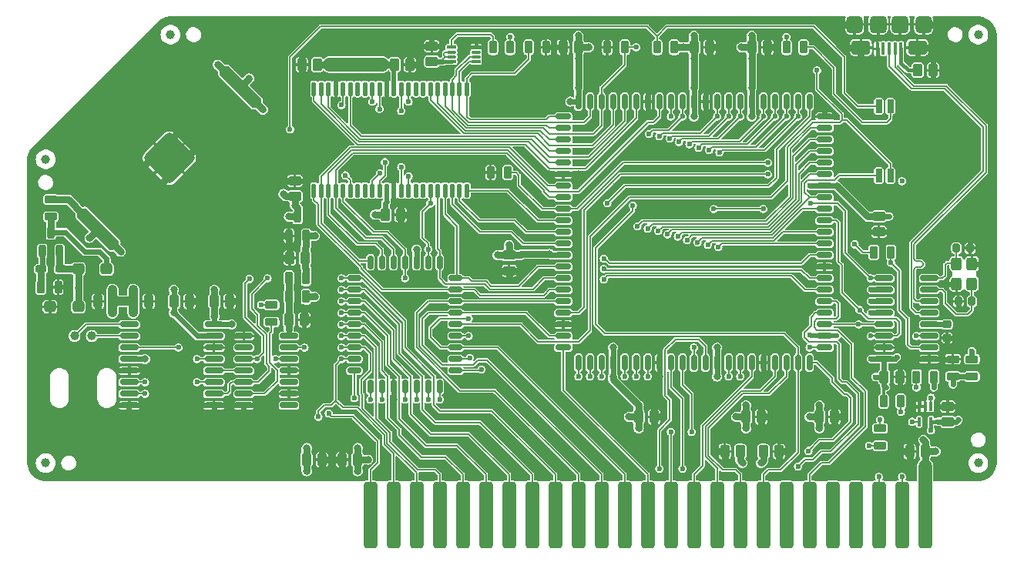
<source format=gtl>
G04 #@! TF.GenerationSoftware,KiCad,Pcbnew,7.0.10*
G04 #@! TF.CreationDate,2024-03-10T21:42:59-04:00*
G04 #@! TF.ProjectId,TimeDisk,54696d65-4469-4736-9b2e-6b696361645f,rev?*
G04 #@! TF.SameCoordinates,Original*
G04 #@! TF.FileFunction,Copper,L1,Top*
G04 #@! TF.FilePolarity,Positive*
%FSLAX46Y46*%
G04 Gerber Fmt 4.6, Leading zero omitted, Abs format (unit mm)*
G04 Created by KiCad (PCBNEW 7.0.10) date 2024-03-10 21:42:59*
%MOMM*%
%LPD*%
G01*
G04 APERTURE LIST*
G04 Aperture macros list*
%AMRoundRect*
0 Rectangle with rounded corners*
0 $1 Rounding radius*
0 $2 $3 $4 $5 $6 $7 $8 $9 X,Y pos of 4 corners*
0 Add a 4 corners polygon primitive as box body*
4,1,4,$2,$3,$4,$5,$6,$7,$8,$9,$2,$3,0*
0 Add four circle primitives for the rounded corners*
1,1,$1+$1,$2,$3*
1,1,$1+$1,$4,$5*
1,1,$1+$1,$6,$7*
1,1,$1+$1,$8,$9*
0 Add four rect primitives between the rounded corners*
20,1,$1+$1,$2,$3,$4,$5,0*
20,1,$1+$1,$4,$5,$6,$7,0*
20,1,$1+$1,$6,$7,$8,$9,0*
20,1,$1+$1,$8,$9,$2,$3,0*%
G04 Aperture macros list end*
G04 #@! TA.AperFunction,SMDPad,CuDef*
%ADD10RoundRect,0.262500X0.262500X0.437500X-0.262500X0.437500X-0.262500X-0.437500X0.262500X-0.437500X0*%
G04 #@! TD*
G04 #@! TA.AperFunction,ComponentPad*
%ADD11C,2.000000*%
G04 #@! TD*
G04 #@! TA.AperFunction,SMDPad,CuDef*
%ADD12C,1.000000*%
G04 #@! TD*
G04 #@! TA.AperFunction,SMDPad,CuDef*
%ADD13RoundRect,0.381000X0.381000X3.289000X-0.381000X3.289000X-0.381000X-3.289000X0.381000X-3.289000X0*%
G04 #@! TD*
G04 #@! TA.AperFunction,SMDPad,CuDef*
%ADD14RoundRect,0.262500X-0.437500X0.262500X-0.437500X-0.262500X0.437500X-0.262500X0.437500X0.262500X0*%
G04 #@! TD*
G04 #@! TA.AperFunction,SMDPad,CuDef*
%ADD15RoundRect,0.212500X-0.212500X-0.487500X0.212500X-0.487500X0.212500X0.487500X-0.212500X0.487500X0*%
G04 #@! TD*
G04 #@! TA.AperFunction,SMDPad,CuDef*
%ADD16RoundRect,0.262500X-0.262500X-0.437500X0.262500X-0.437500X0.262500X0.437500X-0.262500X0.437500X0*%
G04 #@! TD*
G04 #@! TA.AperFunction,SMDPad,CuDef*
%ADD17RoundRect,0.150000X-0.150000X-0.587500X0.150000X-0.587500X0.150000X0.587500X-0.150000X0.587500X0*%
G04 #@! TD*
G04 #@! TA.AperFunction,SMDPad,CuDef*
%ADD18RoundRect,0.150000X-0.587500X-0.150000X0.587500X-0.150000X0.587500X0.150000X-0.587500X0.150000X0*%
G04 #@! TD*
G04 #@! TA.AperFunction,SMDPad,CuDef*
%ADD19RoundRect,0.150000X-0.875000X-0.150000X0.875000X-0.150000X0.875000X0.150000X-0.875000X0.150000X0*%
G04 #@! TD*
G04 #@! TA.AperFunction,SMDPad,CuDef*
%ADD20RoundRect,0.125000X0.125000X-0.637500X0.125000X0.637500X-0.125000X0.637500X-0.125000X-0.637500X0*%
G04 #@! TD*
G04 #@! TA.AperFunction,SMDPad,CuDef*
%ADD21RoundRect,0.349250X-1.481742X1.975656X-1.975656X1.481742X1.481742X-1.975656X1.975656X-1.481742X0*%
G04 #@! TD*
G04 #@! TA.AperFunction,SMDPad,CuDef*
%ADD22RoundRect,0.645000X0.000000X2.128391X-2.128391X0.000000X0.000000X-2.128391X2.128391X0.000000X0*%
G04 #@! TD*
G04 #@! TA.AperFunction,SMDPad,CuDef*
%ADD23RoundRect,0.150000X-0.825000X-0.150000X0.825000X-0.150000X0.825000X0.150000X-0.825000X0.150000X0*%
G04 #@! TD*
G04 #@! TA.AperFunction,SMDPad,CuDef*
%ADD24RoundRect,0.150000X0.150000X0.700000X-0.150000X0.700000X-0.150000X-0.700000X0.150000X-0.700000X0*%
G04 #@! TD*
G04 #@! TA.AperFunction,SMDPad,CuDef*
%ADD25RoundRect,0.150000X0.700000X0.150000X-0.700000X0.150000X-0.700000X-0.150000X0.700000X-0.150000X0*%
G04 #@! TD*
G04 #@! TA.AperFunction,SMDPad,CuDef*
%ADD26RoundRect,0.212500X-0.487500X0.212500X-0.487500X-0.212500X0.487500X-0.212500X0.487500X0.212500X0*%
G04 #@! TD*
G04 #@! TA.AperFunction,ComponentPad*
%ADD27C,1.000000*%
G04 #@! TD*
G04 #@! TA.AperFunction,SMDPad,CuDef*
%ADD28RoundRect,0.212500X0.487500X-0.212500X0.487500X0.212500X-0.487500X0.212500X-0.487500X-0.212500X0*%
G04 #@! TD*
G04 #@! TA.AperFunction,SMDPad,CuDef*
%ADD29RoundRect,0.262500X0.437500X-0.262500X0.437500X0.262500X-0.437500X0.262500X-0.437500X-0.262500X0*%
G04 #@! TD*
G04 #@! TA.AperFunction,SMDPad,CuDef*
%ADD30RoundRect,0.212500X0.212500X0.487500X-0.212500X0.487500X-0.212500X-0.487500X0.212500X-0.487500X0*%
G04 #@! TD*
G04 #@! TA.AperFunction,SMDPad,CuDef*
%ADD31RoundRect,0.212500X-0.262500X0.212500X-0.262500X-0.212500X0.262500X-0.212500X0.262500X0.212500X0*%
G04 #@! TD*
G04 #@! TA.AperFunction,SMDPad,CuDef*
%ADD32RoundRect,0.200000X0.200000X-0.475000X0.200000X0.475000X-0.200000X0.475000X-0.200000X-0.475000X0*%
G04 #@! TD*
G04 #@! TA.AperFunction,SMDPad,CuDef*
%ADD33RoundRect,0.100000X0.100000X0.575000X-0.100000X0.575000X-0.100000X-0.575000X0.100000X-0.575000X0*%
G04 #@! TD*
G04 #@! TA.AperFunction,SMDPad,CuDef*
%ADD34RoundRect,0.450000X0.450000X0.500000X-0.450000X0.500000X-0.450000X-0.500000X0.450000X-0.500000X0*%
G04 #@! TD*
G04 #@! TA.AperFunction,SMDPad,CuDef*
%ADD35RoundRect,0.400000X0.650000X0.400000X-0.650000X0.400000X-0.650000X-0.400000X0.650000X-0.400000X0*%
G04 #@! TD*
G04 #@! TA.AperFunction,SMDPad,CuDef*
%ADD36RoundRect,0.475000X0.475000X0.475000X-0.475000X0.475000X-0.475000X-0.475000X0.475000X-0.475000X0*%
G04 #@! TD*
G04 #@! TA.AperFunction,SMDPad,CuDef*
%ADD37RoundRect,0.300000X0.350000X0.300000X-0.350000X0.300000X-0.350000X-0.300000X0.350000X-0.300000X0*%
G04 #@! TD*
G04 #@! TA.AperFunction,SMDPad,CuDef*
%ADD38RoundRect,0.100000X-0.100000X0.400000X-0.100000X-0.400000X0.100000X-0.400000X0.100000X0.400000X0*%
G04 #@! TD*
G04 #@! TA.AperFunction,SMDPad,CuDef*
%ADD39RoundRect,0.100000X0.400000X0.100000X-0.400000X0.100000X-0.400000X-0.100000X0.400000X-0.100000X0*%
G04 #@! TD*
G04 #@! TA.AperFunction,SMDPad,CuDef*
%ADD40RoundRect,0.075000X0.425000X0.075000X-0.425000X0.075000X-0.425000X-0.075000X0.425000X-0.075000X0*%
G04 #@! TD*
G04 #@! TA.AperFunction,SMDPad,CuDef*
%ADD41RoundRect,0.100000X0.400000X-0.100000X0.400000X0.100000X-0.400000X0.100000X-0.400000X-0.100000X0*%
G04 #@! TD*
G04 #@! TA.AperFunction,SMDPad,CuDef*
%ADD42RoundRect,0.212500X0.212500X0.262500X-0.212500X0.262500X-0.212500X-0.262500X0.212500X-0.262500X0*%
G04 #@! TD*
G04 #@! TA.AperFunction,SMDPad,CuDef*
%ADD43RoundRect,0.300000X-0.350000X-0.300000X0.350000X-0.300000X0.350000X0.300000X-0.350000X0.300000X0*%
G04 #@! TD*
G04 #@! TA.AperFunction,SMDPad,CuDef*
%ADD44RoundRect,0.200000X0.400000X0.200000X-0.400000X0.200000X-0.400000X-0.200000X0.400000X-0.200000X0*%
G04 #@! TD*
G04 #@! TA.AperFunction,SMDPad,CuDef*
%ADD45RoundRect,0.190000X0.190000X-0.572000X0.190000X0.572000X-0.190000X0.572000X-0.190000X-0.572000X0*%
G04 #@! TD*
G04 #@! TA.AperFunction,SMDPad,CuDef*
%ADD46RoundRect,0.212500X-0.212500X-0.262500X0.212500X-0.262500X0.212500X0.262500X-0.212500X0.262500X0*%
G04 #@! TD*
G04 #@! TA.AperFunction,SMDPad,CuDef*
%ADD47RoundRect,0.150000X0.825000X0.150000X-0.825000X0.150000X-0.825000X-0.150000X0.825000X-0.150000X0*%
G04 #@! TD*
G04 #@! TA.AperFunction,SMDPad,CuDef*
%ADD48RoundRect,0.300000X0.300000X-0.400000X0.300000X0.400000X-0.300000X0.400000X-0.300000X-0.400000X0*%
G04 #@! TD*
G04 #@! TA.AperFunction,ViaPad*
%ADD49C,0.800000*%
G04 #@! TD*
G04 #@! TA.AperFunction,ViaPad*
%ADD50C,0.600000*%
G04 #@! TD*
G04 #@! TA.AperFunction,ViaPad*
%ADD51C,0.500000*%
G04 #@! TD*
G04 #@! TA.AperFunction,ViaPad*
%ADD52C,1.524000*%
G04 #@! TD*
G04 #@! TA.AperFunction,Conductor*
%ADD53C,0.762000*%
G04 #@! TD*
G04 #@! TA.AperFunction,Conductor*
%ADD54C,0.600000*%
G04 #@! TD*
G04 #@! TA.AperFunction,Conductor*
%ADD55C,1.524000*%
G04 #@! TD*
G04 #@! TA.AperFunction,Conductor*
%ADD56C,0.508000*%
G04 #@! TD*
G04 #@! TA.AperFunction,Conductor*
%ADD57C,0.800000*%
G04 #@! TD*
G04 #@! TA.AperFunction,Conductor*
%ADD58C,0.300000*%
G04 #@! TD*
G04 #@! TA.AperFunction,Conductor*
%ADD59C,0.152400*%
G04 #@! TD*
G04 #@! TA.AperFunction,Conductor*
%ADD60C,0.400000*%
G04 #@! TD*
G04 #@! TA.AperFunction,Conductor*
%ADD61C,0.150000*%
G04 #@! TD*
G04 #@! TA.AperFunction,Conductor*
%ADD62C,0.500000*%
G04 #@! TD*
G04 #@! TA.AperFunction,Conductor*
%ADD63C,0.200000*%
G04 #@! TD*
G04 #@! TA.AperFunction,Conductor*
%ADD64C,1.000000*%
G04 #@! TD*
G04 APERTURE END LIST*
D10*
X171958000Y-85725000D03*
X170258000Y-85725000D03*
X238760000Y-128270000D03*
X237060000Y-128270000D03*
D11*
X242062000Y-129540000D03*
D10*
X222680000Y-128270000D03*
X220980000Y-128270000D03*
D12*
X244602000Y-129540000D03*
X142113000Y-129540000D03*
D13*
X177800000Y-135282000D03*
X180340000Y-135282000D03*
X182880000Y-135282000D03*
X185420000Y-135282000D03*
X187960000Y-135282000D03*
X190500000Y-135282000D03*
X193040000Y-135282000D03*
X195580000Y-135282000D03*
X198120000Y-135282000D03*
X200660000Y-135282000D03*
X203200000Y-135282000D03*
X205740000Y-135282000D03*
X208280000Y-135282000D03*
X210820000Y-135282000D03*
X213360000Y-135282000D03*
X215900000Y-135282000D03*
X218440000Y-135282000D03*
X220980000Y-135282000D03*
X223520000Y-135282000D03*
X226060000Y-135282000D03*
X228600000Y-135282000D03*
X231140000Y-135282000D03*
X233680000Y-135282000D03*
X236220000Y-135282000D03*
X238760000Y-135282000D03*
D12*
X244602000Y-82423000D03*
X155829000Y-82423000D03*
D10*
X200660000Y-83820000D03*
X198960000Y-83820000D03*
D14*
X193040000Y-106680000D03*
X193040000Y-108380000D03*
D15*
X209296000Y-83820000D03*
X211196000Y-83820000D03*
D12*
X142113000Y-96139000D03*
D16*
X168846500Y-113792000D03*
X170546500Y-113792000D03*
X227115000Y-124460000D03*
X228815000Y-124460000D03*
D14*
X233680000Y-102425500D03*
X233680000Y-104125500D03*
D16*
X219710000Y-83820000D03*
X221410000Y-83820000D03*
X213360000Y-83820000D03*
X215060000Y-83820000D03*
X216740000Y-128270000D03*
X218440000Y-128270000D03*
D17*
X181610000Y-107462500D03*
X180340000Y-107462500D03*
X179070000Y-107462500D03*
X177800000Y-107462500D03*
D18*
X176047500Y-109220000D03*
X176047500Y-110490000D03*
X176047500Y-111760000D03*
X176047500Y-113030000D03*
X176047500Y-114300000D03*
X176047500Y-115570000D03*
X176047500Y-116840000D03*
X176047500Y-118110000D03*
X176047500Y-119380000D03*
D17*
X177800000Y-121137500D03*
X179070000Y-121137500D03*
X180340000Y-121137500D03*
X181610000Y-121137500D03*
X182880000Y-121137500D03*
X184150000Y-121137500D03*
X185420000Y-121137500D03*
D18*
X187172500Y-119380000D03*
X187172500Y-118110000D03*
X187172500Y-116840000D03*
X187172500Y-115570000D03*
X187172500Y-114300000D03*
X187172500Y-113030000D03*
X187172500Y-111760000D03*
X187172500Y-110490000D03*
X187172500Y-109220000D03*
D17*
X185420000Y-107462500D03*
X184150000Y-107462500D03*
X182880000Y-107462500D03*
D16*
X179451000Y-102235000D03*
X181151000Y-102235000D03*
D10*
X176403000Y-129159000D03*
X174703000Y-129159000D03*
D16*
X156210000Y-111760000D03*
X157910000Y-111760000D03*
X160655000Y-111760000D03*
X162355000Y-111760000D03*
X180467000Y-85725000D03*
X182167000Y-85725000D03*
D19*
X151306000Y-114300000D03*
X151306000Y-115570000D03*
X151306000Y-116840000D03*
X151306000Y-118110000D03*
X151306000Y-119380000D03*
X151306000Y-120650000D03*
X151306000Y-121920000D03*
X151306000Y-123190000D03*
X160606000Y-123190000D03*
X160606000Y-121920000D03*
X160606000Y-120650000D03*
X160606000Y-119380000D03*
X160606000Y-118110000D03*
X160606000Y-116840000D03*
X160606000Y-115570000D03*
X160606000Y-114300000D03*
D16*
X151765000Y-111760000D03*
X153465000Y-111760000D03*
D20*
X171600000Y-99587500D03*
X172400000Y-99587500D03*
X173200000Y-99587500D03*
X174000000Y-99587500D03*
X174800000Y-99587500D03*
X175600000Y-99587500D03*
X176400000Y-99587500D03*
X177200000Y-99587500D03*
X178000000Y-99587500D03*
X178800000Y-99587500D03*
X179600000Y-99587500D03*
X180400000Y-99587500D03*
X181200000Y-99587500D03*
X182000000Y-99587500D03*
X182800000Y-99587500D03*
X183600000Y-99587500D03*
X184400000Y-99587500D03*
X185200000Y-99587500D03*
X186000000Y-99587500D03*
X186800000Y-99587500D03*
X187600000Y-99587500D03*
X188400000Y-99587500D03*
X188400000Y-88412500D03*
X187600000Y-88412500D03*
X186800000Y-88412500D03*
X186000000Y-88412500D03*
X185200000Y-88412500D03*
X184400000Y-88412500D03*
X183600000Y-88412500D03*
X182800000Y-88412500D03*
X182000000Y-88412500D03*
X181200000Y-88412500D03*
X180400000Y-88412500D03*
X179600000Y-88412500D03*
X178800000Y-88412500D03*
X178000000Y-88412500D03*
X177200000Y-88412500D03*
X176400000Y-88412500D03*
X175600000Y-88412500D03*
X174800000Y-88412500D03*
X174000000Y-88412500D03*
X173200000Y-88412500D03*
X172400000Y-88412500D03*
X171600000Y-88412500D03*
D21*
X163514823Y-88199177D03*
X147889177Y-103824823D03*
D22*
X155702000Y-96012000D03*
D16*
X170766000Y-129159000D03*
X172466000Y-129159000D03*
D10*
X149542500Y-111760000D03*
X147842500Y-111760000D03*
D23*
X163895000Y-115570000D03*
X163895000Y-116840000D03*
X163895000Y-118110000D03*
X163895000Y-119380000D03*
X163895000Y-120650000D03*
X163895000Y-121920000D03*
X163895000Y-123190000D03*
X168845000Y-123190000D03*
X168845000Y-121920000D03*
X168845000Y-120650000D03*
X168845000Y-119380000D03*
X168845000Y-118110000D03*
X168845000Y-116840000D03*
X168845000Y-115570000D03*
D24*
X213360000Y-118490000D03*
X214630000Y-118490000D03*
X215900000Y-118490000D03*
X217170000Y-118490000D03*
X218440000Y-118490000D03*
X219710000Y-118490000D03*
X220980000Y-118490000D03*
X222250000Y-118490000D03*
X223520000Y-118490000D03*
X224790000Y-118490000D03*
X226060000Y-118490000D03*
D25*
X227710000Y-116840000D03*
X227710000Y-115570000D03*
X227710000Y-114300000D03*
X227710000Y-113030000D03*
X227710000Y-111760000D03*
X227710000Y-110490000D03*
X227710000Y-109220000D03*
X227710000Y-107950000D03*
X227710000Y-106680000D03*
X227710000Y-105410000D03*
X227710000Y-104140000D03*
X227710000Y-102870000D03*
X227710000Y-101600000D03*
X227710000Y-100330000D03*
X227710000Y-99060000D03*
X227710000Y-97790000D03*
X227710000Y-96520000D03*
X227710000Y-95250000D03*
X227710000Y-93980000D03*
X227710000Y-92710000D03*
X227710000Y-91440000D03*
D24*
X226060000Y-89790000D03*
X224790000Y-89790000D03*
X223520000Y-89790000D03*
X222250000Y-89790000D03*
X220980000Y-89790000D03*
X219710000Y-89790000D03*
X218440000Y-89790000D03*
X217170000Y-89790000D03*
X215900000Y-89790000D03*
X214630000Y-89790000D03*
X213360000Y-89790000D03*
X212090000Y-89790000D03*
X210820000Y-89790000D03*
X209550000Y-89790000D03*
X208280000Y-89790000D03*
X207010000Y-89790000D03*
X205740000Y-89790000D03*
X204470000Y-89790000D03*
X203200000Y-89790000D03*
X201930000Y-89790000D03*
X200660000Y-89790000D03*
D25*
X199010000Y-91440000D03*
X199010000Y-92710000D03*
X199010000Y-93980000D03*
X199010000Y-95250000D03*
X199010000Y-96520000D03*
X199010000Y-97790000D03*
X199010000Y-99060000D03*
X199010000Y-100330000D03*
X199010000Y-101600000D03*
X199010000Y-102870000D03*
X199010000Y-104140000D03*
X199010000Y-105410000D03*
X199010000Y-106680000D03*
X199010000Y-107950000D03*
X199010000Y-109220000D03*
X199010000Y-110490000D03*
X199010000Y-111760000D03*
X199010000Y-113030000D03*
X199010000Y-114300000D03*
X199010000Y-115570000D03*
X199010000Y-116840000D03*
D24*
X200660000Y-118490000D03*
X201930000Y-118490000D03*
X203200000Y-118490000D03*
X204470000Y-118490000D03*
X205740000Y-118490000D03*
X207010000Y-118490000D03*
X208280000Y-118490000D03*
X209550000Y-118490000D03*
X210820000Y-118490000D03*
X212090000Y-118490000D03*
D15*
X203840000Y-83820000D03*
X205740000Y-83820000D03*
D26*
X233807000Y-125732500D03*
X233807000Y-127632500D03*
D27*
X145288000Y-115570000D03*
X147188000Y-115570000D03*
D28*
X166941500Y-114046000D03*
X166941500Y-112146000D03*
X241808000Y-120015000D03*
X241808000Y-118115000D03*
D15*
X223522500Y-83820000D03*
X225422500Y-83820000D03*
D16*
X207259000Y-124460000D03*
X208959000Y-124460000D03*
X237950000Y-86350000D03*
X239650000Y-86350000D03*
D28*
X142700000Y-102450000D03*
X142700000Y-100550000D03*
D29*
X169500000Y-100200000D03*
X169500000Y-98500000D03*
D30*
X193164500Y-83820000D03*
X191264500Y-83820000D03*
D29*
X241250000Y-125000000D03*
X241250000Y-123300000D03*
D31*
X241173000Y-114300000D03*
X241173000Y-115800000D03*
D15*
X234193000Y-122745500D03*
X236093000Y-122745500D03*
D32*
X168850000Y-104550000D03*
X170750000Y-104550000D03*
X169800000Y-102450000D03*
D33*
X236100000Y-83975000D03*
X235450000Y-83975000D03*
X234800000Y-83975000D03*
X234150000Y-83975000D03*
X233500000Y-83975000D03*
D34*
X238600000Y-81300000D03*
D35*
X237900000Y-83850000D03*
D36*
X236000000Y-81300000D03*
X233600000Y-81300000D03*
D35*
X231700000Y-83850000D03*
D34*
X231000000Y-81300000D03*
D37*
X145700000Y-112350000D03*
X142600000Y-112350000D03*
D16*
X234251500Y-120078500D03*
X235951500Y-120078500D03*
D30*
X239710000Y-120078500D03*
X237810000Y-120078500D03*
D38*
X239400000Y-123300000D03*
X238750000Y-123300000D03*
X238100000Y-123300000D03*
X238100000Y-125000000D03*
X239400000Y-125000000D03*
D29*
X184550000Y-85400000D03*
X184550000Y-83700000D03*
D39*
X189400000Y-85400000D03*
D40*
X189400000Y-84850000D03*
X189400000Y-84350000D03*
D39*
X189400000Y-83800000D03*
D41*
X186700000Y-83800000D03*
D40*
X186700000Y-84350000D03*
X186700000Y-84850000D03*
D39*
X186700000Y-85400000D03*
D42*
X243900000Y-111750000D03*
X242400000Y-111750000D03*
D43*
X145700000Y-108200000D03*
X148800000Y-108200000D03*
D30*
X143500000Y-110200000D03*
X141600000Y-110200000D03*
D15*
X168846500Y-109220000D03*
X170746500Y-109220000D03*
D44*
X143800000Y-108200000D03*
X141600000Y-108200000D03*
D45*
X233680000Y-97917000D03*
X234950000Y-97917000D03*
X234950000Y-90297000D03*
X233680000Y-90297000D03*
D16*
X219050500Y-124460000D03*
X220750500Y-124460000D03*
D30*
X197101500Y-83820000D03*
X195201500Y-83820000D03*
X235011000Y-106362500D03*
X233111000Y-106362500D03*
X192910500Y-97599500D03*
X191010500Y-97599500D03*
D10*
X170650000Y-106999999D03*
X168950000Y-106999999D03*
D46*
X242200000Y-105900000D03*
X243700000Y-105900000D03*
D47*
X239201500Y-118110000D03*
X239201500Y-116840000D03*
X239201500Y-115570000D03*
X239201500Y-114300000D03*
X239201500Y-113030000D03*
X239201500Y-111760000D03*
X239201500Y-110490000D03*
X239201500Y-109220000D03*
X234251500Y-109220000D03*
X234251500Y-110490000D03*
X234251500Y-111760000D03*
X234251500Y-113030000D03*
X234251500Y-114300000D03*
X234251500Y-115570000D03*
X234251500Y-116840000D03*
X234251500Y-118110000D03*
D26*
X243903500Y-118115000D03*
X243903500Y-120015000D03*
D48*
X243899400Y-109849400D03*
X243899400Y-107649400D03*
X242199400Y-107649400D03*
X242199400Y-109849400D03*
D32*
X141750000Y-106250000D03*
X143650000Y-106250000D03*
X142700000Y-104150000D03*
D15*
X168846500Y-111252000D03*
X170746500Y-111252000D03*
D49*
X160655000Y-110490000D03*
X162560000Y-114300000D03*
X160655000Y-113411000D03*
X182880000Y-106045000D03*
X238569500Y-127000000D03*
X213360000Y-85090000D03*
X238760000Y-129540000D03*
X219710000Y-91440000D03*
X215900000Y-120015000D03*
X213360000Y-91440000D03*
D50*
X229044500Y-99060000D03*
X229044500Y-115570000D03*
X226060000Y-115443000D03*
D49*
X204470000Y-120015000D03*
X200660000Y-85090000D03*
X219710000Y-88265000D03*
X219710000Y-82550000D03*
X212217000Y-83820000D03*
X201803000Y-83820000D03*
X213360000Y-88265000D03*
D50*
X226060000Y-99060000D03*
D49*
X239903000Y-128270000D03*
X213360000Y-82550000D03*
X200660000Y-88265000D03*
X218567000Y-83820000D03*
X219710000Y-85090000D03*
X204470000Y-116840000D03*
X215900000Y-116840000D03*
X226060000Y-124460000D03*
X227139500Y-123190000D03*
X232410000Y-102425500D03*
D50*
X234823000Y-102425500D03*
D49*
X200660000Y-82550000D03*
X193040000Y-105537000D03*
X191770000Y-106680000D03*
X194310000Y-106680000D03*
X199771000Y-89789000D03*
D50*
X242400000Y-124800000D03*
D49*
X219075000Y-123190000D03*
X170815000Y-127889000D03*
D50*
X239712500Y-121221500D03*
X240100000Y-125000000D03*
X223520000Y-82677000D03*
D49*
X168850000Y-102450000D03*
D50*
X232791000Y-110490000D03*
X232789500Y-118110000D03*
D49*
X227139500Y-125730000D03*
X217995500Y-124460000D03*
X170815000Y-130429000D03*
X207283500Y-125730000D03*
X168250000Y-99950000D03*
D50*
X239400000Y-125950000D03*
D49*
X197485000Y-106553000D03*
D50*
X235647000Y-117919500D03*
X234251500Y-118808500D03*
X243903500Y-117221000D03*
D49*
X206204000Y-124460000D03*
X169550000Y-101250000D03*
X219075000Y-125730000D03*
D50*
X234442000Y-121221500D03*
X232791000Y-111760000D03*
D49*
X207283500Y-123190000D03*
D50*
X236220000Y-98552000D03*
X233299000Y-120078500D03*
D49*
X171704000Y-111252000D03*
X158750000Y-123190000D03*
X160655000Y-124079000D03*
X153035000Y-123190000D03*
X151257000Y-124079000D03*
D50*
X144081500Y-125158500D03*
X172593000Y-96393000D03*
X172593000Y-94361000D03*
X224155000Y-124206000D03*
X158750000Y-106426000D03*
X165100000Y-101473000D03*
D49*
X153416000Y-113030000D03*
X163385500Y-111760000D03*
X162306000Y-110490000D03*
X157861000Y-110490000D03*
D50*
X155511500Y-109220000D03*
X222885000Y-121539000D03*
X166624000Y-96520000D03*
D49*
X159004000Y-111760000D03*
D50*
X166116000Y-99060000D03*
D49*
X153035000Y-119380000D03*
D50*
X168275000Y-125730000D03*
X167640000Y-93281500D03*
X156210000Y-106934000D03*
X161163000Y-105410000D03*
X163195000Y-103886000D03*
D49*
X162306000Y-113030000D03*
D50*
X155702000Y-123317000D03*
D49*
X157861000Y-113030000D03*
D50*
X170180000Y-90678000D03*
X153924000Y-121285000D03*
X173228000Y-122555000D03*
X192278000Y-98806000D03*
X153670000Y-114935000D03*
X172212000Y-125730000D03*
X170688000Y-124460000D03*
D49*
X153416000Y-110490000D03*
D50*
X153416000Y-107950000D03*
X191389000Y-109474000D03*
X195072000Y-98806000D03*
X194818000Y-104775000D03*
X185801000Y-104775000D03*
X188976000Y-91186000D03*
X186055000Y-103505000D03*
X188087000Y-103505000D03*
X201803000Y-87884000D03*
X189865000Y-98806000D03*
D49*
X170497500Y-112522000D03*
X152781000Y-97028000D03*
X158623000Y-94996000D03*
X154686000Y-98933000D03*
X182118000Y-84455000D03*
D50*
X175006000Y-91313000D03*
D49*
X180400000Y-98200000D03*
X183261000Y-85725000D03*
D50*
X179600000Y-89800000D03*
D49*
X156718000Y-93091000D03*
D50*
X170497500Y-115062000D03*
D49*
X171640500Y-113792000D03*
D50*
X173355000Y-118745000D03*
X171069000Y-120015000D03*
D49*
X181102000Y-103505000D03*
D50*
X213487000Y-128270000D03*
D49*
X182245000Y-102235000D03*
D50*
X177800000Y-123698000D03*
D49*
X180500000Y-101000000D03*
X179500000Y-87000000D03*
X163957000Y-124079000D03*
X165481000Y-123190000D03*
X222631000Y-129540000D03*
D50*
X227330000Y-131318000D03*
X224790000Y-131318000D03*
X240030000Y-131318000D03*
D49*
X223774000Y-128270000D03*
D50*
X232410000Y-131318000D03*
X229870000Y-131318000D03*
D49*
X162306000Y-123190000D03*
X158623000Y-80899000D03*
X163703000Y-80899000D03*
X168783000Y-80899000D03*
X224663000Y-80899000D03*
X229550000Y-81300000D03*
X240050000Y-81300000D03*
X246126000Y-84201000D03*
X246189500Y-104521000D03*
X246189500Y-109601000D03*
X246189500Y-114681000D03*
X246189500Y-119761000D03*
X246126000Y-124841000D03*
D50*
X184150000Y-131318000D03*
X179070000Y-131318000D03*
X181610000Y-131318000D03*
X191770000Y-131318000D03*
X194310000Y-131318000D03*
X196850000Y-131318000D03*
X201930000Y-131318000D03*
X219710000Y-131318000D03*
X217170000Y-131318000D03*
X214630000Y-131318000D03*
X212090000Y-131318000D03*
X209550000Y-131318000D03*
X207010000Y-131254500D03*
X204470000Y-131318000D03*
X189230000Y-131318000D03*
X186690000Y-131318000D03*
X199390000Y-131318000D03*
D49*
X237109000Y-129540000D03*
X237109000Y-127000000D03*
X235966000Y-128270000D03*
X215646000Y-128270000D03*
X216789000Y-129540000D03*
X244983000Y-80899000D03*
X246126000Y-82042000D03*
X140589000Y-129921000D03*
X141732000Y-131064000D03*
X184023000Y-80899000D03*
X189103000Y-80899000D03*
X194183000Y-80899000D03*
X199263000Y-80899000D03*
X178943000Y-80899000D03*
X173863000Y-80899000D03*
X204343000Y-80899000D03*
X209423000Y-80899000D03*
X214503000Y-80899000D03*
X219583000Y-80899000D03*
X172212000Y-131064000D03*
X167132000Y-131064000D03*
X162052000Y-131064000D03*
X140589000Y-109601000D03*
X140589000Y-119761000D03*
X140589000Y-104521000D03*
X246126000Y-129921000D03*
X244983000Y-131064000D03*
X146812000Y-131064000D03*
X144272000Y-91948000D03*
X148082000Y-88138000D03*
X140589000Y-95631000D03*
X155321000Y-80899000D03*
X246189500Y-94361000D03*
X224536000Y-85217000D03*
X227203000Y-83439000D03*
X161163000Y-83439000D03*
X166243000Y-83439000D03*
X246126000Y-89281000D03*
X140589000Y-114681000D03*
D50*
X237490000Y-131318000D03*
X234950000Y-131318000D03*
X222250000Y-131318000D03*
D49*
X227711000Y-90551000D03*
D50*
X229044500Y-91440000D03*
D49*
X229870000Y-124460000D03*
X228790500Y-123190000D03*
D50*
X232537000Y-104013000D03*
X234950000Y-104076500D03*
D49*
X199009000Y-82550000D03*
X199009000Y-85090000D03*
X222504000Y-83820000D03*
X221361000Y-85090000D03*
X221361000Y-82550000D03*
X216154000Y-83820000D03*
X215011000Y-82550000D03*
X215011000Y-85090000D03*
X200660000Y-114300000D03*
X220980000Y-120015000D03*
X220980000Y-116840000D03*
X214630000Y-91440000D03*
X214630000Y-88265000D03*
X208280000Y-88265000D03*
X200660000Y-97790000D03*
X209550000Y-120015000D03*
X209550000Y-116840000D03*
X226060000Y-107950000D03*
D50*
X229044500Y-107950000D03*
D49*
X151765000Y-84455000D03*
X140589000Y-99441000D03*
X156972000Y-131064000D03*
X151892000Y-131064000D03*
X180340000Y-122555000D03*
X197485000Y-97790000D03*
X197485000Y-114300000D03*
X246189500Y-99441000D03*
X193040000Y-109474000D03*
X191770000Y-108331000D03*
X194310000Y-108331000D03*
X173609000Y-129159000D03*
X174752000Y-130429000D03*
X174752000Y-127889000D03*
X161036000Y-88138000D03*
X163576000Y-90678000D03*
X150368000Y-103886000D03*
X147828000Y-101346000D03*
D50*
X176784000Y-106045000D03*
X173736000Y-101981000D03*
X175006000Y-104902000D03*
X179197000Y-128270000D03*
X201041000Y-91440000D03*
X203835000Y-122428000D03*
X204851000Y-128651000D03*
X186944000Y-102235000D03*
X184531000Y-103505000D03*
X177550000Y-101300000D03*
X219710000Y-128143000D03*
X172466000Y-121285000D03*
X173355000Y-120015000D03*
X158242000Y-116205000D03*
X201549000Y-86677500D03*
X199771000Y-86677500D03*
X199517000Y-87884000D03*
X190500000Y-129921000D03*
X185039000Y-114935000D03*
X184531000Y-113665000D03*
X175006000Y-122809000D03*
X176530000Y-131318000D03*
X195707000Y-107569000D03*
X184531000Y-128270000D03*
X180530500Y-126809500D03*
X182118000Y-126746000D03*
X183896000Y-126746000D03*
X200025000Y-121666000D03*
X201295000Y-122936000D03*
X207010000Y-128651000D03*
X204089000Y-125730000D03*
X192024000Y-123444000D03*
X190754000Y-124714000D03*
X189484000Y-125984000D03*
X227965000Y-120523000D03*
X172212000Y-108585000D03*
X173482000Y-108013500D03*
X173164500Y-106680000D03*
X172974000Y-116332000D03*
X211709000Y-92710000D03*
X209550000Y-92329000D03*
X206629000Y-92837000D03*
X201168000Y-92710000D03*
X218567000Y-93091000D03*
X201930000Y-103251000D03*
X221742000Y-95377000D03*
X223012000Y-95377000D03*
X222821500Y-98615500D03*
X223393000Y-99695000D03*
X223393000Y-104775000D03*
X224155000Y-103505000D03*
X182245000Y-116205000D03*
X230886000Y-127635000D03*
X189738000Y-113665000D03*
X203200000Y-112014000D03*
X196088000Y-115062000D03*
X181610000Y-123698000D03*
X182880000Y-123698000D03*
X184404000Y-123698000D03*
X179070000Y-123698000D03*
X194056000Y-128016000D03*
X196596000Y-128016000D03*
X194373500Y-123507500D03*
X189103000Y-122301000D03*
X174307500Y-123825000D03*
X207835500Y-121920000D03*
X202311000Y-128270000D03*
X199517000Y-125476000D03*
X200025000Y-123825000D03*
X203073000Y-126873000D03*
X200787000Y-129286000D03*
X202565000Y-123317000D03*
X198374000Y-121539000D03*
X196342000Y-122301000D03*
X196596000Y-118491000D03*
X187198000Y-122555000D03*
X178943000Y-109474000D03*
X184912000Y-109474000D03*
X192659000Y-100300000D03*
X201295000Y-96520000D03*
X203073000Y-96393000D03*
X204851000Y-96393000D03*
X205867000Y-97155000D03*
X204724000Y-99060000D03*
X204343000Y-103124000D03*
X200660000Y-109855000D03*
X215900000Y-106934000D03*
X224917000Y-106934000D03*
X224917000Y-108966000D03*
X205613000Y-109601000D03*
X204851000Y-106934000D03*
X209423000Y-110617000D03*
X205359000Y-114681000D03*
X214757000Y-115951000D03*
X223520000Y-109601000D03*
X225425000Y-102235000D03*
X219837000Y-102362000D03*
X219837000Y-98425000D03*
X219837000Y-99695000D03*
X216408000Y-97155000D03*
X205105000Y-100584000D03*
X226631500Y-126746000D03*
X225425000Y-125476000D03*
X227584000Y-128905000D03*
X227965000Y-127635000D03*
X224155000Y-125984000D03*
X209804000Y-85280500D03*
X204724000Y-87630000D03*
X203835000Y-86741000D03*
X205105000Y-85471000D03*
X210756500Y-121920000D03*
X214249000Y-121920000D03*
X198247000Y-126746000D03*
X191516000Y-128016000D03*
X185801000Y-129540000D03*
X188976000Y-128016000D03*
X188087000Y-129667000D03*
X183261000Y-129667000D03*
X162306000Y-118110000D03*
X192659000Y-96393000D03*
X184531000Y-96393000D03*
X176276000Y-92075000D03*
X186817000Y-92964000D03*
X175450500Y-96647000D03*
X182118000Y-92964000D03*
X179451000Y-92964000D03*
X184658000Y-92964000D03*
X183007000Y-96012000D03*
X180721000Y-96012000D03*
X207010000Y-98425000D03*
X210185000Y-106934000D03*
X218059000Y-109601000D03*
X222885000Y-115951000D03*
X166751000Y-92456000D03*
X195453000Y-96400000D03*
X196900000Y-91100000D03*
X203800000Y-91500000D03*
X205100000Y-91500000D03*
X223012000Y-97155000D03*
X174561500Y-101282500D03*
X214503000Y-110617000D03*
X214503000Y-114681000D03*
X209423000Y-114681000D03*
X211963000Y-112649000D03*
X219583000Y-114681000D03*
X217043000Y-112649000D03*
X222600000Y-112400000D03*
X224663000Y-114681000D03*
X207391000Y-112649000D03*
X187198000Y-97409000D03*
X183896000Y-90805000D03*
X177419000Y-91186000D03*
X229616000Y-128905000D03*
X202311000Y-101600000D03*
X200914000Y-100330000D03*
X196596000Y-100330000D03*
X194564000Y-100330000D03*
X195834000Y-101600000D03*
X194564000Y-102870000D03*
X190119000Y-103505000D03*
X192024000Y-101600000D03*
X189865000Y-101981000D03*
X190881000Y-104775000D03*
X189230000Y-104394000D03*
X187960000Y-105664000D03*
X187960000Y-107696000D03*
X188849000Y-108585000D03*
X213360000Y-99695000D03*
X209550000Y-100965000D03*
X208280000Y-99695000D03*
X211455000Y-97155000D03*
X212090000Y-98425000D03*
X219837000Y-100965000D03*
X216408000Y-98425000D03*
X216408000Y-99695000D03*
X219964000Y-97155000D03*
X221615000Y-106934000D03*
X220091000Y-106045000D03*
X221742000Y-109601000D03*
X213995000Y-120396000D03*
X224155000Y-120269000D03*
X229997000Y-122555000D03*
X192595500Y-118554500D03*
X194818000Y-117348000D03*
X194373500Y-118554500D03*
X185420000Y-117665500D03*
X182245000Y-113347500D03*
X146304000Y-113792000D03*
X148653500Y-116649500D03*
X203962000Y-115951000D03*
X171577000Y-117475000D03*
X166116000Y-119126000D03*
X165735000Y-121285000D03*
X155448000Y-114173000D03*
X162306000Y-115570000D03*
X157734000Y-117475000D03*
X156337000Y-121412000D03*
X144081500Y-118808500D03*
X148399500Y-125158500D03*
X144018000Y-114490500D03*
D49*
X142176500Y-122301000D03*
D50*
X216408000Y-102362000D03*
X155765500Y-120015000D03*
X155448000Y-116205000D03*
X154940000Y-117475000D03*
X167005000Y-120015000D03*
X148844000Y-114935000D03*
X214630000Y-100965000D03*
X216408000Y-100965000D03*
X195199000Y-114173000D03*
X192913000Y-116459000D03*
X191770000Y-115824000D03*
X192659000Y-114935000D03*
X197104000Y-116840000D03*
X195072000Y-116078000D03*
X194183000Y-115189000D03*
X146240500Y-125158500D03*
D49*
X140589000Y-124841000D03*
D50*
X144081500Y-123761500D03*
X184550000Y-82700000D03*
X231250000Y-119900000D03*
X144018000Y-116649500D03*
D49*
X147891500Y-110490000D03*
D50*
X233500000Y-85100000D03*
X190350000Y-83800000D03*
D49*
X221805500Y-124460000D03*
D50*
X236220000Y-97282000D03*
X175958500Y-102679500D03*
D49*
X230100000Y-83850000D03*
D50*
X197993000Y-83820000D03*
X236220000Y-102362000D03*
D49*
X239500000Y-83850000D03*
D50*
X229997000Y-116649500D03*
D49*
X243586000Y-86741000D03*
D50*
X243700000Y-104999400D03*
X240700000Y-104700000D03*
X229870000Y-120078500D03*
X244650000Y-106450000D03*
X241150000Y-109849400D03*
X229933500Y-121221500D03*
D49*
X220726000Y-123190000D03*
X172466000Y-127889000D03*
D50*
X235775500Y-118935500D03*
X242400000Y-112649400D03*
D49*
X168850000Y-105750000D03*
D50*
X212280500Y-121920000D03*
X244300000Y-103350000D03*
X170650000Y-98700000D03*
X238100000Y-122350000D03*
X242125500Y-115570000D03*
X203840000Y-82545000D03*
X237450000Y-123300000D03*
X237900000Y-85100000D03*
D49*
X170500000Y-86950000D03*
X167900000Y-104550000D03*
D50*
X241550000Y-111050000D03*
D51*
X144300000Y-110200000D03*
D49*
X231700000Y-85200000D03*
X210014000Y-124460000D03*
D50*
X148399500Y-118808500D03*
X241173000Y-116713000D03*
D49*
X208934500Y-125730000D03*
D50*
X244950000Y-107649400D03*
X188450000Y-83800000D03*
D49*
X149733000Y-118745000D03*
D50*
X174350000Y-86995000D03*
X148399500Y-123761500D03*
X242400000Y-123500000D03*
D49*
X170500000Y-84500000D03*
X208280000Y-91440000D03*
D50*
X188150000Y-86700000D03*
X170561000Y-121920000D03*
D49*
X167900000Y-107000000D03*
X168250000Y-98750000D03*
D50*
X239400000Y-104400000D03*
X240100000Y-123500000D03*
D49*
X208934500Y-123190000D03*
D50*
X235775500Y-121221500D03*
X239450000Y-87500000D03*
X240601500Y-118110000D03*
D49*
X242443000Y-83883500D03*
D50*
X191008000Y-96393000D03*
X237807500Y-118110000D03*
X230632000Y-110617000D03*
X189400000Y-83150000D03*
X239450000Y-85200000D03*
X157289500Y-118935500D03*
X185700000Y-83900000D03*
X183400000Y-83900000D03*
D49*
X147891500Y-113030000D03*
X228790500Y-125730000D03*
X220726000Y-125730000D03*
D50*
X164782500Y-113411000D03*
X174625000Y-113030000D03*
X210439000Y-104394000D03*
X218440000Y-120015000D03*
X217170000Y-120015000D03*
X174625000Y-109220000D03*
X207137000Y-103505000D03*
X174625000Y-110490000D03*
X208280000Y-103759000D03*
X174625000Y-111760000D03*
X209423000Y-104013000D03*
X174625000Y-114300000D03*
X211582000Y-104648000D03*
X174625000Y-115570000D03*
X212598000Y-105029000D03*
X174625000Y-116840000D03*
X213741000Y-105283000D03*
X153035000Y-120650000D03*
X174625000Y-118110000D03*
X214884000Y-105537000D03*
X172085000Y-124460000D03*
X201930000Y-120015000D03*
X208280000Y-120015000D03*
X153035000Y-121920000D03*
X200660000Y-120015000D03*
X203200000Y-120015000D03*
X205740000Y-120015000D03*
X207010000Y-120015000D03*
X216027000Y-105791000D03*
X188595000Y-113665000D03*
D49*
X176403000Y-127889000D03*
X177546000Y-129159000D03*
X176403000Y-130429000D03*
X220726000Y-129539999D03*
X218694000Y-129540000D03*
D50*
X203454000Y-108204000D03*
X173228000Y-124079000D03*
X213106000Y-126111000D03*
X210820000Y-126111000D03*
X206629000Y-101219000D03*
X184150000Y-106045000D03*
X170561000Y-116840000D03*
X184400000Y-101000000D03*
X237350000Y-125000000D03*
X213360000Y-116840000D03*
X232600500Y-127635000D03*
X224790000Y-129921000D03*
X212090000Y-130175000D03*
X209550000Y-130175000D03*
X225933000Y-128206500D03*
X233680000Y-131064000D03*
X236220000Y-131064000D03*
X231013000Y-105473500D03*
X221488000Y-96520000D03*
X221488000Y-97790000D03*
X226187000Y-100965000D03*
X232791000Y-109220000D03*
X236093000Y-123888500D03*
X232791000Y-115570000D03*
X231550000Y-112700000D03*
X231450000Y-114300000D03*
D49*
X151765000Y-110490000D03*
X153035000Y-118110000D03*
X150622000Y-111760000D03*
X151765000Y-113030000D03*
X149479000Y-113030000D03*
X145700000Y-110300000D03*
X149479000Y-110490000D03*
D50*
X158750000Y-120650000D03*
X203454000Y-107061000D03*
X174625000Y-90170000D03*
X210820000Y-91440000D03*
X207010000Y-83820000D03*
X226885500Y-86360000D03*
X215519000Y-101600000D03*
X181610000Y-109220000D03*
X226060000Y-116840000D03*
X220980000Y-101600000D03*
X175050000Y-97900000D03*
X166497000Y-109220000D03*
D49*
X156210000Y-110490000D03*
X156210000Y-113030000D03*
D52*
X173355000Y-85725000D03*
D50*
X179578000Y-100838000D03*
D49*
X178308000Y-102235000D03*
D50*
X237807500Y-121221500D03*
X237807500Y-115570000D03*
X158750000Y-118110000D03*
X233807000Y-124777500D03*
X182000000Y-89800000D03*
X189992000Y-119253000D03*
X208407000Y-93345000D03*
X212090000Y-91440000D03*
X182000000Y-98000000D03*
X185420000Y-122555000D03*
X216154000Y-95377000D03*
X224790000Y-91440000D03*
X181200000Y-97000000D03*
X184150000Y-122555000D03*
X215011000Y-95123000D03*
X223520000Y-91440000D03*
X179400000Y-96450000D03*
X182880000Y-122555000D03*
X213868000Y-94869000D03*
X222250000Y-91440000D03*
X178850000Y-97700000D03*
X181610000Y-122555000D03*
X220980000Y-91440000D03*
X212852000Y-94488000D03*
X178000000Y-89800000D03*
X179070000Y-122555000D03*
X211709000Y-94234000D03*
X218440000Y-91440000D03*
X178800000Y-90600000D03*
X177800000Y-122555000D03*
X210693000Y-93853000D03*
X217170000Y-91440000D03*
X181200000Y-90800000D03*
X215900000Y-91440000D03*
X209550000Y-93599000D03*
X176047500Y-122402500D03*
X203835000Y-100965000D03*
X165798500Y-112141000D03*
X203454000Y-109347000D03*
X188722000Y-117983000D03*
X188595000Y-115570000D03*
X167386000Y-118110000D03*
X165354000Y-118110000D03*
X156718000Y-116840000D03*
X164528500Y-109283500D03*
X168973500Y-92837000D03*
X185700000Y-85400000D03*
D49*
X171700000Y-104550000D03*
D50*
X193167000Y-82677000D03*
X239400000Y-122350000D03*
X241808000Y-120904000D03*
X232791000Y-113030000D03*
X235013500Y-107505500D03*
D49*
X150368000Y-106299000D03*
X161036000Y-85725000D03*
X146939000Y-104775000D03*
X165989000Y-90678000D03*
X164465000Y-87249000D03*
X145415000Y-101346000D03*
D53*
X160655000Y-111760000D02*
X160655000Y-110490000D01*
X160655000Y-111760000D02*
X160655000Y-113411000D01*
D54*
X160606000Y-114300000D02*
X162560000Y-114300000D01*
X160606000Y-114300000D02*
X160655000Y-114251000D01*
X160655000Y-114251000D02*
X160655000Y-113411000D01*
X182880000Y-107462500D02*
X182880000Y-106045000D01*
D53*
X238760000Y-128270000D02*
X239903000Y-128270000D01*
D54*
X215900000Y-118490000D02*
X215900000Y-116840000D01*
D53*
X219710000Y-83820000D02*
X219710000Y-82550000D01*
D55*
X238760000Y-135382000D02*
X238760000Y-129921000D01*
D54*
X213360000Y-89790000D02*
X213360000Y-91440000D01*
D53*
X219710000Y-83820000D02*
X219710000Y-85090000D01*
D54*
X204470000Y-118490000D02*
X204470000Y-120015000D01*
D53*
X200660000Y-83820000D02*
X200660000Y-85090000D01*
D54*
X219710000Y-89790000D02*
X219710000Y-91440000D01*
D53*
X213360000Y-83820000D02*
X213360000Y-82550000D01*
X219710000Y-83820000D02*
X218567000Y-83820000D01*
X213360000Y-83820000D02*
X212217000Y-83820000D01*
X238760000Y-128270000D02*
X238760000Y-129540000D01*
D54*
X227710000Y-99060000D02*
X226060000Y-99060000D01*
X219710000Y-89790000D02*
X219710000Y-88265000D01*
X204470000Y-118490000D02*
X204470000Y-116840000D01*
D53*
X213360000Y-83820000D02*
X213360000Y-85090000D01*
D54*
X200660000Y-89790000D02*
X200660000Y-88265000D01*
X215900000Y-118490000D02*
X215900000Y-120015000D01*
X213360000Y-89790000D02*
X213360000Y-88265000D01*
D53*
X238760000Y-129540000D02*
X238760000Y-129921000D01*
D54*
X200660000Y-89790000D02*
X199772000Y-89790000D01*
D53*
X233680000Y-102425500D02*
X232410000Y-102425500D01*
X219710000Y-88265000D02*
X219710000Y-85090000D01*
X213360000Y-88265000D02*
X213360000Y-85090000D01*
X200660000Y-85090000D02*
X200660000Y-88265000D01*
X200660000Y-83820000D02*
X200660000Y-82550000D01*
X200660000Y-83820000D02*
X201803000Y-83820000D01*
X193040000Y-106680000D02*
X193040000Y-105537000D01*
X193040000Y-106680000D02*
X191770000Y-106680000D01*
X193040000Y-106680000D02*
X194310000Y-106680000D01*
D54*
X199772000Y-89790000D02*
X199771000Y-89789000D01*
D53*
X207283500Y-123190000D02*
X204470000Y-120376500D01*
X219075000Y-123190000D02*
X219050500Y-123214500D01*
X219050500Y-123214500D02*
X219050500Y-124460000D01*
D54*
X199010000Y-106680000D02*
X197612000Y-106680000D01*
D56*
X227710000Y-115570000D02*
X229044500Y-115570000D01*
D54*
X241250000Y-125000000D02*
X242200000Y-125000000D01*
D57*
X229044500Y-99060000D02*
X232410000Y-102425500D01*
X168500000Y-100200000D02*
X168250000Y-99950000D01*
D54*
X234251500Y-121031000D02*
X234442000Y-121221500D01*
D57*
X169500000Y-100200000D02*
X168500000Y-100200000D01*
X169800000Y-101500000D02*
X169550000Y-101250000D01*
D53*
X207259000Y-123214500D02*
X207259000Y-124460000D01*
X170766000Y-129159000D02*
X170766000Y-127938000D01*
D54*
X239710000Y-121219000D02*
X239712500Y-121221500D01*
X234251500Y-118110000D02*
X235456500Y-118110000D01*
X197612000Y-106680000D02*
X197485000Y-106553000D01*
D53*
X227115000Y-123214500D02*
X227115000Y-124460000D01*
D58*
X234193000Y-121089500D02*
X234251500Y-121031000D01*
D53*
X227139500Y-125730000D02*
X227115000Y-125705500D01*
D54*
X234251500Y-111760000D02*
X232791000Y-111760000D01*
D53*
X170766000Y-130380000D02*
X170815000Y-130429000D01*
D54*
X227710000Y-99060000D02*
X229044500Y-99060000D01*
X234251500Y-120078500D02*
X234251500Y-121031000D01*
D53*
X170766000Y-127938000D02*
X170815000Y-127889000D01*
X170766000Y-129159000D02*
X170766000Y-130380000D01*
D54*
X241250000Y-125000000D02*
X240100000Y-125000000D01*
D53*
X207283500Y-123190000D02*
X207259000Y-123214500D01*
X219050500Y-124460000D02*
X217995500Y-124460000D01*
D57*
X169800000Y-102450000D02*
X169800000Y-101500000D01*
D54*
X235456500Y-118110000D02*
X235647000Y-117919500D01*
D59*
X223525000Y-82682000D02*
X223520000Y-82677000D01*
D53*
X212217000Y-83820000D02*
X211196000Y-83820000D01*
D56*
X227710000Y-115570000D02*
X226187000Y-115570000D01*
D53*
X219050500Y-125705500D02*
X219050500Y-124460000D01*
X238760000Y-128270000D02*
X238760000Y-127190500D01*
D54*
X234823000Y-102425500D02*
X233680000Y-102425500D01*
D60*
X239400000Y-125000000D02*
X240100000Y-125000000D01*
D53*
X238760000Y-127190500D02*
X238569500Y-127000000D01*
D54*
X234251500Y-120078500D02*
X234251500Y-118808500D01*
X243903500Y-118115000D02*
X243903500Y-117221000D01*
X234251500Y-118110000D02*
X234251500Y-118808500D01*
D56*
X226187000Y-115570000D02*
X226060000Y-115443000D01*
D54*
X234251500Y-110490000D02*
X232791000Y-110490000D01*
D53*
X207259000Y-125705500D02*
X207259000Y-124460000D01*
D58*
X234193000Y-122745500D02*
X234193000Y-121089500D01*
D54*
X242200000Y-125000000D02*
X242400000Y-124800000D01*
X234251500Y-120078500D02*
X233299000Y-120078500D01*
D53*
X197485000Y-106553000D02*
X194437000Y-106553000D01*
X204470000Y-120376500D02*
X204470000Y-120015000D01*
X227139500Y-123190000D02*
X227115000Y-123214500D01*
X170746500Y-111252000D02*
X171704000Y-111252000D01*
D54*
X234251500Y-118110000D02*
X232789500Y-118110000D01*
X239710000Y-120078500D02*
X239710000Y-121219000D01*
D53*
X207259000Y-124460000D02*
X206204000Y-124460000D01*
D60*
X239400000Y-125000000D02*
X239400000Y-125950000D01*
D57*
X169800000Y-102450000D02*
X168850000Y-102450000D01*
D53*
X227115000Y-124460000D02*
X226060000Y-124460000D01*
D59*
X223525000Y-83820000D02*
X223525000Y-82682000D01*
D53*
X194437000Y-106553000D02*
X194310000Y-106680000D01*
D57*
X169500000Y-101200000D02*
X169550000Y-101250000D01*
X169500000Y-100200000D02*
X169500000Y-101200000D01*
D53*
X227115000Y-125705500D02*
X227115000Y-124460000D01*
D54*
X160606000Y-123190000D02*
X158750000Y-123190000D01*
X160606000Y-123190000D02*
X160606000Y-124030000D01*
X160606000Y-124030000D02*
X160655000Y-124079000D01*
X151257000Y-123239000D02*
X151257000Y-124079000D01*
X151306000Y-123190000D02*
X153035000Y-123190000D01*
X151306000Y-123190000D02*
X151257000Y-123239000D01*
D53*
X153465000Y-112981000D02*
X153416000Y-113030000D01*
X162355000Y-110539000D02*
X162306000Y-110490000D01*
X157910000Y-111760000D02*
X157910000Y-110539000D01*
X153465000Y-111760000D02*
X153465000Y-112981000D01*
X162355000Y-111760000D02*
X162355000Y-110539000D01*
X157910000Y-110539000D02*
X157861000Y-110490000D01*
X157910000Y-111760000D02*
X159004000Y-111760000D01*
D56*
X151306000Y-119380000D02*
X153035000Y-119380000D01*
D53*
X162355000Y-112981000D02*
X162306000Y-113030000D01*
X162355000Y-111760000D02*
X162355000Y-112981000D01*
X153465000Y-110539000D02*
X153416000Y-110490000D01*
X157910000Y-111760000D02*
X157910000Y-112981000D01*
X157910000Y-112981000D02*
X157861000Y-113030000D01*
X153465000Y-111760000D02*
X153465000Y-110539000D01*
D54*
X160606000Y-123190000D02*
X162306000Y-123190000D01*
D53*
X170546500Y-113792000D02*
X170546500Y-112571000D01*
X170546500Y-112571000D02*
X170497500Y-112522000D01*
X182167000Y-85725000D02*
X182167000Y-84504000D01*
X182167000Y-84504000D02*
X182118000Y-84455000D01*
X182167000Y-85725000D02*
X183261000Y-85725000D01*
D56*
X180400000Y-99587500D02*
X180400000Y-98200000D01*
X179600000Y-88412500D02*
X179600000Y-89800000D01*
D53*
X170546500Y-113792000D02*
X171640500Y-113792000D01*
D56*
X170546500Y-113792000D02*
X170546500Y-115013000D01*
X170546500Y-115013000D02*
X170497500Y-115062000D01*
D53*
X181151000Y-103456000D02*
X181102000Y-103505000D01*
X181151000Y-102235000D02*
X181151000Y-103456000D01*
X181151000Y-101014000D02*
X181137000Y-101000000D01*
X181137000Y-101000000D02*
X180500000Y-101000000D01*
X181151000Y-102235000D02*
X182245000Y-102235000D01*
X181151000Y-102235000D02*
X181151000Y-101014000D01*
D56*
X180400000Y-99587500D02*
X180400000Y-100900000D01*
X180400000Y-100900000D02*
X180500000Y-101000000D01*
X179600000Y-88412500D02*
X179600000Y-87100000D01*
X179600000Y-87100000D02*
X179500000Y-87000000D01*
D54*
X163895000Y-123190000D02*
X165481000Y-123190000D01*
X163895000Y-124017000D02*
X163957000Y-124079000D01*
X163895000Y-123190000D02*
X163895000Y-124017000D01*
D53*
X222680000Y-129491000D02*
X222631000Y-129540000D01*
X222680000Y-128270000D02*
X223774000Y-128270000D01*
X222680000Y-128270000D02*
X222680000Y-129491000D01*
D54*
X163895000Y-123190000D02*
X162306000Y-123190000D01*
D53*
X237060000Y-128270000D02*
X237060000Y-129491000D01*
X237060000Y-129491000D02*
X237109000Y-129540000D01*
X237060000Y-128270000D02*
X237060000Y-127049000D01*
X237060000Y-127049000D02*
X237109000Y-127000000D01*
X237060000Y-128270000D02*
X235966000Y-128270000D01*
X216740000Y-128270000D02*
X215646000Y-128270000D01*
X216740000Y-128270000D02*
X216740000Y-129491000D01*
X216740000Y-129491000D02*
X216789000Y-129540000D01*
D54*
X227710000Y-91440000D02*
X227710000Y-90552000D01*
X227710000Y-90552000D02*
X227711000Y-90551000D01*
X233680000Y-104125500D02*
X234901000Y-104125500D01*
X234901000Y-104125500D02*
X234950000Y-104076500D01*
D53*
X198960000Y-83820000D02*
X198960000Y-82599000D01*
X198960000Y-82599000D02*
X199009000Y-82550000D01*
X198960000Y-83820000D02*
X198960000Y-85041000D01*
X198960000Y-85041000D02*
X199009000Y-85090000D01*
X221410000Y-83820000D02*
X222504000Y-83820000D01*
X221410000Y-83820000D02*
X221410000Y-85041000D01*
X221410000Y-85041000D02*
X221361000Y-85090000D01*
X221410000Y-83820000D02*
X221410000Y-82599000D01*
X221410000Y-82599000D02*
X221361000Y-82550000D01*
X215060000Y-83820000D02*
X216154000Y-83820000D01*
X215060000Y-83820000D02*
X215060000Y-82599000D01*
X215060000Y-82599000D02*
X215011000Y-82550000D01*
X215060000Y-83820000D02*
X215060000Y-85041000D01*
X215060000Y-85041000D02*
X215011000Y-85090000D01*
D54*
X199010000Y-114300000D02*
X200660000Y-114300000D01*
X199010000Y-114300000D02*
X197485000Y-114300000D01*
X220980000Y-118490000D02*
X220980000Y-120015000D01*
X220980000Y-118490000D02*
X220980000Y-116840000D01*
X214630000Y-89790000D02*
X214630000Y-91440000D01*
X214630000Y-89790000D02*
X214630000Y-88265000D01*
X208280000Y-89790000D02*
X208280000Y-88265000D01*
X199010000Y-97790000D02*
X200660000Y-97790000D01*
X199010000Y-97790000D02*
X197485000Y-97790000D01*
X209550000Y-118490000D02*
X209550000Y-120015000D01*
X209550000Y-118490000D02*
X209550000Y-116840000D01*
X227710000Y-107950000D02*
X226060000Y-107950000D01*
X180340000Y-121137500D02*
X180340000Y-122555000D01*
D53*
X193040000Y-108380000D02*
X193040000Y-109474000D01*
X193040000Y-108380000D02*
X191819000Y-108380000D01*
X191819000Y-108380000D02*
X191770000Y-108331000D01*
X193040000Y-108380000D02*
X194261000Y-108380000D01*
X194261000Y-108380000D02*
X194310000Y-108331000D01*
X174703000Y-129159000D02*
X173609000Y-129159000D01*
X174703000Y-129159000D02*
X174703000Y-130380000D01*
X174703000Y-130380000D02*
X174752000Y-130429000D01*
X174703000Y-129159000D02*
X174703000Y-127938000D01*
X174703000Y-127938000D02*
X174752000Y-127889000D01*
D54*
X239650000Y-86350000D02*
X239650000Y-85400000D01*
D53*
X172466000Y-129159000D02*
X172466000Y-130810000D01*
X228790500Y-125730000D02*
X228815000Y-125705500D01*
X168950000Y-106999999D02*
X168950000Y-105850000D01*
X172466000Y-129159000D02*
X173609000Y-129159000D01*
D54*
X235951500Y-119111500D02*
X235775500Y-118935500D01*
X197993000Y-83820000D02*
X197101500Y-83820000D01*
D53*
X155702000Y-96012000D02*
X155702000Y-97917000D01*
D57*
X168500000Y-98500000D02*
X168250000Y-98750000D01*
D60*
X189400000Y-83800000D02*
X190350000Y-83800000D01*
D54*
X241250000Y-123300000D02*
X242200000Y-123300000D01*
X235951500Y-120078500D02*
X235951500Y-121045500D01*
D53*
X208959000Y-123214500D02*
X208959000Y-124460000D01*
D54*
X184550000Y-83700000D02*
X184550000Y-82700000D01*
X239201500Y-118110000D02*
X240601500Y-118110000D01*
D53*
X220750500Y-123214500D02*
X220750500Y-124460000D01*
D54*
X235951500Y-121045500D02*
X235775500Y-121221500D01*
D57*
X170258000Y-86708000D02*
X170500000Y-86950000D01*
D54*
X183600000Y-83700000D02*
X183400000Y-83900000D01*
D53*
X208959000Y-125705500D02*
X208959000Y-124460000D01*
D61*
X191010500Y-96395500D02*
X191008000Y-96393000D01*
D54*
X150050500Y-119380000D02*
X149733000Y-119062500D01*
X149733000Y-119062500D02*
X149733000Y-118745000D01*
X184550000Y-83700000D02*
X185500000Y-83700000D01*
D56*
X168845000Y-121920000D02*
X170561000Y-121920000D01*
D53*
X228815000Y-125705500D02*
X228815000Y-124460000D01*
D57*
X170258000Y-85725000D02*
X170258000Y-86708000D01*
D54*
X240606500Y-118115000D02*
X240601500Y-118110000D01*
D60*
X189400000Y-83800000D02*
X188450000Y-83800000D01*
D54*
X242200000Y-123300000D02*
X242400000Y-123500000D01*
X239201500Y-118110000D02*
X237807500Y-118110000D01*
D57*
X238600000Y-81300000D02*
X240050000Y-81300000D01*
D53*
X208934500Y-123190000D02*
X208959000Y-123214500D01*
X157607000Y-96012000D02*
X158623000Y-94996000D01*
X220726000Y-123190000D02*
X220750500Y-123214500D01*
D57*
X231000000Y-81300000D02*
X229550000Y-81300000D01*
D54*
X239650000Y-87300000D02*
X239450000Y-87500000D01*
X151306000Y-119380000D02*
X150050500Y-119380000D01*
D61*
X191010500Y-97599500D02*
X191010500Y-96395500D01*
D53*
X162355000Y-111760000D02*
X163385500Y-111760000D01*
D54*
X239650000Y-86350000D02*
X239650000Y-87300000D01*
D56*
X174350000Y-86995000D02*
X174000000Y-87345000D01*
D54*
X232649500Y-104125500D02*
X233680000Y-104125500D01*
X235951500Y-120078500D02*
X235951500Y-119111500D01*
D60*
X238100000Y-123300000D02*
X238100000Y-122350000D01*
D54*
X232537000Y-104013000D02*
X232649500Y-104125500D01*
D53*
X168850000Y-104550000D02*
X168850000Y-105750000D01*
D57*
X231700000Y-83850000D02*
X230100000Y-83850000D01*
D54*
X151306000Y-123190000D02*
X150113999Y-123189999D01*
X241173000Y-115800000D02*
X241895500Y-115800000D01*
D60*
X233500000Y-83975000D02*
X233500000Y-85100000D01*
D54*
X227710000Y-107950000D02*
X229044500Y-107950000D01*
D57*
X169500000Y-98500000D02*
X168500000Y-98500000D01*
D53*
X155702000Y-94107000D02*
X156718000Y-93091000D01*
D57*
X237900000Y-83850000D02*
X239500000Y-83850000D01*
D56*
X174000000Y-87345000D02*
X174000000Y-88412500D01*
D54*
X239650000Y-85400000D02*
X239450000Y-85200000D01*
X241895500Y-115800000D02*
X242125500Y-115570000D01*
D53*
X147842500Y-110539000D02*
X147891500Y-110490000D01*
D54*
X184550000Y-83700000D02*
X183600000Y-83700000D01*
D60*
X189400000Y-83800000D02*
X189400000Y-83150000D01*
D57*
X170258000Y-85725000D02*
X170258000Y-84742000D01*
D53*
X168950000Y-106999999D02*
X167900000Y-107000000D01*
X168850000Y-104550000D02*
X167900000Y-104550000D01*
X147842500Y-112981000D02*
X147891500Y-113030000D01*
D54*
X241808000Y-118115000D02*
X240606500Y-118115000D01*
D60*
X238100000Y-123300000D02*
X237450000Y-123300000D01*
D53*
X172466000Y-130810000D02*
X172212000Y-131064000D01*
X168950000Y-105850000D02*
X168850000Y-105750000D01*
X153797000Y-96012000D02*
X152781000Y-97028000D01*
D54*
X198960000Y-83820000D02*
X197993000Y-83820000D01*
X170450000Y-98500000D02*
X170650000Y-98700000D01*
D53*
X147842500Y-111760000D02*
X147842500Y-112981000D01*
X220750500Y-125705500D02*
X220750500Y-124460000D01*
X147842500Y-111760000D02*
X147842500Y-110539000D01*
X172466000Y-129159000D02*
X172466000Y-127889000D01*
D57*
X231700000Y-83850000D02*
X231700000Y-85200000D01*
D54*
X242400000Y-111750000D02*
X242400000Y-112649400D01*
D56*
X203840000Y-82545000D02*
X203840000Y-83820000D01*
D54*
X243700000Y-105900000D02*
X243700000Y-104999400D01*
X241173000Y-115800000D02*
X241173000Y-116713000D01*
D53*
X220750500Y-124460000D02*
X221805500Y-124460000D01*
X155702000Y-96012000D02*
X155702000Y-94107000D01*
X228790500Y-123190000D02*
X228815000Y-123214500D01*
X155702000Y-96012000D02*
X153797000Y-96012000D01*
D54*
X237900000Y-83850000D02*
X237900000Y-85100000D01*
X243899400Y-107649400D02*
X244950000Y-107649400D01*
X241250000Y-123300000D02*
X240300000Y-123300000D01*
X185500000Y-83700000D02*
X185700000Y-83900000D01*
X227710000Y-91440000D02*
X229044500Y-91440000D01*
D53*
X228815000Y-124460000D02*
X229870000Y-124460000D01*
D54*
X169500000Y-98500000D02*
X170450000Y-98500000D01*
X163895000Y-115570000D02*
X162306000Y-115570000D01*
D53*
X155702000Y-96012000D02*
X157607000Y-96012000D01*
D57*
X170258000Y-84742000D02*
X170500000Y-84500000D01*
D54*
X240300000Y-123300000D02*
X240100000Y-123500000D01*
D53*
X155702000Y-97917000D02*
X154686000Y-98933000D01*
D62*
X143500000Y-110200000D02*
X144300000Y-110200000D01*
D53*
X228815000Y-123214500D02*
X228815000Y-124460000D01*
D54*
X208280000Y-89790000D02*
X208280000Y-91440000D01*
D53*
X208959000Y-124460000D02*
X210014000Y-124460000D01*
D54*
X242199400Y-109849400D02*
X241150000Y-109849400D01*
D59*
X174625000Y-113030000D02*
X176047500Y-113030000D01*
X179705000Y-115570000D02*
X179705000Y-118745000D01*
X187325000Y-127635000D02*
X190500000Y-130810000D01*
X177165000Y-113030000D02*
X179705000Y-115570000D01*
X176047500Y-113030000D02*
X177165000Y-113030000D01*
X210972430Y-103860570D02*
X210439000Y-104394000D01*
X179705000Y-118745000D02*
X180975000Y-120015000D01*
X190500000Y-130810000D02*
X190500000Y-135382000D01*
X224866191Y-100661677D02*
X221667298Y-103860570D01*
X183896000Y-127635000D02*
X187325000Y-127635000D01*
X221667298Y-103860570D02*
X210972430Y-103860570D01*
X180975000Y-120015000D02*
X180975000Y-124714000D01*
X226060000Y-96520000D02*
X224866191Y-97713809D01*
X227710000Y-96520000D02*
X226060000Y-96520000D01*
X180975000Y-124714000D02*
X183896000Y-127635000D01*
X224866191Y-97713809D02*
X224866191Y-100661677D01*
X218440000Y-118490000D02*
X218440000Y-120015000D01*
X217170000Y-120015000D02*
X217170000Y-118490000D01*
X187172500Y-111760000D02*
X197485000Y-111760000D01*
X197485000Y-111760000D02*
X199010000Y-111760000D01*
X200660000Y-130810000D02*
X200660000Y-135382000D01*
X184150000Y-111760000D02*
X182880000Y-113030000D01*
X182880000Y-116840000D02*
X187642500Y-121602500D01*
X187642500Y-121602500D02*
X191452500Y-121602500D01*
X182880000Y-113030000D02*
X182880000Y-116840000D01*
X191452500Y-121602500D02*
X200660000Y-130810000D01*
X187172500Y-111760000D02*
X184150000Y-111760000D01*
X174625000Y-109220000D02*
X176047500Y-109220000D01*
X185420000Y-123825000D02*
X191135000Y-123825000D01*
X223951762Y-94945238D02*
X223951762Y-100282908D01*
X226187000Y-92710000D02*
X223951762Y-94945238D01*
X181610000Y-116840000D02*
X184785000Y-120015000D01*
X184785000Y-123190000D02*
X185420000Y-123825000D01*
X227710000Y-92710000D02*
X226187000Y-92710000D01*
X207695860Y-102946140D02*
X207137000Y-103505000D01*
X191135000Y-123825000D02*
X198120000Y-130810000D01*
X176047500Y-109220000D02*
X176911000Y-109220000D01*
X184785000Y-120015000D02*
X184785000Y-123190000D01*
X223951762Y-100282908D02*
X221288530Y-102946140D01*
X221288530Y-102946140D02*
X207695860Y-102946140D01*
X198120000Y-130810000D02*
X198120000Y-135382000D01*
X176911000Y-109220000D02*
X181610000Y-113919000D01*
X181610000Y-113919000D02*
X181610000Y-116840000D01*
X174625000Y-110490000D02*
X176047500Y-110490000D01*
X180975000Y-114300000D02*
X180975000Y-117475000D01*
X224256572Y-100409164D02*
X221414786Y-103250950D01*
X177165000Y-110490000D02*
X180975000Y-114300000D01*
X208788050Y-103250950D02*
X208280000Y-103759000D01*
X176047500Y-110490000D02*
X177165000Y-110490000D01*
X189865000Y-125095000D02*
X195580000Y-130810000D01*
X180975000Y-117475000D02*
X183515000Y-120015000D01*
X183515000Y-120015000D02*
X183515000Y-123698000D01*
X224256572Y-95783428D02*
X224256572Y-100409164D01*
X183515000Y-123698000D02*
X184912000Y-125095000D01*
X227710000Y-93980000D02*
X226060000Y-93980000D01*
X226060000Y-93980000D02*
X224256572Y-95783428D01*
X195580000Y-130810000D02*
X195580000Y-135382000D01*
X221414786Y-103250950D02*
X208788050Y-103250950D01*
X184912000Y-125095000D02*
X189865000Y-125095000D01*
X174625000Y-111760000D02*
X176047500Y-111760000D01*
X188595000Y-126365000D02*
X184404000Y-126365000D01*
X224561382Y-96748618D02*
X224561382Y-100535420D01*
X182245000Y-124206000D02*
X182245000Y-120015000D01*
X182245000Y-120015000D02*
X180340000Y-118110000D01*
X226060000Y-95250000D02*
X224561382Y-96748618D01*
X193040000Y-130810000D02*
X188595000Y-126365000D01*
X193040000Y-135382000D02*
X193040000Y-130810000D01*
X209880240Y-103555760D02*
X209423000Y-104013000D01*
X177165000Y-111760000D02*
X176047500Y-111760000D01*
X180340000Y-114935000D02*
X177165000Y-111760000D01*
X224561382Y-100535420D02*
X221541042Y-103555760D01*
X180340000Y-118110000D02*
X180340000Y-114935000D01*
X184404000Y-126365000D02*
X182245000Y-124206000D01*
X227710000Y-95250000D02*
X226060000Y-95250000D01*
X221541042Y-103555760D02*
X209880240Y-103555760D01*
X174625000Y-114300000D02*
X176047500Y-114300000D01*
X179705000Y-120015000D02*
X179705000Y-124587000D01*
X179070000Y-119380000D02*
X179705000Y-120015000D01*
X179070000Y-116205000D02*
X179070000Y-119380000D01*
X212064620Y-104165380D02*
X211582000Y-104648000D01*
X176047500Y-114300000D02*
X177165000Y-114300000D01*
X177165000Y-114300000D02*
X179070000Y-116205000D01*
X183388000Y-128905000D02*
X186055000Y-128905000D01*
X226060000Y-97790000D02*
X225171000Y-98679000D01*
X225171000Y-98679000D02*
X225171000Y-100787934D01*
X221793554Y-104165380D02*
X212064620Y-104165380D01*
X180975000Y-126492000D02*
X183388000Y-128905000D01*
X227710000Y-97790000D02*
X226060000Y-97790000D01*
X187960000Y-130810000D02*
X187960000Y-135382000D01*
X186055000Y-128905000D02*
X187960000Y-130810000D01*
X179705000Y-124587000D02*
X180975000Y-125857000D01*
X225171000Y-100787934D02*
X221793554Y-104165380D01*
X180975000Y-125857000D02*
X180975000Y-126492000D01*
X174625000Y-115570000D02*
X176047500Y-115570000D01*
X179959000Y-127254000D02*
X183007000Y-130302000D01*
X176047500Y-115570000D02*
X177165000Y-115570000D01*
X226060000Y-100330000D02*
X221919810Y-104470190D01*
X213156810Y-104470190D02*
X212598000Y-105029000D01*
X227710000Y-100330000D02*
X226060000Y-100330000D01*
X225869500Y-98425000D02*
X225488500Y-98806000D01*
X229298500Y-97917000D02*
X228790500Y-98425000D01*
X178435000Y-116840000D02*
X178435000Y-124663934D01*
X225488500Y-98806000D02*
X225488500Y-99758500D01*
X185420000Y-130810000D02*
X185420000Y-135382000D01*
X233680000Y-97917000D02*
X229298500Y-97917000D01*
X178435000Y-124663934D02*
X179959000Y-126187934D01*
X179959000Y-126187934D02*
X179959000Y-127254000D01*
X184912000Y-130302000D02*
X185420000Y-130810000D01*
X177165000Y-115570000D02*
X178435000Y-116840000D01*
X183007000Y-130302000D02*
X184912000Y-130302000D01*
X225488500Y-99758500D02*
X226060000Y-100330000D01*
X228790500Y-98425000D02*
X225869500Y-98425000D01*
X221919810Y-104470190D02*
X213156810Y-104470190D01*
X174625000Y-116840000D02*
X176047500Y-116840000D01*
X214249000Y-104775000D02*
X213741000Y-105283000D01*
X176784000Y-120396000D02*
X176784000Y-121920000D01*
X176047500Y-116840000D02*
X177165000Y-116840000D01*
X176911000Y-122047000D02*
X176911000Y-123571000D01*
X177165000Y-116840000D02*
X177800000Y-117475000D01*
X227710000Y-101600000D02*
X225221066Y-101600000D01*
X182880000Y-130606066D02*
X182880000Y-135382000D01*
X176911000Y-123571000D02*
X179641500Y-126301500D01*
X179641500Y-126301500D02*
X179641500Y-127367566D01*
X179641500Y-127367566D02*
X182880000Y-130606066D01*
X177800000Y-119380000D02*
X176784000Y-120396000D01*
X176784000Y-121920000D02*
X176911000Y-122047000D01*
X225221066Y-101600000D02*
X222046066Y-104775000D01*
X222046066Y-104775000D02*
X214249000Y-104775000D01*
X177800000Y-117475000D02*
X177800000Y-119380000D01*
X151306000Y-120650000D02*
X153035000Y-120650000D01*
X174625000Y-118110000D02*
X176047500Y-118110000D01*
X172720000Y-123190000D02*
X173482000Y-123190000D01*
X172085000Y-123825000D02*
X172720000Y-123190000D01*
X173863000Y-122809000D02*
X173990000Y-122682000D01*
X180340000Y-128497132D02*
X179324000Y-127481132D01*
X179324000Y-126415066D02*
X176352934Y-123444000D01*
X222146942Y-105105190D02*
X223112132Y-104140000D01*
X174752000Y-123444000D02*
X174117000Y-122809000D01*
X180340000Y-135382000D02*
X180340000Y-128497132D01*
X174117000Y-122809000D02*
X173863000Y-122809000D01*
X176352934Y-123444000D02*
X174752000Y-123444000D01*
X174625000Y-118110000D02*
X173990000Y-118745000D01*
X223112132Y-104140000D02*
X227710000Y-104140000D01*
X179324000Y-127481132D02*
X179324000Y-126415066D01*
X173482000Y-123190000D02*
X173863000Y-122809000D01*
X173990000Y-118745000D02*
X173990000Y-122682000D01*
X215315810Y-105105190D02*
X222146942Y-105105190D01*
X215315810Y-105105190D02*
X214884000Y-105537000D01*
X174117000Y-122809000D02*
X173990000Y-122682000D01*
X172085000Y-124460000D02*
X172085000Y-123825000D01*
X194945000Y-113030000D02*
X197485000Y-115570000D01*
X187172500Y-113030000D02*
X194945000Y-113030000D01*
X197485000Y-115570000D02*
X199010000Y-115570000D01*
X184150000Y-113030000D02*
X183515000Y-113665000D01*
X190627000Y-118237000D02*
X203200000Y-130810000D01*
X183515000Y-113665000D02*
X183515000Y-116586000D01*
X203200000Y-130810000D02*
X203200000Y-135382000D01*
X183515000Y-116586000D02*
X185674000Y-118745000D01*
X189103000Y-118745000D02*
X189611000Y-118237000D01*
X189611000Y-118237000D02*
X190627000Y-118237000D01*
X185674000Y-118745000D02*
X189103000Y-118745000D01*
X187172500Y-113030000D02*
X184150000Y-113030000D01*
X201930000Y-118490000D02*
X201930000Y-120015000D01*
X208280000Y-118490000D02*
X208280000Y-120015000D01*
X151306000Y-121920000D02*
X153035000Y-121920000D01*
X200660000Y-118490000D02*
X200660000Y-120015000D01*
X203200000Y-118490000D02*
X203200000Y-120015000D01*
X205740000Y-118490000D02*
X205740000Y-120015000D01*
X207010000Y-118490000D02*
X207010000Y-120015000D01*
X185420000Y-113665000D02*
X188595000Y-113665000D01*
X191770000Y-116840000D02*
X205740000Y-130810000D01*
X187172500Y-116840000D02*
X185547000Y-116840000D01*
X205740000Y-130810000D02*
X205740000Y-135382000D01*
X216027000Y-105791000D02*
X216408000Y-105410000D01*
X184404000Y-114681000D02*
X185420000Y-113665000D01*
X187172500Y-116840000D02*
X191770000Y-116840000D01*
X227710000Y-105410000D02*
X216408000Y-105410000D01*
X184404000Y-115697000D02*
X184404000Y-114681000D01*
X185547000Y-116840000D02*
X184404000Y-115697000D01*
D53*
X176403000Y-129159000D02*
X177546000Y-129159000D01*
X176403000Y-129159000D02*
X176403000Y-127889000D01*
X176403000Y-129159000D02*
X176403000Y-130429000D01*
X220980000Y-128270000D02*
X220980000Y-129285999D01*
X220980000Y-129285999D02*
X220726000Y-129539999D01*
X218440000Y-129286000D02*
X218694000Y-129540000D01*
X218440000Y-128270000D02*
X218440000Y-129286000D01*
D59*
X203454000Y-108204000D02*
X203581000Y-108331000D01*
X177800000Y-130302000D02*
X177800000Y-135382000D01*
X175895000Y-124396500D02*
X178625500Y-127127000D01*
X178625500Y-127127000D02*
X178625500Y-129476500D01*
X178625500Y-129476500D02*
X177800000Y-130302000D01*
X225171000Y-108331000D02*
X226060000Y-109220000D01*
X173545500Y-124396500D02*
X175895000Y-124396500D01*
X203581000Y-108331000D02*
X225171000Y-108331000D01*
X226060000Y-109220000D02*
X227710000Y-109220000D01*
X173228000Y-124079000D02*
X173545500Y-124396500D01*
X199010000Y-116840000D02*
X199010000Y-121540000D01*
X208280000Y-130810000D02*
X208280000Y-135382000D01*
X199010000Y-121540000D02*
X208280000Y-130810000D01*
X213106000Y-126111000D02*
X213106000Y-121983500D01*
X210820000Y-126111000D02*
X210820000Y-135382000D01*
X212090000Y-120967500D02*
X212090000Y-118490000D01*
X213106000Y-121983500D02*
X212090000Y-120967500D01*
X219710000Y-118490000D02*
X219710000Y-120015000D01*
X214312500Y-125412500D02*
X214312500Y-129857500D01*
X214312500Y-129857500D02*
X213360000Y-130810000D01*
X213360000Y-130810000D02*
X213360000Y-135382000D01*
X219710000Y-120015000D02*
X214312500Y-125412500D01*
X215900000Y-130136533D02*
X214630000Y-128866533D01*
X215900000Y-135382000D02*
X215900000Y-130136533D01*
X214630000Y-125539500D02*
X218554310Y-121615190D01*
X220649810Y-121615190D02*
X222250000Y-120015000D01*
X218554310Y-121615190D02*
X220649810Y-121615190D01*
X222250000Y-120015000D02*
X222250000Y-118490000D01*
X214630000Y-128866533D02*
X214630000Y-125539500D01*
X218440000Y-135382000D02*
X218440000Y-130810000D01*
X214947500Y-125666500D02*
X218694000Y-121920000D01*
X214947500Y-128752967D02*
X214947500Y-125666500D01*
X217932000Y-130302000D02*
X216496533Y-130302000D01*
X223520000Y-120015000D02*
X223520000Y-118490000D01*
X218440000Y-130810000D02*
X217932000Y-130302000D01*
X221615000Y-121920000D02*
X223520000Y-120015000D01*
X218694000Y-121920000D02*
X221615000Y-121920000D01*
X216496533Y-130302000D02*
X214947500Y-128752967D01*
X221488000Y-130302000D02*
X220980000Y-130810000D01*
X220980000Y-130810000D02*
X220980000Y-135382000D01*
X224790000Y-118490000D02*
X224790000Y-128397000D01*
X184150000Y-105410000D02*
X183515000Y-104775000D01*
X224790000Y-128397000D02*
X222885000Y-130302000D01*
X206629000Y-101822250D02*
X202565000Y-105886250D01*
X183515000Y-101885000D02*
X184400000Y-101000000D01*
X224790000Y-116840000D02*
X224790000Y-118490000D01*
X202565000Y-114300000D02*
X203581000Y-115316000D01*
X203581000Y-115316000D02*
X223266000Y-115316000D01*
X202565000Y-105886250D02*
X202565000Y-114300000D01*
X184400000Y-99587500D02*
X184400000Y-101000000D01*
X206629000Y-101219000D02*
X206629000Y-101822250D01*
X170561000Y-116840000D02*
X168845000Y-116840000D01*
X222885000Y-130302000D02*
X221488000Y-130302000D01*
X184150000Y-106045000D02*
X184150000Y-105410000D01*
X183515000Y-104775000D02*
X183515000Y-101885000D01*
X184150000Y-106045000D02*
X184150000Y-107462500D01*
X223266000Y-115316000D02*
X224790000Y-116840000D01*
X230700000Y-116463500D02*
X230700000Y-120146500D01*
X232219500Y-125539500D02*
X228219000Y-129540000D01*
X226885500Y-114935000D02*
X229171500Y-114935000D01*
X229235000Y-113411000D02*
X228981000Y-113665000D01*
X228981000Y-111760000D02*
X229235000Y-112014000D01*
X226885500Y-113665000D02*
X226568000Y-113982500D01*
X227330000Y-129540000D02*
X226060000Y-130810000D01*
X228981000Y-113665000D02*
X226885500Y-113665000D01*
X232219500Y-121666000D02*
X232219500Y-125539500D01*
X229235000Y-112014000D02*
X229235000Y-113411000D01*
X229171500Y-114935000D02*
X230700000Y-116463500D01*
X226060000Y-130810000D02*
X226060000Y-135382000D01*
X226568000Y-114617500D02*
X226885500Y-114935000D01*
X227710000Y-111760000D02*
X228981000Y-111760000D01*
X226568000Y-113982500D02*
X226568000Y-114617500D01*
X228219000Y-129540000D02*
X227330000Y-129540000D01*
X230700000Y-120146500D02*
X232219500Y-121666000D01*
X238100000Y-125000000D02*
X237350000Y-125000000D01*
X213360000Y-118490000D02*
X213360000Y-116840000D01*
D63*
X232603000Y-127632500D02*
X232600500Y-127635000D01*
X233807000Y-127632500D02*
X232603000Y-127632500D01*
D59*
X226250500Y-114449500D02*
X226250500Y-113474500D01*
X229679500Y-120650000D02*
X229298500Y-120269000D01*
X229298500Y-120269000D02*
X229298500Y-116490750D01*
X230124000Y-120650000D02*
X229679500Y-120650000D01*
X226441000Y-129159000D02*
X227330000Y-128270000D01*
X231394000Y-121920000D02*
X230124000Y-120650000D01*
X228409500Y-128270000D02*
X231394000Y-125285500D01*
X231394000Y-125285500D02*
X231394000Y-121920000D01*
X225552000Y-129159000D02*
X226441000Y-129159000D01*
X229298500Y-116490750D02*
X229012750Y-116205000D01*
X224790000Y-129921000D02*
X225552000Y-129159000D01*
X225488500Y-115665250D02*
X225488500Y-115211500D01*
X226250500Y-113474500D02*
X226695000Y-113030000D01*
X226695000Y-113030000D02*
X227710000Y-113030000D01*
X229012750Y-116205000D02*
X226028250Y-116205000D01*
X226028250Y-116205000D02*
X225488500Y-115665250D01*
X227330000Y-128270000D02*
X228409500Y-128270000D01*
X225488500Y-115211500D02*
X226250500Y-114449500D01*
X210820000Y-118490000D02*
X210820000Y-121221500D01*
X210820000Y-121221500D02*
X212090000Y-122491500D01*
X212090000Y-122491500D02*
X212090000Y-130175000D01*
X210185000Y-122110500D02*
X210185000Y-117094000D01*
X210693000Y-124777500D02*
X210693000Y-122618500D01*
X210185000Y-117094000D02*
X211328000Y-115951000D01*
X209550000Y-130175000D02*
X209550000Y-125920500D01*
X213868000Y-115951000D02*
X214630000Y-116713000D01*
X209550000Y-125920500D02*
X210693000Y-124777500D01*
X210693000Y-122618500D02*
X210185000Y-122110500D01*
X214630000Y-116713000D02*
X214630000Y-118490000D01*
X211328000Y-115951000D02*
X213868000Y-115951000D01*
X229933500Y-121983500D02*
X230187500Y-121983500D01*
X230568500Y-122364500D02*
X230568500Y-125031500D01*
X228600000Y-127000000D02*
X227139500Y-127000000D01*
X226060000Y-118490000D02*
X226821000Y-118490000D01*
X226821000Y-118490000D02*
X228536500Y-120205500D01*
X228536500Y-120586500D02*
X229933500Y-121983500D01*
X228536500Y-120205500D02*
X228536500Y-120586500D01*
X227139500Y-127000000D02*
X225933000Y-128206500D01*
X230187500Y-121983500D02*
X230568500Y-122364500D01*
X230568500Y-125031500D02*
X228600000Y-127000000D01*
X233680000Y-131064000D02*
X233680000Y-135382000D01*
X236220000Y-131064000D02*
X236220000Y-135382000D01*
X196723000Y-101600000D02*
X199010000Y-101600000D01*
D61*
X194119500Y-97917000D02*
X193802000Y-97599500D01*
D59*
X200533000Y-101600000D02*
X199010000Y-101600000D01*
X231902000Y-106362500D02*
X233111000Y-106362500D01*
X231013000Y-105473500D02*
X231902000Y-106362500D01*
D61*
X193802000Y-97599500D02*
X192910500Y-97599500D01*
D59*
X194119500Y-98996500D02*
X196723000Y-101600000D01*
X194119500Y-97917000D02*
X194119500Y-98996500D01*
X221488000Y-96520000D02*
X205613000Y-96520000D01*
X205613000Y-96520000D02*
X200533000Y-101600000D01*
X201295000Y-101727000D02*
X201295000Y-112395000D01*
X229997000Y-101854000D02*
X229108000Y-100965000D01*
X201295000Y-112395000D02*
X200660000Y-113030000D01*
X229108000Y-100965000D02*
X226187000Y-100965000D01*
X221488000Y-97790000D02*
X205232000Y-97790000D01*
X234251500Y-109220000D02*
X232791000Y-109220000D01*
X232791000Y-109220000D02*
X229997000Y-106426000D01*
X200660000Y-113030000D02*
X199010000Y-113030000D01*
X229997000Y-106426000D02*
X229997000Y-101854000D01*
X205232000Y-97790000D02*
X201295000Y-101727000D01*
X229235000Y-107378500D02*
X229616000Y-107759500D01*
X228981000Y-102870000D02*
X229235000Y-103124000D01*
X235902500Y-115316000D02*
X235648500Y-115570000D01*
X231550000Y-112700000D02*
X232515000Y-113665000D01*
X235648500Y-115570000D02*
X234251500Y-115570000D01*
X235585000Y-113665000D02*
X235902500Y-113982500D01*
X227710000Y-102870000D02*
X228981000Y-102870000D01*
X235902500Y-113982500D02*
X235902500Y-115316000D01*
X229235000Y-103124000D02*
X229235000Y-107378500D01*
X229616000Y-110766000D02*
X231550000Y-112700000D01*
X234251500Y-115570000D02*
X232791000Y-115570000D01*
X232515000Y-113665000D02*
X235585000Y-113665000D01*
X229616000Y-107759500D02*
X229616000Y-110766000D01*
D61*
X236093000Y-122745500D02*
X236093000Y-123888500D01*
D59*
X231450000Y-114300000D02*
X234251500Y-114300000D01*
X227710000Y-114300000D02*
X231450000Y-114300000D01*
X197154810Y-92379810D02*
X197485000Y-92710000D01*
X199010000Y-92710000D02*
X197485000Y-92710000D01*
X186800000Y-88412500D02*
X186800000Y-90706802D01*
X188473008Y-92379810D02*
X197154810Y-92379810D01*
X186800000Y-90706802D02*
X188473008Y-92379810D01*
X188750000Y-84850000D02*
X189400000Y-84850000D01*
X187250000Y-86350000D02*
X188750000Y-84850000D01*
X186800000Y-87400000D02*
X187250000Y-86950000D01*
X186800000Y-88412500D02*
X186800000Y-87400000D01*
X187250000Y-86950000D02*
X187250000Y-86350000D01*
X188650000Y-85400000D02*
X187600000Y-86450000D01*
X201930000Y-91440000D02*
X201930000Y-89790000D01*
X189400000Y-85400000D02*
X188650000Y-85400000D01*
X187600000Y-91075736D02*
X188599264Y-92075000D01*
X188599264Y-92075000D02*
X201295000Y-92075000D01*
X187600000Y-88412500D02*
X187600000Y-91075736D01*
X201295000Y-92075000D02*
X201930000Y-91440000D01*
X187600000Y-86450000D02*
X187600000Y-88412500D01*
X197485000Y-91440000D02*
X199010000Y-91440000D01*
X197154810Y-91770190D02*
X197485000Y-91440000D01*
X188725520Y-91770190D02*
X197154810Y-91770190D01*
X188400000Y-91444670D02*
X188725520Y-91770190D01*
X188400000Y-88412500D02*
X188400000Y-91444670D01*
X188950000Y-86700000D02*
X188400000Y-87250000D01*
X195201500Y-85148500D02*
X193650000Y-86700000D01*
X195201500Y-83820000D02*
X195201500Y-85148500D01*
X193650000Y-86700000D02*
X188950000Y-86700000D01*
X188400000Y-87250000D02*
X188400000Y-88412500D01*
X196215000Y-102870000D02*
X199010000Y-102870000D01*
X192932500Y-99587500D02*
X196215000Y-102870000D01*
X188400000Y-99587500D02*
X192932500Y-99587500D01*
X199010000Y-104140000D02*
X194945000Y-104140000D01*
X187600000Y-100732000D02*
X187600000Y-99587500D01*
X193675000Y-102870000D02*
X189738000Y-102870000D01*
X189738000Y-102870000D02*
X187600000Y-100732000D01*
X194945000Y-104140000D02*
X193675000Y-102870000D01*
X201422000Y-97155000D02*
X197485000Y-97155000D01*
X207010000Y-91567000D02*
X201422000Y-97155000D01*
X197485000Y-97155000D02*
X194843480Y-94513480D01*
X207010000Y-89790000D02*
X207010000Y-91567000D01*
X176428480Y-94513480D02*
X171600000Y-89685000D01*
X194843480Y-94513480D02*
X176428480Y-94513480D01*
X171600000Y-89685000D02*
X171600000Y-88412500D01*
X199010000Y-96520000D02*
X197485000Y-96520000D01*
X176554736Y-94208670D02*
X195173670Y-94208670D01*
X195173670Y-94208670D02*
X197485000Y-96520000D01*
X172400000Y-88412500D02*
X172400000Y-90053934D01*
X172400000Y-90053934D02*
X176249926Y-93903860D01*
X176249926Y-93903860D02*
X176554736Y-94208670D01*
X197485000Y-95885000D02*
X201803000Y-95885000D01*
X173200000Y-90422868D02*
X176680992Y-93903860D01*
X201803000Y-95885000D02*
X205740000Y-91948000D01*
X195503860Y-93903860D02*
X197485000Y-95885000D01*
X173200000Y-88412500D02*
X173200000Y-90422868D01*
X176680992Y-93903860D02*
X195503860Y-93903860D01*
X205740000Y-91948000D02*
X205740000Y-89790000D01*
X197485000Y-95250000D02*
X199010000Y-95250000D01*
X176807248Y-93599050D02*
X195834050Y-93599050D01*
X195834050Y-93599050D02*
X197485000Y-95250000D01*
X175600000Y-92391802D02*
X176807248Y-93599050D01*
X175600000Y-88412500D02*
X175600000Y-92391802D01*
X196164240Y-93294240D02*
X188094240Y-93294240D01*
X184400000Y-89600000D02*
X184400000Y-88412500D01*
X188094240Y-93294240D02*
X184400000Y-89600000D01*
X204470000Y-92329000D02*
X202184000Y-94615000D01*
X204470000Y-89790000D02*
X204470000Y-92329000D01*
X197485000Y-94615000D02*
X196164240Y-93294240D01*
X202184000Y-94615000D02*
X197485000Y-94615000D01*
X185200000Y-89968934D02*
X188220496Y-92989430D01*
X185200000Y-88412500D02*
X185200000Y-89968934D01*
X197485000Y-93980000D02*
X199010000Y-93980000D01*
X196494430Y-92989430D02*
X197485000Y-93980000D01*
X188220496Y-92989430D02*
X196494430Y-92989430D01*
D64*
X151765000Y-111760000D02*
X151765000Y-110490000D01*
D54*
X151306000Y-118110000D02*
X153035000Y-118110000D01*
D64*
X151765000Y-111760000D02*
X150622000Y-111760000D01*
X151765000Y-111760000D02*
X151765000Y-113030000D01*
D57*
X143650000Y-106250000D02*
X143650000Y-108050000D01*
D64*
X149479000Y-111760000D02*
X150622000Y-111760000D01*
D57*
X145700000Y-112350000D02*
X145700000Y-110300000D01*
X143800000Y-108200000D02*
X145700000Y-108200000D01*
D64*
X149479000Y-111760000D02*
X149479000Y-110490000D01*
D57*
X143650000Y-108050000D02*
X143800000Y-108200000D01*
D64*
X149479000Y-111760000D02*
X149479000Y-113030000D01*
D57*
X145700000Y-108200000D02*
X145700000Y-110300000D01*
D59*
X160606000Y-120650000D02*
X158750000Y-120650000D01*
X203581000Y-107061000D02*
X204089000Y-107569000D01*
X204089000Y-107569000D02*
X225171000Y-107569000D01*
X226060000Y-106680000D02*
X227710000Y-106680000D01*
X225171000Y-107569000D02*
X226060000Y-106680000D01*
X203454000Y-107061000D02*
X203581000Y-107061000D01*
X174800000Y-89995000D02*
X174625000Y-90170000D01*
X174800000Y-88412500D02*
X174800000Y-89995000D01*
X210820000Y-89790000D02*
X210820000Y-91440000D01*
X205740000Y-83820000D02*
X207010000Y-83820000D01*
X197485000Y-93345000D02*
X196824620Y-92684620D01*
X223646952Y-94818982D02*
X223646952Y-98551952D01*
X200660000Y-116205000D02*
X196215000Y-116205000D01*
X230124000Y-91821000D02*
X229616000Y-91821000D01*
X202311000Y-93345000D02*
X197485000Y-93345000D01*
X206248000Y-100330000D02*
X201930000Y-104648000D01*
X226885500Y-88455500D02*
X226885500Y-86360000D01*
X203200000Y-88265000D02*
X203200000Y-89790000D01*
X196824620Y-92684620D02*
X188346752Y-92684620D01*
X186000000Y-90337868D02*
X186000000Y-88412500D01*
X229362000Y-92075000D02*
X226390934Y-92075000D01*
X188346752Y-92684620D02*
X186000000Y-90337868D01*
X205740000Y-83820000D02*
X205740000Y-85725000D01*
X196215000Y-116205000D02*
X194310000Y-114300000D01*
X205740000Y-85725000D02*
X203200000Y-88265000D01*
X234950000Y-97917000D02*
X234950000Y-96647000D01*
X229616000Y-91186000D02*
X226885500Y-88455500D01*
X203200000Y-92456000D02*
X203200000Y-89790000D01*
X201930000Y-114935000D02*
X200660000Y-116205000D01*
X234950000Y-96647000D02*
X230124000Y-91821000D01*
X229616000Y-91821000D02*
X229616000Y-91186000D01*
X229362000Y-92075000D02*
X229616000Y-91821000D01*
X194310000Y-114300000D02*
X187172500Y-114300000D01*
X201930000Y-104648000D02*
X201930000Y-114935000D01*
X202311000Y-93345000D02*
X203200000Y-92456000D01*
X223646952Y-98551952D02*
X221868904Y-100330000D01*
X226390934Y-92075000D02*
X223646952Y-94818982D01*
X221868904Y-100330000D02*
X206248000Y-100330000D01*
X176530000Y-107315000D02*
X177652500Y-107315000D01*
X172400000Y-99587500D02*
X172400000Y-98031066D01*
X177652500Y-107315000D02*
X177800000Y-107462500D01*
X197294500Y-99060000D02*
X199010000Y-99060000D01*
X172400000Y-99587500D02*
X172400000Y-103185000D01*
X172400000Y-103185000D02*
X176530000Y-107315000D01*
X193052790Y-94818290D02*
X197294500Y-99060000D01*
X172400000Y-98031066D02*
X175612776Y-94818290D01*
X175612776Y-94818290D02*
X193052790Y-94818290D01*
X196850000Y-111125000D02*
X197485000Y-110490000D01*
X197485000Y-110490000D02*
X199010000Y-110490000D01*
X189230000Y-110490000D02*
X189865000Y-111125000D01*
X187172500Y-110490000D02*
X189230000Y-110490000D01*
X189865000Y-111125000D02*
X196850000Y-111125000D01*
X179070000Y-110490000D02*
X176784000Y-108204000D01*
X171600000Y-100607000D02*
X171600000Y-99587500D01*
X187172500Y-110490000D02*
X179070000Y-110490000D01*
X172085000Y-103314500D02*
X172085000Y-101092000D01*
X172085000Y-101092000D02*
X171600000Y-100607000D01*
X176784000Y-108013500D02*
X172085000Y-103314500D01*
X176784000Y-108204000D02*
X176784000Y-108013500D01*
X187325000Y-103505000D02*
X187325000Y-109067500D01*
X187325000Y-109067500D02*
X187172500Y-109220000D01*
X186000000Y-102180000D02*
X187325000Y-103505000D01*
X186000000Y-99587500D02*
X186000000Y-102180000D01*
X187172500Y-109220000D02*
X188595000Y-109220000D01*
X190499256Y-109550190D02*
X191058066Y-110109000D01*
X188925190Y-109550190D02*
X190499256Y-109550190D01*
X199010000Y-107950000D02*
X196215000Y-107950000D01*
X191058066Y-110109000D02*
X194056000Y-110109000D01*
X188595000Y-109220000D02*
X188925190Y-109550190D01*
X196215000Y-107950000D02*
X194056000Y-110109000D01*
X173200000Y-97662132D02*
X173200000Y-99587500D01*
X173200000Y-102207000D02*
X176403000Y-105410000D01*
X192913100Y-95123100D02*
X175739032Y-95123100D01*
X173200000Y-99587500D02*
X173200000Y-102207000D01*
X176403000Y-105410000D02*
X178435000Y-105410000D01*
X209550000Y-89790000D02*
X209550000Y-91440000D01*
X209550000Y-91440000D02*
X208915000Y-92075000D01*
X208280000Y-92075000D02*
X200660000Y-99695000D01*
X178435000Y-105410000D02*
X179070000Y-106045000D01*
X208915000Y-92075000D02*
X208280000Y-92075000D01*
X200660000Y-99695000D02*
X197485000Y-99695000D01*
X175739032Y-95123100D02*
X173200000Y-97662132D01*
X197485000Y-99695000D02*
X192913100Y-95123100D01*
X179070000Y-106045000D02*
X179070000Y-107462500D01*
X192773410Y-95427910D02*
X196850000Y-99504500D01*
X174000000Y-97293198D02*
X175865288Y-95427910D01*
X177292000Y-104775000D02*
X179070000Y-104775000D01*
X174000000Y-99587500D02*
X174000000Y-97293198D01*
X197485000Y-100330000D02*
X199010000Y-100330000D01*
X196850000Y-99504500D02*
X196850000Y-99695000D01*
X180340000Y-106045000D02*
X180340000Y-107462500D01*
X174000000Y-101483000D02*
X177292000Y-104775000D01*
X174000000Y-99587500D02*
X174000000Y-101483000D01*
X196850000Y-99695000D02*
X197485000Y-100330000D01*
X175865288Y-95427910D02*
X192773410Y-95427910D01*
X179070000Y-104775000D02*
X180340000Y-106045000D01*
X185420000Y-106220000D02*
X185420000Y-107462500D01*
X185200000Y-106000000D02*
X185420000Y-106220000D01*
X185200000Y-99587500D02*
X185200000Y-106000000D01*
X195656190Y-110413810D02*
X190931810Y-110413810D01*
X199010000Y-109220000D02*
X196850000Y-109220000D01*
X196850000Y-109220000D02*
X195656190Y-110413810D01*
X185420000Y-109220000D02*
X186055000Y-109855000D01*
X190373000Y-109855000D02*
X190931810Y-110413810D01*
X186055000Y-109855000D02*
X190373000Y-109855000D01*
X185420000Y-107462500D02*
X185420000Y-109220000D01*
X174800000Y-100759000D02*
X178181000Y-104140000D01*
X181610000Y-107462500D02*
X181610000Y-109220000D01*
X220980000Y-101600000D02*
X215519000Y-101600000D01*
X227710000Y-116840000D02*
X226060000Y-116840000D01*
X179705000Y-104140000D02*
X181610000Y-106045000D01*
X174800000Y-99587500D02*
X174800000Y-100759000D01*
X181610000Y-106045000D02*
X181610000Y-107462500D01*
X178181000Y-104140000D02*
X179705000Y-104140000D01*
X186800000Y-99587500D02*
X186800000Y-101075000D01*
X186800000Y-101075000D02*
X189865000Y-104140000D01*
X194564000Y-105410000D02*
X193294000Y-104140000D01*
X199010000Y-105410000D02*
X194564000Y-105410000D01*
X193294000Y-104140000D02*
X189865000Y-104140000D01*
X162306000Y-120904000D02*
X162306000Y-121666000D01*
X163895000Y-120650000D02*
X162560000Y-120650000D01*
X162052000Y-121920000D02*
X160606000Y-121920000D01*
X162306000Y-121666000D02*
X162052000Y-121920000D01*
X162560000Y-120650000D02*
X162306000Y-120904000D01*
X165481000Y-120650000D02*
X163895000Y-120650000D01*
X166370000Y-115379500D02*
X166370000Y-118618000D01*
X166687500Y-118935500D02*
X166687500Y-119443500D01*
X165417500Y-114427000D02*
X166370000Y-115379500D01*
X175050000Y-97900000D02*
X175600000Y-98450000D01*
X166370000Y-118618000D02*
X166687500Y-118935500D01*
X166497000Y-109220000D02*
X164782500Y-110934500D01*
X166687500Y-119443500D02*
X165481000Y-120650000D01*
X164782500Y-112585500D02*
X165417500Y-113220500D01*
X175600000Y-98450000D02*
X175600000Y-99587500D01*
X165417500Y-113220500D02*
X165417500Y-114427000D01*
X164782500Y-110934500D02*
X164782500Y-112585500D01*
D54*
X156210000Y-111760000D02*
X156210000Y-113030000D01*
X156210000Y-111760000D02*
X156210000Y-110490000D01*
X160606000Y-115570000D02*
X158750000Y-115570000D01*
X158750000Y-115570000D02*
X156210000Y-113030000D01*
D55*
X179070000Y-85725000D02*
X173355000Y-85725000D01*
D56*
X180400000Y-88412500D02*
X180400000Y-85792000D01*
X180400000Y-85792000D02*
X180467000Y-85725000D01*
D53*
X180467000Y-85725000D02*
X179070000Y-85725000D01*
D62*
X179600000Y-100816000D02*
X179578000Y-100838000D01*
X179600000Y-99587500D02*
X179600000Y-100816000D01*
D54*
X179451000Y-100965000D02*
X179578000Y-100838000D01*
D57*
X179451000Y-102235000D02*
X178308000Y-102235000D01*
X171958000Y-85725000D02*
X173355000Y-85725000D01*
D54*
X179451000Y-102235000D02*
X179451000Y-100965000D01*
D61*
X242199400Y-107649400D02*
X242199400Y-105900600D01*
D59*
X240950000Y-108935000D02*
X240950000Y-107750000D01*
X239201500Y-109220000D02*
X240665000Y-109220000D01*
X241150000Y-107550000D02*
X242199400Y-107550000D01*
D61*
X242199400Y-105900600D02*
X242200000Y-105900000D01*
D59*
X240665000Y-109220000D02*
X240950000Y-108935000D01*
X240950000Y-107750000D02*
X241150000Y-107550000D01*
X243400600Y-113199400D02*
X242149400Y-113199400D01*
X240950000Y-112000000D02*
X240950000Y-110775000D01*
X243900000Y-111750000D02*
X243900000Y-112700000D01*
X243900000Y-112700000D02*
X243400600Y-113199400D01*
X243899400Y-111749400D02*
X243900000Y-111750000D01*
X242149400Y-113199400D02*
X240950000Y-112000000D01*
X240665000Y-110490000D02*
X240346000Y-110490000D01*
X239201500Y-110490000D02*
X240346000Y-110490000D01*
X243899400Y-109849400D02*
X243899400Y-111749400D01*
X240950000Y-110775000D02*
X240665000Y-110490000D01*
X240892000Y-88392000D02*
X245100000Y-92600000D01*
X237236000Y-105314000D02*
X237236000Y-112458500D01*
X237807500Y-113030000D02*
X239201500Y-113030000D01*
X245100000Y-97450000D02*
X237236000Y-105314000D01*
X234800000Y-85900000D02*
X237292000Y-88392000D01*
X237236000Y-112458500D02*
X237807500Y-113030000D01*
X234800000Y-83975000D02*
X234800000Y-85900000D01*
X245100000Y-92600000D02*
X245100000Y-97450000D01*
X237292000Y-88392000D02*
X240892000Y-88392000D01*
X237553500Y-108261000D02*
X237553500Y-111506000D01*
X237553500Y-105446500D02*
X237553500Y-107061000D01*
X237853500Y-107361000D02*
X238253500Y-107361000D01*
X237553500Y-111506000D02*
X237807500Y-111760000D01*
X245450000Y-92433750D02*
X245450000Y-97550000D01*
X237499500Y-88074500D02*
X241090750Y-88074500D01*
X235450000Y-86025000D02*
X237499500Y-88074500D01*
X235450000Y-83975000D02*
X235450000Y-86025000D01*
X237807500Y-111760000D02*
X239201500Y-111760000D01*
X238253500Y-107961000D02*
X237853500Y-107961000D01*
X245450000Y-97550000D02*
X237553500Y-105446500D01*
X241090750Y-88074500D02*
X245450000Y-92433750D01*
X238553500Y-107661000D02*
G75*
G03*
X238253500Y-107361000I-300000J0D01*
G01*
X237553500Y-107061000D02*
G75*
G03*
X237853500Y-107361000I300000J0D01*
G01*
X238253500Y-107961000D02*
G75*
G03*
X238553500Y-107661000I0J300000D01*
G01*
X237853500Y-107961000D02*
G75*
G03*
X237553500Y-108261000I0J-300000D01*
G01*
X237810000Y-121219000D02*
X237807500Y-121221500D01*
X237810000Y-120078500D02*
X237810000Y-121219000D01*
X239201500Y-115570000D02*
X237807500Y-115570000D01*
D54*
X239201500Y-114300000D02*
X241173000Y-114300000D01*
D59*
X160606000Y-118110000D02*
X158750000Y-118110000D01*
X233807000Y-125732500D02*
X233807000Y-124777500D01*
X182000000Y-88412500D02*
X182000000Y-89800000D01*
X189992000Y-119253000D02*
X189865000Y-119380000D01*
X208788000Y-92964000D02*
X210566000Y-92964000D01*
X210566000Y-92964000D02*
X211201001Y-92328999D01*
X208407000Y-93345000D02*
X208788000Y-92964000D01*
X189865000Y-119380000D02*
X187172500Y-119380000D01*
X212090000Y-89790000D02*
X212090000Y-91440000D01*
X211201001Y-92328999D02*
X212090000Y-91440000D01*
X182000000Y-99587500D02*
X182000000Y-98000000D01*
X185420000Y-121137500D02*
X185420000Y-122555000D01*
X221132330Y-95097670D02*
X216433330Y-95097670D01*
X224790000Y-91440000D02*
X221132330Y-95097670D01*
X216433330Y-95097670D02*
X216154000Y-95377000D01*
X224790000Y-89790000D02*
X224790000Y-91440000D01*
X181200000Y-99587500D02*
X181200000Y-97000000D01*
X184150000Y-121137500D02*
X184150000Y-122555000D01*
X220167140Y-94792860D02*
X215341140Y-94792860D01*
X223520000Y-91440000D02*
X220167140Y-94792860D01*
X215341140Y-94792860D02*
X215011000Y-95123000D01*
X223520000Y-89790000D02*
X223520000Y-91440000D01*
X182880000Y-121137500D02*
X182880000Y-122555000D01*
X178800000Y-98500000D02*
X178800000Y-99587500D01*
X219201950Y-94488050D02*
X214248950Y-94488050D01*
X179400000Y-97900000D02*
X178800000Y-98500000D01*
X222250000Y-91440000D02*
X219201950Y-94488050D01*
X222250000Y-89790000D02*
X222250000Y-91440000D01*
X214248950Y-94488050D02*
X213868000Y-94869000D01*
X179400000Y-96450000D02*
X179400000Y-97900000D01*
X181610000Y-121137500D02*
X181610000Y-122555000D01*
X220980000Y-89790000D02*
X220980000Y-91440000D01*
X220980000Y-91567000D02*
X218363760Y-94183240D01*
X213156760Y-94183240D02*
X212852000Y-94488000D01*
X178850000Y-97700000D02*
X178000000Y-98550000D01*
X218363760Y-94183240D02*
X213156760Y-94183240D01*
X178000000Y-98550000D02*
X178000000Y-99587500D01*
X220980000Y-91440000D02*
X220980000Y-91567000D01*
X178000000Y-88412500D02*
X178000000Y-89800000D01*
X179070000Y-121137500D02*
X179070000Y-122555000D01*
X218440000Y-89790000D02*
X218440000Y-91440000D01*
X218440000Y-91440000D02*
X216001570Y-93878430D01*
X212064570Y-93878430D02*
X211709000Y-94234000D01*
X216001570Y-93878430D02*
X212064570Y-93878430D01*
X178800000Y-88412500D02*
X178800000Y-90600000D01*
X177800000Y-121137500D02*
X177800000Y-122555000D01*
X217170000Y-91440000D02*
X215036380Y-93573620D01*
X217170000Y-89790000D02*
X217170000Y-91440000D01*
X215036380Y-93573620D02*
X210972380Y-93573620D01*
X210972380Y-93573620D02*
X210693000Y-93853000D01*
X181200000Y-88412500D02*
X181200000Y-90800000D01*
X176047500Y-119380000D02*
X176047500Y-122402500D01*
X214071190Y-93268810D02*
X209880190Y-93268810D01*
X209880190Y-93268810D02*
X209550000Y-93599000D01*
X215900000Y-89790000D02*
X215900000Y-91440000D01*
X215900000Y-91440000D02*
X214071190Y-93268810D01*
X221551500Y-99060000D02*
X222440500Y-98171000D01*
X205740000Y-99060000D02*
X221551500Y-99060000D01*
X166941500Y-112146000D02*
X165803500Y-112146000D01*
X226060000Y-91440000D02*
X226060000Y-89790000D01*
X203835000Y-100965000D02*
X205740000Y-99060000D01*
X165803500Y-112146000D02*
X165798500Y-112141000D01*
X222440500Y-98171000D02*
X222440500Y-95059500D01*
X222440500Y-95059500D02*
X226060000Y-91440000D01*
X224028000Y-108966000D02*
X225552000Y-110490000D01*
X203835000Y-108966000D02*
X224028000Y-108966000D01*
X188595000Y-118110000D02*
X187172500Y-118110000D01*
X225552000Y-110490000D02*
X227710000Y-110490000D01*
X188722000Y-117983000D02*
X188595000Y-118110000D01*
X203454000Y-109347000D02*
X203835000Y-108966000D01*
X187172500Y-115570000D02*
X188595000Y-115570000D01*
X168845000Y-118110000D02*
X167386000Y-118110000D01*
X151306000Y-114300000D02*
X146558000Y-114300000D01*
X146558000Y-114300000D02*
X145288000Y-115570000D01*
X151306000Y-115570000D02*
X147188000Y-115570000D01*
X151306000Y-116840000D02*
X156718000Y-116840000D01*
X231330500Y-90297000D02*
X229870000Y-88836500D01*
X164020500Y-109791500D02*
X164020500Y-113474500D01*
X229870000Y-88836500D02*
X229870000Y-84899500D01*
X208216500Y-81534000D02*
X209296000Y-82613500D01*
X209296000Y-83820000D02*
X209296000Y-82613500D01*
X166052500Y-115506500D02*
X166052500Y-117411500D01*
X226504500Y-81534000D02*
X210375500Y-81534000D01*
X168973500Y-84899500D02*
X172339000Y-81534000D01*
X172339000Y-81534000D02*
X208216500Y-81534000D01*
X168973500Y-92837000D02*
X168973500Y-84899500D01*
X166052500Y-117411500D02*
X165354000Y-118110000D01*
X229870000Y-84899500D02*
X226504500Y-81534000D01*
X164528500Y-109283500D02*
X164020500Y-109791500D01*
X210375500Y-81534000D02*
X209296000Y-82613500D01*
X233680000Y-90297000D02*
X231330500Y-90297000D01*
X163895000Y-118110000D02*
X165354000Y-118110000D01*
X164020500Y-113474500D02*
X166052500Y-115506500D01*
X163895000Y-119380000D02*
X160606000Y-119380000D01*
X228750000Y-88950000D02*
X228750000Y-86100000D01*
X234950000Y-91694000D02*
X234569000Y-92075000D01*
X228750000Y-86100000D02*
X226470000Y-83820000D01*
X234569000Y-92075000D02*
X231875000Y-92075000D01*
X226470000Y-83820000D02*
X225422500Y-83820000D01*
X231875000Y-92075000D02*
X228750000Y-88950000D01*
X234950000Y-90297000D02*
X234950000Y-91694000D01*
X185700000Y-85150000D02*
X186000000Y-84850000D01*
X186000000Y-84850000D02*
X186700000Y-84850000D01*
D53*
X170650000Y-108050000D02*
X170746500Y-108146500D01*
X170650000Y-105850000D02*
X170750000Y-105750000D01*
D59*
X185900000Y-84450000D02*
X186000000Y-84350000D01*
X185900000Y-84750000D02*
X185900000Y-84450000D01*
D53*
X170750000Y-104550000D02*
X171700000Y-104550000D01*
D59*
X186000000Y-84350000D02*
X186700000Y-84350000D01*
D53*
X170650000Y-106999999D02*
X170650000Y-105850000D01*
X170746500Y-108146500D02*
X170746500Y-109220000D01*
D54*
X185700000Y-85400000D02*
X184550000Y-85400000D01*
D59*
X185700000Y-85400000D02*
X185700000Y-85150000D01*
D53*
X170650000Y-106999999D02*
X170650000Y-108050000D01*
D60*
X186700000Y-85400000D02*
X185700000Y-85400000D01*
D59*
X186000000Y-84850000D02*
X185900000Y-84750000D01*
D53*
X170750000Y-104550000D02*
X170750000Y-105750000D01*
D57*
X168846500Y-113792000D02*
X168845000Y-113793500D01*
D53*
X168846500Y-111252000D02*
X168846500Y-113792000D01*
X168846500Y-111252000D02*
X168846500Y-109220000D01*
D54*
X168845000Y-115570000D02*
X168845000Y-114870000D01*
D57*
X168845000Y-113793500D02*
X168845000Y-114870000D01*
D59*
X166941500Y-115125500D02*
X166941500Y-114046000D01*
X163895000Y-121920000D02*
X166179500Y-121920000D01*
X166179500Y-121920000D02*
X167576500Y-120523000D01*
X166751000Y-118491000D02*
X166751000Y-115316000D01*
X167576500Y-120523000D02*
X167576500Y-119316500D01*
X166751000Y-115316000D02*
X166941500Y-115125500D01*
X167576500Y-119316500D02*
X166751000Y-118491000D01*
D60*
X236100000Y-83975000D02*
X236100000Y-85550000D01*
X236100000Y-85550000D02*
X236900000Y-86350000D01*
X236900000Y-86350000D02*
X237950000Y-86350000D01*
D59*
X239400000Y-123300000D02*
X239400000Y-122350000D01*
X193164500Y-83820000D02*
X193164500Y-82679500D01*
X193164500Y-82679500D02*
X193167000Y-82677000D01*
X191262000Y-82677000D02*
X191262000Y-83817500D01*
X186700000Y-83048000D02*
X187325000Y-82423000D01*
X191008000Y-82423000D02*
X191262000Y-82677000D01*
X187325000Y-82423000D02*
X191008000Y-82423000D01*
X186700000Y-83800000D02*
X186700000Y-83048000D01*
X191262000Y-83817500D02*
X191264500Y-83820000D01*
D54*
X241808000Y-120015000D02*
X241808000Y-120904000D01*
X234251500Y-113030000D02*
X232791000Y-113030000D01*
X241808000Y-120015000D02*
X243903500Y-120015000D01*
D59*
X235902500Y-108394500D02*
X235902500Y-112712500D01*
X235902500Y-112712500D02*
X236855000Y-113665000D01*
X237172500Y-116840000D02*
X239201500Y-116840000D01*
X236855000Y-113665000D02*
X236855000Y-116522500D01*
D61*
X235011000Y-107503000D02*
X235013500Y-107505500D01*
D59*
X235013500Y-107505500D02*
X235902500Y-108394500D01*
D61*
X235011000Y-106362500D02*
X235011000Y-107503000D01*
D59*
X236855000Y-116522500D02*
X237172500Y-116840000D01*
D53*
X147889177Y-103824823D02*
X150363354Y-106299000D01*
D57*
X144619000Y-100550000D02*
X145415000Y-101346000D01*
D53*
X163514823Y-88199177D02*
X163510177Y-88199177D01*
X163514823Y-88199177D02*
X165989000Y-90673354D01*
D57*
X142700000Y-100550000D02*
X144619000Y-100550000D01*
D53*
X165989000Y-90673354D02*
X165989000Y-90678000D01*
X150363354Y-106299000D02*
X150368000Y-106299000D01*
X145415000Y-101350646D02*
X145415000Y-101346000D01*
X163514823Y-88199177D02*
X164465000Y-87249000D01*
X163510177Y-88199177D02*
X161036000Y-85725000D01*
X147889177Y-103824823D02*
X145415000Y-101350646D01*
X147889177Y-103824823D02*
X146939000Y-104775000D01*
D54*
X148800000Y-107050000D02*
X148800000Y-108200000D01*
X148050000Y-106300000D02*
X148800000Y-107050000D01*
X146450000Y-106300000D02*
X148050000Y-106300000D01*
X144300000Y-104150000D02*
X146450000Y-106300000D01*
D57*
X142700000Y-104150000D02*
X142700000Y-102450000D01*
D54*
X142700000Y-104150000D02*
X144300000Y-104150000D01*
D57*
X141600000Y-110200000D02*
X141600000Y-108200000D01*
D54*
X141750000Y-108050000D02*
X141600000Y-108200000D01*
X141750000Y-106250000D02*
X141750000Y-108050000D01*
G04 #@! TA.AperFunction,Conductor*
G36*
X185643133Y-100387759D02*
G01*
X185653174Y-100396185D01*
X185715224Y-100458235D01*
X185715228Y-100458238D01*
X185726074Y-100463027D01*
X185763187Y-100498646D01*
X185770900Y-100531820D01*
X185770900Y-102172039D01*
X185770797Y-102175975D01*
X185768665Y-102216638D01*
X185777533Y-102239740D01*
X185780883Y-102251050D01*
X185786030Y-102275263D01*
X185786031Y-102275265D01*
X185791108Y-102282253D01*
X185800473Y-102299501D01*
X185803569Y-102307566D01*
X185821064Y-102325061D01*
X185828726Y-102334031D01*
X185843276Y-102354056D01*
X185843278Y-102354058D01*
X185850759Y-102358377D01*
X185866330Y-102370326D01*
X187073874Y-103577870D01*
X187095614Y-103624490D01*
X187095900Y-103631044D01*
X187095900Y-108691900D01*
X187078307Y-108740238D01*
X187033758Y-108765958D01*
X187020700Y-108767100D01*
X186539774Y-108767100D01*
X186534510Y-108767710D01*
X186514451Y-108770037D01*
X186410854Y-108815780D01*
X186410851Y-108815782D01*
X186330782Y-108895851D01*
X186330780Y-108895854D01*
X186285037Y-108999451D01*
X186282881Y-109018040D01*
X186282100Y-109024774D01*
X186282100Y-109415226D01*
X186284819Y-109438662D01*
X186285038Y-109440550D01*
X186285038Y-109440552D01*
X186320262Y-109520325D01*
X186323693Y-109571650D01*
X186293329Y-109613173D01*
X186251470Y-109625900D01*
X186181044Y-109625900D01*
X186132706Y-109608307D01*
X186127870Y-109603874D01*
X185671126Y-109147129D01*
X185649386Y-109100509D01*
X185649100Y-109093955D01*
X185649100Y-108395186D01*
X185666693Y-108346848D01*
X185693924Y-108326394D01*
X185744145Y-108304220D01*
X185824220Y-108224145D01*
X185869962Y-108120550D01*
X185872900Y-108095226D01*
X185872900Y-106829774D01*
X185869962Y-106804450D01*
X185824220Y-106700855D01*
X185824219Y-106700854D01*
X185824217Y-106700851D01*
X185744148Y-106620782D01*
X185744145Y-106620780D01*
X185717903Y-106609193D01*
X185693923Y-106598604D01*
X185656813Y-106562987D01*
X185649100Y-106529813D01*
X185649100Y-106227959D01*
X185649203Y-106224023D01*
X185651334Y-106183361D01*
X185647763Y-106174058D01*
X185642463Y-106160253D01*
X185639114Y-106148943D01*
X185633969Y-106124735D01*
X185628887Y-106117741D01*
X185619526Y-106100497D01*
X185616432Y-106092436D01*
X185616430Y-106092434D01*
X185616430Y-106092433D01*
X185598932Y-106074935D01*
X185591268Y-106065963D01*
X185580872Y-106051654D01*
X185576722Y-106045942D01*
X185576721Y-106045941D01*
X185569242Y-106041623D01*
X185553670Y-106029673D01*
X185451126Y-105927129D01*
X185429386Y-105880509D01*
X185429100Y-105873955D01*
X185429100Y-100531820D01*
X185446693Y-100483482D01*
X185473926Y-100463027D01*
X185484772Y-100458238D01*
X185493896Y-100449114D01*
X185546826Y-100396185D01*
X185593446Y-100374445D01*
X185643133Y-100387759D01*
G37*
G04 #@! TD.AperFunction*
G04 #@! TA.AperFunction,Conductor*
G36*
X230003174Y-80408593D02*
G01*
X230028894Y-80453142D01*
X230024312Y-80494978D01*
X229963105Y-80642740D01*
X229947600Y-80760518D01*
X229947600Y-81150000D01*
X232052400Y-81150000D01*
X232052400Y-80760518D01*
X232036894Y-80642740D01*
X231975688Y-80494978D01*
X231973444Y-80443587D01*
X232004759Y-80402777D01*
X232045164Y-80391000D01*
X232520921Y-80391000D01*
X232569259Y-80408593D01*
X232594979Y-80453142D01*
X232586046Y-80503800D01*
X232585649Y-80504480D01*
X232544624Y-80573849D01*
X232500399Y-80726070D01*
X232500397Y-80726080D01*
X232497600Y-80761630D01*
X232497600Y-81150000D01*
X234702400Y-81150000D01*
X234702400Y-80761637D01*
X234702399Y-80761630D01*
X234699602Y-80726080D01*
X234699600Y-80726070D01*
X234655375Y-80573849D01*
X234614351Y-80504480D01*
X234604889Y-80453918D01*
X234630141Y-80409103D01*
X234678291Y-80391004D01*
X234679079Y-80391000D01*
X234920921Y-80391000D01*
X234969259Y-80408593D01*
X234994979Y-80453142D01*
X234986046Y-80503800D01*
X234985649Y-80504480D01*
X234944624Y-80573849D01*
X234900399Y-80726070D01*
X234900397Y-80726080D01*
X234897600Y-80761630D01*
X234897600Y-81150000D01*
X237102400Y-81150000D01*
X237102400Y-80761637D01*
X237102399Y-80761630D01*
X237099602Y-80726080D01*
X237099600Y-80726070D01*
X237055375Y-80573849D01*
X237014351Y-80504480D01*
X237004889Y-80453918D01*
X237030141Y-80409103D01*
X237078291Y-80391004D01*
X237079079Y-80391000D01*
X237554836Y-80391000D01*
X237603174Y-80408593D01*
X237628894Y-80453142D01*
X237624312Y-80494978D01*
X237563105Y-80642740D01*
X237547600Y-80760518D01*
X237547600Y-81150000D01*
X239652400Y-81150000D01*
X239652400Y-80760518D01*
X239636894Y-80642740D01*
X239575688Y-80494978D01*
X239573444Y-80443587D01*
X239604759Y-80402777D01*
X239645164Y-80391000D01*
X244594552Y-80391000D01*
X244609300Y-80392460D01*
X245224233Y-80515446D01*
X245248168Y-80524700D01*
X245864062Y-80894237D01*
X245878546Y-80905546D01*
X246244370Y-81271370D01*
X246258457Y-81290914D01*
X246502495Y-81778991D01*
X246508974Y-81797873D01*
X246632540Y-82415700D01*
X246634000Y-82430448D01*
X246634000Y-129532552D01*
X246632540Y-129547300D01*
X246508974Y-130165126D01*
X246502495Y-130184008D01*
X246258457Y-130672086D01*
X246244370Y-130691630D01*
X245753630Y-131182370D01*
X245734086Y-131196457D01*
X245246008Y-131440495D01*
X245227126Y-131446974D01*
X244609300Y-131570540D01*
X244594552Y-131572000D01*
X239750100Y-131572000D01*
X239701762Y-131554407D01*
X239676042Y-131509858D01*
X239674900Y-131496800D01*
X239674900Y-129873047D01*
X239669159Y-129818425D01*
X239659837Y-129729734D01*
X239600407Y-129546827D01*
X239596467Y-129540002D01*
X243521892Y-129540002D01*
X243540283Y-129738468D01*
X243540284Y-129738477D01*
X243594826Y-129930171D01*
X243594832Y-129930187D01*
X243683671Y-130108600D01*
X243803787Y-130267660D01*
X243803790Y-130267663D01*
X243951087Y-130401943D01*
X244117648Y-130505074D01*
X244120554Y-130506873D01*
X244306414Y-130578876D01*
X244502340Y-130615500D01*
X244502345Y-130615500D01*
X244701655Y-130615500D01*
X244701660Y-130615500D01*
X244897586Y-130578876D01*
X245083446Y-130506873D01*
X245252910Y-130401945D01*
X245400209Y-130267664D01*
X245520326Y-130108604D01*
X245609171Y-129930180D01*
X245654366Y-129771334D01*
X245663715Y-129738477D01*
X245663715Y-129738475D01*
X245663717Y-129738469D01*
X245681004Y-129551913D01*
X245682108Y-129540002D01*
X245682108Y-129539997D01*
X245676892Y-129483708D01*
X245663717Y-129341531D01*
X245663715Y-129341525D01*
X245663715Y-129341522D01*
X245611783Y-129159000D01*
X245609171Y-129149820D01*
X245581618Y-129094486D01*
X245520328Y-128971399D01*
X245511320Y-128959471D01*
X245472356Y-128907874D01*
X245400212Y-128812339D01*
X245400209Y-128812336D01*
X245252912Y-128678056D01*
X245083450Y-128573129D01*
X245083447Y-128573128D01*
X245083446Y-128573127D01*
X244899050Y-128501691D01*
X244897584Y-128501123D01*
X244789587Y-128480936D01*
X244701660Y-128464500D01*
X244502340Y-128464500D01*
X244449972Y-128474289D01*
X244306415Y-128501123D01*
X244120549Y-128573129D01*
X243951087Y-128678056D01*
X243803790Y-128812336D01*
X243803787Y-128812339D01*
X243683671Y-128971399D01*
X243594832Y-129149812D01*
X243594826Y-129149828D01*
X243540284Y-129341522D01*
X243540283Y-129341531D01*
X243521892Y-129539997D01*
X243521892Y-129540002D01*
X239596467Y-129540002D01*
X239504247Y-129380273D01*
X239375560Y-129237351D01*
X239372791Y-129235339D01*
X239324897Y-129200541D01*
X239296133Y-129157895D01*
X239293900Y-129139704D01*
X239293900Y-129054713D01*
X239311493Y-129006375D01*
X239315926Y-129001539D01*
X239337394Y-128980071D01*
X239362755Y-128954710D01*
X239418675Y-128844958D01*
X239456294Y-128809878D01*
X239485678Y-128803900D01*
X239732192Y-128803900D01*
X239753686Y-128808176D01*
X239753897Y-128807392D01*
X239758658Y-128808667D01*
X239758659Y-128808667D01*
X239758664Y-128808669D01*
X239903000Y-128827671D01*
X240047336Y-128808669D01*
X240181836Y-128752957D01*
X240297333Y-128664333D01*
X240385957Y-128548836D01*
X240441669Y-128414336D01*
X240460671Y-128270000D01*
X240441669Y-128125664D01*
X240385957Y-127991165D01*
X240380224Y-127983693D01*
X240297333Y-127875666D01*
X240181839Y-127787045D01*
X240181838Y-127787044D01*
X240181836Y-127787043D01*
X240079520Y-127744662D01*
X240047337Y-127731331D01*
X239903000Y-127712329D01*
X239758664Y-127731331D01*
X239758663Y-127731331D01*
X239758658Y-127731332D01*
X239753897Y-127732608D01*
X239753686Y-127731823D01*
X239732192Y-127736100D01*
X239485678Y-127736100D01*
X239437340Y-127718507D01*
X239418675Y-127695042D01*
X239362755Y-127585290D01*
X239315926Y-127538461D01*
X239294186Y-127491841D01*
X239293900Y-127485287D01*
X239293900Y-127200919D01*
X239293944Y-127198351D01*
X239296095Y-127135389D01*
X239296094Y-127135384D01*
X239295031Y-127131022D01*
X239286110Y-127094418D01*
X239284676Y-127086873D01*
X239278935Y-127045101D01*
X239270468Y-127025608D01*
X239266379Y-127013449D01*
X239261346Y-126992795D01*
X239261345Y-126992794D01*
X239255239Y-126981935D01*
X239240677Y-126956036D01*
X239240157Y-126954990D01*
X243771845Y-126954990D01*
X243777807Y-127064949D01*
X243781578Y-127134502D01*
X243781578Y-127134505D01*
X243829672Y-127307720D01*
X243829675Y-127307728D01*
X243913878Y-127466552D01*
X243913880Y-127466555D01*
X243913881Y-127466556D01*
X243986612Y-127552182D01*
X244030265Y-127603574D01*
X244030267Y-127603576D01*
X244160444Y-127702534D01*
X244173382Y-127712369D01*
X244336541Y-127787854D01*
X244512113Y-127826500D01*
X244512115Y-127826500D01*
X244646814Y-127826500D01*
X244646816Y-127826500D01*
X244780721Y-127811937D01*
X244951085Y-127754535D01*
X245105126Y-127661851D01*
X245235642Y-127538220D01*
X245336529Y-127389423D01*
X245403070Y-127222416D01*
X245403070Y-127222410D01*
X245403072Y-127222407D01*
X245432154Y-127045015D01*
X245432155Y-127045010D01*
X245422422Y-126865499D01*
X245422246Y-126864866D01*
X245388480Y-126743253D01*
X245374327Y-126692277D01*
X245374324Y-126692271D01*
X245290121Y-126533447D01*
X245290117Y-126533442D01*
X245286037Y-126528639D01*
X245173735Y-126396426D01*
X245173734Y-126396425D01*
X245173732Y-126396423D01*
X245030620Y-126287632D01*
X244867460Y-126212146D01*
X244823566Y-126202484D01*
X244691887Y-126173500D01*
X244557184Y-126173500D01*
X244538666Y-126175514D01*
X244423282Y-126188062D01*
X244423279Y-126188063D01*
X244252915Y-126245464D01*
X244098875Y-126338148D01*
X244098870Y-126338152D01*
X243968357Y-126461780D01*
X243968356Y-126461782D01*
X243867473Y-126610572D01*
X243867469Y-126610580D01*
X243800931Y-126777580D01*
X243800927Y-126777592D01*
X243771845Y-126954983D01*
X243771845Y-126954985D01*
X243771845Y-126954988D01*
X243771845Y-126954990D01*
X239240157Y-126954990D01*
X239237263Y-126949163D01*
X239220464Y-126910486D01*
X239207044Y-126893990D01*
X239199830Y-126883391D01*
X239189414Y-126864866D01*
X239159608Y-126835060D01*
X239154459Y-126829354D01*
X239127844Y-126796640D01*
X239127838Y-126796635D01*
X239110467Y-126784372D01*
X239100662Y-126776112D01*
X239067803Y-126743253D01*
X239055625Y-126725029D01*
X239054922Y-126725435D01*
X239052455Y-126721162D01*
X238963833Y-126605666D01*
X238848339Y-126517045D01*
X238848338Y-126517044D01*
X238848336Y-126517043D01*
X238758735Y-126479929D01*
X238713837Y-126461331D01*
X238569500Y-126442329D01*
X238425162Y-126461331D01*
X238290663Y-126517044D01*
X238290662Y-126517044D01*
X238175166Y-126605666D01*
X238086544Y-126721162D01*
X238086544Y-126721163D01*
X238086543Y-126721164D01*
X238086543Y-126721165D01*
X238084774Y-126725435D01*
X238030831Y-126855662D01*
X238011829Y-127000000D01*
X238030831Y-127144337D01*
X238041985Y-127171264D01*
X238086543Y-127278836D01*
X238086544Y-127278838D01*
X238086545Y-127278839D01*
X238175167Y-127394334D01*
X238196677Y-127410838D01*
X238224317Y-127454221D01*
X238226100Y-127470499D01*
X238226100Y-127485287D01*
X238208507Y-127533625D01*
X238204074Y-127538461D01*
X238157245Y-127585289D01*
X238097507Y-127702532D01*
X238082100Y-127799805D01*
X238082100Y-128740194D01*
X238097507Y-128837467D01*
X238157245Y-128954710D01*
X238204074Y-129001539D01*
X238225814Y-129048159D01*
X238226100Y-129054713D01*
X238226100Y-129139704D01*
X238208507Y-129188042D01*
X238195103Y-129200541D01*
X238144440Y-129237350D01*
X238015751Y-129380275D01*
X237919594Y-129546824D01*
X237860162Y-129729737D01*
X237845100Y-129873047D01*
X237845100Y-131496800D01*
X237827507Y-131545138D01*
X237782958Y-131570858D01*
X237769900Y-131572000D01*
X236954712Y-131572000D01*
X236909274Y-131556720D01*
X236865130Y-131523245D01*
X236865128Y-131523244D01*
X236728597Y-131469403D01*
X236642803Y-131459100D01*
X236642802Y-131459100D01*
X236641581Y-131459100D01*
X236641339Y-131459012D01*
X236640566Y-131458966D01*
X236640573Y-131458832D01*
X236640571Y-131458832D01*
X236640576Y-131458782D01*
X236640579Y-131458735D01*
X236593243Y-131441507D01*
X236567523Y-131396958D01*
X236576456Y-131346300D01*
X236584749Y-131334654D01*
X236604919Y-131311376D01*
X236604921Y-131311374D01*
X236659023Y-131192909D01*
X236677557Y-131064000D01*
X236659023Y-130935091D01*
X236604921Y-130816626D01*
X236604919Y-130816623D01*
X236519633Y-130718198D01*
X236410073Y-130647790D01*
X236285117Y-130611100D01*
X236154883Y-130611100D01*
X236029926Y-130647790D01*
X235920366Y-130718198D01*
X235835080Y-130816623D01*
X235835078Y-130816626D01*
X235780977Y-130935088D01*
X235762443Y-131064000D01*
X235780977Y-131192911D01*
X235835078Y-131311373D01*
X235835080Y-131311376D01*
X235855251Y-131334654D01*
X235873610Y-131382706D01*
X235856786Y-131431317D01*
X235812651Y-131457741D01*
X235798419Y-131459100D01*
X235797197Y-131459100D01*
X235711402Y-131469403D01*
X235574871Y-131523244D01*
X235574870Y-131523245D01*
X235530725Y-131556720D01*
X235485288Y-131572000D01*
X234414712Y-131572000D01*
X234369274Y-131556720D01*
X234325130Y-131523245D01*
X234325128Y-131523244D01*
X234188597Y-131469403D01*
X234102803Y-131459100D01*
X234102802Y-131459100D01*
X234101581Y-131459100D01*
X234101339Y-131459012D01*
X234100566Y-131458966D01*
X234100573Y-131458832D01*
X234100571Y-131458832D01*
X234100576Y-131458782D01*
X234100579Y-131458735D01*
X234053243Y-131441507D01*
X234027523Y-131396958D01*
X234036456Y-131346300D01*
X234044749Y-131334654D01*
X234064919Y-131311376D01*
X234064921Y-131311374D01*
X234119023Y-131192909D01*
X234137557Y-131064000D01*
X234119023Y-130935091D01*
X234064921Y-130816626D01*
X234064919Y-130816623D01*
X233979633Y-130718198D01*
X233870073Y-130647790D01*
X233745117Y-130611100D01*
X233614883Y-130611100D01*
X233489926Y-130647790D01*
X233380366Y-130718198D01*
X233295080Y-130816623D01*
X233295078Y-130816626D01*
X233240977Y-130935088D01*
X233222443Y-131064000D01*
X233240977Y-131192911D01*
X233295078Y-131311373D01*
X233295080Y-131311376D01*
X233315251Y-131334654D01*
X233333610Y-131382706D01*
X233316786Y-131431317D01*
X233272651Y-131457741D01*
X233258419Y-131459100D01*
X233257197Y-131459100D01*
X233171402Y-131469403D01*
X233034871Y-131523244D01*
X233034870Y-131523245D01*
X232990725Y-131556720D01*
X232945288Y-131572000D01*
X231874712Y-131572000D01*
X231829274Y-131556720D01*
X231785130Y-131523245D01*
X231785128Y-131523244D01*
X231648597Y-131469403D01*
X231562803Y-131459100D01*
X231562802Y-131459100D01*
X230717198Y-131459100D01*
X230717197Y-131459100D01*
X230631402Y-131469403D01*
X230494871Y-131523244D01*
X230494870Y-131523245D01*
X230450725Y-131556720D01*
X230405288Y-131572000D01*
X229334712Y-131572000D01*
X229289274Y-131556720D01*
X229245130Y-131523245D01*
X229245128Y-131523244D01*
X229108597Y-131469403D01*
X229022803Y-131459100D01*
X229022802Y-131459100D01*
X228177198Y-131459100D01*
X228177197Y-131459100D01*
X228091402Y-131469403D01*
X227954871Y-131523244D01*
X227954870Y-131523245D01*
X227910725Y-131556720D01*
X227865288Y-131572000D01*
X226794712Y-131572000D01*
X226749274Y-131556720D01*
X226705130Y-131523245D01*
X226705128Y-131523244D01*
X226568597Y-131469403D01*
X226482803Y-131459100D01*
X226482802Y-131459100D01*
X226364300Y-131459100D01*
X226315962Y-131441507D01*
X226290242Y-131396958D01*
X226289100Y-131383900D01*
X226289100Y-130936044D01*
X226306693Y-130887706D01*
X226311126Y-130882870D01*
X227402870Y-129791126D01*
X227449490Y-129769386D01*
X227456044Y-129769100D01*
X228211040Y-129769100D01*
X228214976Y-129769203D01*
X228255639Y-129771334D01*
X228278738Y-129762466D01*
X228290057Y-129759114D01*
X228314265Y-129753969D01*
X228321250Y-129748893D01*
X228338499Y-129739527D01*
X228346564Y-129736432D01*
X228364070Y-129718925D01*
X228373029Y-129711272D01*
X228393058Y-129696722D01*
X228397376Y-129689240D01*
X228409323Y-129673671D01*
X229662994Y-128420000D01*
X236382600Y-128420000D01*
X236382600Y-128740156D01*
X236397988Y-128837310D01*
X236457656Y-128954414D01*
X236550585Y-129047343D01*
X236667690Y-129107011D01*
X236667688Y-129107011D01*
X236764843Y-129122399D01*
X236764850Y-129122400D01*
X236910000Y-129122400D01*
X236910000Y-128420000D01*
X237210000Y-128420000D01*
X237210000Y-129122400D01*
X237355150Y-129122400D01*
X237355156Y-129122399D01*
X237452310Y-129107011D01*
X237569414Y-129047343D01*
X237662343Y-128954414D01*
X237722011Y-128837310D01*
X237737399Y-128740156D01*
X237737400Y-128740149D01*
X237737400Y-128420000D01*
X237210000Y-128420000D01*
X236910000Y-128420000D01*
X236382600Y-128420000D01*
X229662994Y-128420000D01*
X230447994Y-127635000D01*
X232142943Y-127635000D01*
X232161477Y-127763911D01*
X232215578Y-127882373D01*
X232215580Y-127882376D01*
X232242054Y-127912928D01*
X232297149Y-127976512D01*
X232300866Y-127980801D01*
X232379168Y-128031121D01*
X232390906Y-128038665D01*
X232410426Y-128051209D01*
X232535383Y-128087900D01*
X232665617Y-128087900D01*
X232790576Y-128051208D01*
X232889174Y-127987843D01*
X232939348Y-127976512D01*
X232985070Y-128000083D01*
X232997386Y-128018077D01*
X233018008Y-128060261D01*
X233018009Y-128060262D01*
X233018010Y-128060264D01*
X233104235Y-128146489D01*
X233104236Y-128146489D01*
X233104239Y-128146492D01*
X233213797Y-128200051D01*
X233265848Y-128207635D01*
X233284817Y-128210399D01*
X233284822Y-128210399D01*
X233284826Y-128210400D01*
X233284828Y-128210400D01*
X234329172Y-128210400D01*
X234329174Y-128210400D01*
X234329178Y-128210399D01*
X234329182Y-128210399D01*
X234338151Y-128209092D01*
X234400203Y-128200051D01*
X234509761Y-128146492D01*
X234536253Y-128120000D01*
X236382600Y-128120000D01*
X236910000Y-128120000D01*
X236910000Y-127417600D01*
X237210000Y-127417600D01*
X237210000Y-128120000D01*
X237737400Y-128120000D01*
X237737400Y-127799850D01*
X237737399Y-127799843D01*
X237722011Y-127702689D01*
X237662343Y-127585585D01*
X237569414Y-127492656D01*
X237452309Y-127432988D01*
X237452311Y-127432988D01*
X237355156Y-127417600D01*
X237210000Y-127417600D01*
X236910000Y-127417600D01*
X236764843Y-127417600D01*
X236667689Y-127432988D01*
X236550585Y-127492656D01*
X236457656Y-127585585D01*
X236397988Y-127702689D01*
X236382600Y-127799843D01*
X236382600Y-128120000D01*
X234536253Y-128120000D01*
X234595992Y-128060261D01*
X234649551Y-127950703D01*
X234659900Y-127879674D01*
X234659900Y-127385326D01*
X234659688Y-127383874D01*
X234654801Y-127350331D01*
X234649551Y-127314297D01*
X234595992Y-127204739D01*
X234595989Y-127204736D01*
X234595989Y-127204735D01*
X234509764Y-127118510D01*
X234509762Y-127118509D01*
X234509761Y-127118508D01*
X234400203Y-127064949D01*
X234329182Y-127054600D01*
X234329174Y-127054600D01*
X233284826Y-127054600D01*
X233284817Y-127054600D01*
X233213797Y-127064949D01*
X233104235Y-127118510D01*
X233018010Y-127204735D01*
X232995527Y-127250725D01*
X232958491Y-127286424D01*
X232907173Y-127289965D01*
X232887313Y-127280960D01*
X232790576Y-127218792D01*
X232790574Y-127218791D01*
X232790572Y-127218790D01*
X232665617Y-127182100D01*
X232535383Y-127182100D01*
X232410426Y-127218790D01*
X232300866Y-127289198D01*
X232215580Y-127387623D01*
X232215578Y-127387626D01*
X232161477Y-127506088D01*
X232142943Y-127635000D01*
X230447994Y-127635000D01*
X232103312Y-125979682D01*
X232954100Y-125979682D01*
X232962000Y-126033897D01*
X232964449Y-126050703D01*
X233018008Y-126160261D01*
X233018009Y-126160262D01*
X233018010Y-126160264D01*
X233104235Y-126246489D01*
X233104236Y-126246489D01*
X233104239Y-126246492D01*
X233213797Y-126300051D01*
X233265848Y-126307635D01*
X233284817Y-126310399D01*
X233284822Y-126310399D01*
X233284826Y-126310400D01*
X233284828Y-126310400D01*
X234329172Y-126310400D01*
X234329174Y-126310400D01*
X234329178Y-126310399D01*
X234329182Y-126310399D01*
X234338151Y-126309092D01*
X234400203Y-126300051D01*
X234509761Y-126246492D01*
X234595992Y-126160261D01*
X234649551Y-126050703D01*
X234659900Y-125979674D01*
X234659900Y-125950000D01*
X238942443Y-125950000D01*
X238960977Y-126078911D01*
X239015078Y-126197373D01*
X239015080Y-126197376D01*
X239076855Y-126268668D01*
X239093287Y-126287632D01*
X239100366Y-126295801D01*
X239166261Y-126338148D01*
X239209530Y-126365955D01*
X239209926Y-126366209D01*
X239334883Y-126402900D01*
X239465117Y-126402900D01*
X239590073Y-126366209D01*
X239590073Y-126366208D01*
X239590076Y-126366208D01*
X239699636Y-126295799D01*
X239784921Y-126197374D01*
X239839023Y-126078909D01*
X239857557Y-125950000D01*
X239839023Y-125821091D01*
X239838689Y-125820360D01*
X239813497Y-125765198D01*
X239784921Y-125702626D01*
X239783630Y-125701136D01*
X239771267Y-125686867D01*
X239752909Y-125638815D01*
X239752900Y-125637623D01*
X239752900Y-125453783D01*
X239770493Y-125405445D01*
X239815042Y-125379725D01*
X239865700Y-125388658D01*
X239870446Y-125391640D01*
X239901274Y-125412658D01*
X239902668Y-125413329D01*
X239908406Y-125415514D01*
X239909920Y-125416205D01*
X239909924Y-125416208D01*
X239909928Y-125416209D01*
X239909930Y-125416210D01*
X239933628Y-125423168D01*
X239968949Y-125433538D01*
X239969790Y-125433791D01*
X240031736Y-125452900D01*
X240034883Y-125452900D01*
X240165117Y-125452900D01*
X240397216Y-125452900D01*
X240445554Y-125470493D01*
X240464219Y-125493959D01*
X240472243Y-125509707D01*
X240472245Y-125509710D01*
X240565290Y-125602755D01*
X240682532Y-125662492D01*
X240682534Y-125662493D01*
X240779808Y-125677900D01*
X240779812Y-125677900D01*
X241720188Y-125677900D01*
X241720192Y-125677900D01*
X241817466Y-125662493D01*
X241934710Y-125602755D01*
X242027755Y-125509710D01*
X242033379Y-125498673D01*
X242035781Y-125493959D01*
X242073402Y-125458878D01*
X242102784Y-125452900D01*
X242170346Y-125452900D01*
X242178766Y-125453373D01*
X242217125Y-125457695D01*
X242274504Y-125446837D01*
X242277262Y-125446370D01*
X242335003Y-125437668D01*
X242335013Y-125437662D01*
X242340388Y-125436006D01*
X242340406Y-125436065D01*
X242345970Y-125434234D01*
X242345950Y-125434177D01*
X242351269Y-125432315D01*
X242351269Y-125432314D01*
X242351273Y-125432314D01*
X242402904Y-125405024D01*
X242405383Y-125403773D01*
X242458010Y-125378431D01*
X242458014Y-125378427D01*
X242462664Y-125375257D01*
X242462699Y-125375308D01*
X242467481Y-125371914D01*
X242467445Y-125371865D01*
X242471971Y-125368522D01*
X242471979Y-125368519D01*
X242513286Y-125327210D01*
X242515287Y-125325284D01*
X242558087Y-125285572D01*
X242558087Y-125285570D01*
X242558091Y-125285568D01*
X242558093Y-125285564D01*
X242561603Y-125281163D01*
X242561650Y-125281200D01*
X242569408Y-125271088D01*
X242680103Y-125160393D01*
X242692616Y-125150310D01*
X242699636Y-125145799D01*
X242729947Y-125110816D01*
X242733566Y-125106929D01*
X242744250Y-125096247D01*
X242752141Y-125085554D01*
X242755814Y-125080965D01*
X242784921Y-125047374D01*
X242789138Y-125038137D01*
X242797035Y-125024725D01*
X242804940Y-125014016D01*
X242819483Y-124972452D01*
X242822045Y-124966081D01*
X242839023Y-124928909D01*
X242840984Y-124915266D01*
X242844436Y-124901141D01*
X242850032Y-124885150D01*
X242851543Y-124844747D01*
X242852254Y-124836878D01*
X242852656Y-124834085D01*
X242857557Y-124800000D01*
X242855079Y-124782772D01*
X242854367Y-124769257D01*
X242855136Y-124748718D01*
X242845607Y-124713157D01*
X242843812Y-124704403D01*
X242839023Y-124671091D01*
X242830286Y-124651961D01*
X242826056Y-124640192D01*
X242819800Y-124616843D01*
X242802135Y-124588730D01*
X242797404Y-124579960D01*
X242788956Y-124561462D01*
X242784921Y-124552626D01*
X242768783Y-124534002D01*
X242761950Y-124524775D01*
X242747165Y-124501245D01*
X242747162Y-124501241D01*
X242724726Y-124481933D01*
X242716945Y-124474178D01*
X242704660Y-124460000D01*
X242699636Y-124454201D01*
X242699635Y-124454200D01*
X242699633Y-124454198D01*
X242699634Y-124454198D01*
X242675877Y-124438931D01*
X242667481Y-124432668D01*
X242643681Y-124412186D01*
X242631445Y-124406848D01*
X242619853Y-124401790D01*
X242609279Y-124396132D01*
X242590076Y-124383792D01*
X242577360Y-124380058D01*
X242559511Y-124374816D01*
X242550632Y-124371590D01*
X242532401Y-124363636D01*
X242518543Y-124357591D01*
X242515231Y-124357217D01*
X242496318Y-124355086D01*
X242483558Y-124352514D01*
X242465120Y-124347100D01*
X242465117Y-124347100D01*
X242429660Y-124347100D01*
X242421240Y-124346627D01*
X242382877Y-124342304D01*
X242382871Y-124342304D01*
X242368295Y-124345062D01*
X242364454Y-124345789D01*
X242350476Y-124347100D01*
X242334883Y-124347100D01*
X242307128Y-124355249D01*
X242297414Y-124358101D01*
X242290214Y-124359834D01*
X242248729Y-124367685D01*
X242248726Y-124367686D01*
X242235351Y-124374754D01*
X242221409Y-124380418D01*
X242209928Y-124383789D01*
X242174046Y-124406848D01*
X242168533Y-124410068D01*
X242128022Y-124431480D01*
X242128021Y-124431480D01*
X242119891Y-124439610D01*
X242107382Y-124449690D01*
X242100362Y-124454202D01*
X242096295Y-124457726D01*
X242094712Y-124455899D01*
X242057812Y-124476409D01*
X242007306Y-124466653D01*
X241992788Y-124455323D01*
X241934710Y-124397245D01*
X241817466Y-124337507D01*
X241817468Y-124337507D01*
X241720194Y-124322100D01*
X241720192Y-124322100D01*
X240779808Y-124322100D01*
X240779805Y-124322100D01*
X240682532Y-124337507D01*
X240565289Y-124397245D01*
X240472245Y-124490289D01*
X240472243Y-124490292D01*
X240464219Y-124506041D01*
X240426598Y-124541122D01*
X240397216Y-124547100D01*
X240165117Y-124547100D01*
X240034883Y-124547100D01*
X240034881Y-124547100D01*
X240034875Y-124547101D01*
X240006914Y-124555311D01*
X239996940Y-124557517D01*
X239964997Y-124562332D01*
X239964989Y-124562334D01*
X239942392Y-124573216D01*
X239930957Y-124577615D01*
X239909923Y-124583792D01*
X239909920Y-124583793D01*
X239882371Y-124601497D01*
X239874346Y-124605986D01*
X239856571Y-124614546D01*
X239805387Y-124619668D01*
X239762885Y-124590691D01*
X239750188Y-124561462D01*
X239738227Y-124501323D01*
X239682331Y-124417669D01*
X239598677Y-124361773D01*
X239598675Y-124361772D01*
X239524911Y-124347100D01*
X239275088Y-124347100D01*
X239275087Y-124347101D01*
X239201326Y-124361772D01*
X239201324Y-124361772D01*
X239201323Y-124361773D01*
X239129045Y-124410068D01*
X239117669Y-124417669D01*
X239061773Y-124501323D01*
X239061772Y-124501324D01*
X239047100Y-124575088D01*
X239047100Y-124982290D01*
X239046843Y-124988501D01*
X239043441Y-125029545D01*
X239044798Y-125034901D01*
X239047100Y-125053364D01*
X239047100Y-125637623D01*
X239029507Y-125685961D01*
X239028733Y-125686867D01*
X239015081Y-125702622D01*
X239015078Y-125702627D01*
X238960977Y-125821088D01*
X238942443Y-125950000D01*
X234659900Y-125950000D01*
X234659900Y-125485326D01*
X234649551Y-125414297D01*
X234595992Y-125304739D01*
X234595989Y-125304736D01*
X234595989Y-125304735D01*
X234509764Y-125218510D01*
X234509762Y-125218509D01*
X234509761Y-125218508D01*
X234400203Y-125164949D01*
X234329182Y-125154600D01*
X234329174Y-125154600D01*
X234244178Y-125154600D01*
X234195840Y-125137007D01*
X234170120Y-125092458D01*
X234179053Y-125041800D01*
X234187347Y-125030153D01*
X234191919Y-125024876D01*
X234191921Y-125024874D01*
X234203281Y-125000000D01*
X236892443Y-125000000D01*
X236910977Y-125128911D01*
X236965078Y-125247373D01*
X236965080Y-125247376D01*
X237023685Y-125315010D01*
X237042825Y-125337099D01*
X237050366Y-125345801D01*
X237116891Y-125388553D01*
X237158844Y-125415514D01*
X237159926Y-125416209D01*
X237284883Y-125452900D01*
X237415117Y-125452900D01*
X237540076Y-125416208D01*
X237631247Y-125357616D01*
X237681421Y-125346285D01*
X237727143Y-125369856D01*
X237747016Y-125417302D01*
X237747101Y-125420880D01*
X237747101Y-125424912D01*
X237761772Y-125498673D01*
X237761773Y-125498677D01*
X237817669Y-125582331D01*
X237901323Y-125638227D01*
X237975089Y-125652900D01*
X238224910Y-125652899D01*
X238224911Y-125652899D01*
X238224911Y-125652898D01*
X238298677Y-125638227D01*
X238382331Y-125582331D01*
X238438227Y-125498677D01*
X238452900Y-125424911D01*
X238452899Y-124575090D01*
X238438227Y-124501323D01*
X238382331Y-124417669D01*
X238298677Y-124361773D01*
X238298675Y-124361772D01*
X238224911Y-124347100D01*
X237975088Y-124347100D01*
X237975087Y-124347101D01*
X237901326Y-124361772D01*
X237901324Y-124361772D01*
X237901323Y-124361773D01*
X237829045Y-124410068D01*
X237817669Y-124417669D01*
X237761773Y-124501323D01*
X237761772Y-124501324D01*
X237747100Y-124575088D01*
X237747100Y-124579118D01*
X237729507Y-124627456D01*
X237684958Y-124653176D01*
X237634300Y-124644243D01*
X237631245Y-124642381D01*
X237540073Y-124583790D01*
X237415117Y-124547100D01*
X237284883Y-124547100D01*
X237159926Y-124583790D01*
X237050366Y-124654198D01*
X236965080Y-124752623D01*
X236965078Y-124752626D01*
X236910977Y-124871088D01*
X236892443Y-125000000D01*
X234203281Y-125000000D01*
X234246023Y-124906409D01*
X234264557Y-124777500D01*
X234246023Y-124648591D01*
X234245582Y-124647626D01*
X234191921Y-124530126D01*
X234191919Y-124530123D01*
X234140790Y-124471118D01*
X234106636Y-124431701D01*
X234106635Y-124431700D01*
X234106633Y-124431698D01*
X233997073Y-124361290D01*
X233872117Y-124324600D01*
X233741883Y-124324600D01*
X233616926Y-124361290D01*
X233507366Y-124431698D01*
X233422080Y-124530123D01*
X233422078Y-124530126D01*
X233367977Y-124648588D01*
X233349443Y-124777500D01*
X233367977Y-124906411D01*
X233422078Y-125024873D01*
X233422080Y-125024876D01*
X233426653Y-125030153D01*
X233445012Y-125078205D01*
X233428190Y-125126816D01*
X233384056Y-125153241D01*
X233369822Y-125154600D01*
X233284817Y-125154600D01*
X233213797Y-125164949D01*
X233104235Y-125218510D01*
X233018010Y-125304735D01*
X233018008Y-125304738D01*
X233018008Y-125304739D01*
X232985169Y-125371914D01*
X232964449Y-125414297D01*
X232954100Y-125485317D01*
X232954100Y-125979682D01*
X232103312Y-125979682D01*
X232375873Y-125707121D01*
X232378689Y-125704448D01*
X232408986Y-125677170D01*
X232419052Y-125654559D01*
X232424684Y-125644189D01*
X232428556Y-125638227D01*
X232438161Y-125623437D01*
X232439511Y-125614907D01*
X232445086Y-125596086D01*
X232448600Y-125588197D01*
X232448600Y-125563446D01*
X232449526Y-125551680D01*
X232453397Y-125527242D01*
X232452919Y-125525460D01*
X232451162Y-125518898D01*
X232448600Y-125499438D01*
X232448600Y-121673978D01*
X232448703Y-121670042D01*
X232450835Y-121629363D01*
X232450834Y-121629362D01*
X232450835Y-121629361D01*
X232441962Y-121606247D01*
X232438615Y-121594951D01*
X232433469Y-121570735D01*
X232428392Y-121563747D01*
X232419025Y-121546495D01*
X232416584Y-121540135D01*
X232415932Y-121538436D01*
X232415931Y-121538435D01*
X232415929Y-121538432D01*
X232398432Y-121520935D01*
X232390768Y-121511963D01*
X232376221Y-121491940D01*
X232368742Y-121487623D01*
X232353168Y-121475672D01*
X230951126Y-120073629D01*
X230929386Y-120027009D01*
X230929100Y-120020455D01*
X230929100Y-118110000D01*
X232331943Y-118110000D01*
X232332218Y-118111911D01*
X232338652Y-118156665D01*
X232339207Y-118161746D01*
X232342967Y-118211919D01*
X232345504Y-118218384D01*
X232349936Y-118235150D01*
X232350476Y-118238910D01*
X232371557Y-118285070D01*
X232373154Y-118288834D01*
X232392846Y-118339006D01*
X232392847Y-118339008D01*
X232394910Y-118341595D01*
X232404512Y-118357229D01*
X232404575Y-118357367D01*
X232404577Y-118357371D01*
X232404579Y-118357374D01*
X232431192Y-118388088D01*
X232440152Y-118398428D01*
X232442112Y-118400786D01*
X232477967Y-118445746D01*
X232479597Y-118447259D01*
X232485553Y-118452563D01*
X232485801Y-118452278D01*
X232489866Y-118455801D01*
X232538574Y-118487103D01*
X232540279Y-118488232D01*
X232590770Y-118522656D01*
X232592168Y-118523329D01*
X232597906Y-118525514D01*
X232599420Y-118526205D01*
X232599424Y-118526208D01*
X232599428Y-118526209D01*
X232599430Y-118526210D01*
X232628439Y-118534727D01*
X232658449Y-118543538D01*
X232659290Y-118543791D01*
X232721236Y-118562900D01*
X232724383Y-118562900D01*
X232854617Y-118562900D01*
X233381274Y-118562900D01*
X233723400Y-118562900D01*
X233771738Y-118580493D01*
X233797458Y-118625042D01*
X233798600Y-118638100D01*
X233798600Y-118770728D01*
X233797835Y-118781429D01*
X233793943Y-118808500D01*
X233797835Y-118835570D01*
X233798600Y-118846271D01*
X233798600Y-119225716D01*
X233781007Y-119274054D01*
X233757541Y-119292719D01*
X233741792Y-119300743D01*
X233741789Y-119300745D01*
X233648745Y-119393789D01*
X233589007Y-119511032D01*
X233588945Y-119511425D01*
X233581479Y-119558568D01*
X233580909Y-119562164D01*
X233555971Y-119607154D01*
X233507947Y-119625589D01*
X233506635Y-119625600D01*
X233364117Y-119625600D01*
X233233883Y-119625600D01*
X233233881Y-119625600D01*
X233233875Y-119625601D01*
X233205914Y-119633811D01*
X233195940Y-119636017D01*
X233163997Y-119640832D01*
X233163989Y-119640834D01*
X233141392Y-119651716D01*
X233129957Y-119656115D01*
X233108923Y-119662292D01*
X233108920Y-119662293D01*
X233081371Y-119679997D01*
X233073353Y-119684482D01*
X233047784Y-119696797D01*
X233040988Y-119700070D01*
X233025257Y-119714667D01*
X233014766Y-119722802D01*
X232999362Y-119732702D01*
X232975554Y-119760177D01*
X232969875Y-119766053D01*
X232940907Y-119792934D01*
X232931988Y-119808381D01*
X232923701Y-119820019D01*
X232914081Y-119831122D01*
X232914079Y-119831125D01*
X232897482Y-119867465D01*
X232894206Y-119873820D01*
X232872645Y-119911167D01*
X232869481Y-119925027D01*
X232864574Y-119939522D01*
X232859978Y-119949586D01*
X232859975Y-119949596D01*
X232853778Y-119992696D01*
X232852659Y-119998723D01*
X232842265Y-120044268D01*
X232842264Y-120044274D01*
X232843055Y-120054828D01*
X232842500Y-120071139D01*
X232841443Y-120078495D01*
X232841443Y-120078499D01*
X232841443Y-120078500D01*
X232845001Y-120103246D01*
X232848152Y-120125165D01*
X232848707Y-120130246D01*
X232852467Y-120180419D01*
X232855004Y-120186884D01*
X232859436Y-120203650D01*
X232859976Y-120207410D01*
X232881057Y-120253570D01*
X232882652Y-120257330D01*
X232883045Y-120258330D01*
X232902346Y-120307506D01*
X232902347Y-120307508D01*
X232904410Y-120310095D01*
X232914012Y-120325729D01*
X232914075Y-120325867D01*
X232914077Y-120325871D01*
X232914079Y-120325874D01*
X232948932Y-120366097D01*
X232949652Y-120366928D01*
X232951612Y-120369286D01*
X232987467Y-120414246D01*
X232989097Y-120415759D01*
X232995053Y-120421063D01*
X232995301Y-120420778D01*
X232999366Y-120424301D01*
X233048074Y-120455603D01*
X233049779Y-120456732D01*
X233100270Y-120491156D01*
X233101668Y-120491829D01*
X233107406Y-120494014D01*
X233108920Y-120494705D01*
X233108924Y-120494708D01*
X233108928Y-120494709D01*
X233108930Y-120494710D01*
X233119979Y-120497954D01*
X233167949Y-120512038D01*
X233168790Y-120512291D01*
X233230736Y-120531400D01*
X233233883Y-120531400D01*
X233364117Y-120531400D01*
X233506635Y-120531400D01*
X233554973Y-120548993D01*
X233580693Y-120593542D01*
X233580901Y-120594793D01*
X233586534Y-120630356D01*
X233589007Y-120645967D01*
X233635721Y-120737648D01*
X233648745Y-120763210D01*
X233741790Y-120856255D01*
X233757539Y-120864279D01*
X233792621Y-120901898D01*
X233798600Y-120931283D01*
X233798600Y-121001345D01*
X233798127Y-121009765D01*
X233793805Y-121048121D01*
X233793805Y-121048130D01*
X233804656Y-121105479D01*
X233805127Y-121108251D01*
X233813832Y-121166003D01*
X233815493Y-121171388D01*
X233815437Y-121171405D01*
X233817268Y-121176970D01*
X233817324Y-121176951D01*
X233819185Y-121182270D01*
X233819186Y-121182273D01*
X233846475Y-121233907D01*
X233847728Y-121236389D01*
X233873069Y-121289010D01*
X233873074Y-121289015D01*
X233876243Y-121293664D01*
X233874008Y-121295187D01*
X233890006Y-121333111D01*
X233890100Y-121336878D01*
X233890100Y-121848525D01*
X233872507Y-121896863D01*
X233847928Y-121916084D01*
X233765235Y-121956510D01*
X233679010Y-122042735D01*
X233679008Y-122042738D01*
X233679008Y-122042739D01*
X233671555Y-122057984D01*
X233625449Y-122152297D01*
X233615100Y-122223317D01*
X233615100Y-123267682D01*
X233623258Y-123323668D01*
X233625449Y-123338703D01*
X233679008Y-123448261D01*
X233679009Y-123448262D01*
X233679010Y-123448264D01*
X233765235Y-123534489D01*
X233765236Y-123534489D01*
X233765239Y-123534492D01*
X233874797Y-123588051D01*
X233926848Y-123595635D01*
X233945817Y-123598399D01*
X233945822Y-123598399D01*
X233945826Y-123598400D01*
X233945828Y-123598400D01*
X234440172Y-123598400D01*
X234440174Y-123598400D01*
X234440178Y-123598399D01*
X234440182Y-123598399D01*
X234449151Y-123597092D01*
X234511203Y-123588051D01*
X234620761Y-123534492D01*
X234706992Y-123448261D01*
X234760551Y-123338703D01*
X234770899Y-123267682D01*
X235515100Y-123267682D01*
X235523258Y-123323668D01*
X235525449Y-123338703D01*
X235579008Y-123448261D01*
X235579009Y-123448262D01*
X235579010Y-123448264D01*
X235665237Y-123534491D01*
X235674262Y-123538903D01*
X235709962Y-123575937D01*
X235713506Y-123627254D01*
X235709641Y-123637702D01*
X235653978Y-123759585D01*
X235653978Y-123759587D01*
X235653978Y-123759588D01*
X235653977Y-123759591D01*
X235638813Y-123865059D01*
X235635443Y-123888500D01*
X235653977Y-124017411D01*
X235708078Y-124135873D01*
X235708080Y-124135876D01*
X235793366Y-124234301D01*
X235850885Y-124271265D01*
X235897563Y-124301263D01*
X235902926Y-124304709D01*
X236027883Y-124341400D01*
X236158117Y-124341400D01*
X236283073Y-124304709D01*
X236283073Y-124304708D01*
X236283076Y-124304708D01*
X236392636Y-124234299D01*
X236477921Y-124135874D01*
X236532023Y-124017409D01*
X236550557Y-123888500D01*
X236532023Y-123759591D01*
X236532021Y-123759587D01*
X236476358Y-123637703D01*
X236472281Y-123586425D01*
X236502119Y-123544523D01*
X236511734Y-123538904D01*
X236520761Y-123534492D01*
X236605253Y-123450000D01*
X237747601Y-123450000D01*
X237747601Y-123724861D01*
X237762244Y-123798481D01*
X237818030Y-123881969D01*
X237901518Y-123937755D01*
X237950000Y-123947398D01*
X237950000Y-123450000D01*
X238250000Y-123450000D01*
X238250000Y-123947397D01*
X238298478Y-123937756D01*
X238298480Y-123937755D01*
X238383219Y-123881133D01*
X238433184Y-123868906D01*
X238466779Y-123881133D01*
X238551518Y-123937755D01*
X238600000Y-123947398D01*
X238600000Y-123947397D01*
X238900000Y-123947397D01*
X238948478Y-123937756D01*
X238948483Y-123937754D01*
X239032770Y-123881435D01*
X239082735Y-123869208D01*
X239116328Y-123881435D01*
X239201319Y-123938225D01*
X239201321Y-123938226D01*
X239201323Y-123938227D01*
X239275089Y-123952900D01*
X239524910Y-123952899D01*
X239524911Y-123952899D01*
X239524911Y-123952898D01*
X239598677Y-123938227D01*
X239682331Y-123882331D01*
X239738227Y-123798677D01*
X239752900Y-123724911D01*
X239752900Y-123450000D01*
X240397600Y-123450000D01*
X240397600Y-123595156D01*
X240412988Y-123692310D01*
X240472656Y-123809414D01*
X240565585Y-123902343D01*
X240682690Y-123962011D01*
X240682688Y-123962011D01*
X240779843Y-123977399D01*
X240779850Y-123977400D01*
X241100000Y-123977400D01*
X241100000Y-123450000D01*
X241400000Y-123450000D01*
X241400000Y-123977400D01*
X241720150Y-123977400D01*
X241720156Y-123977399D01*
X241817310Y-123962011D01*
X241934414Y-123902343D01*
X242027343Y-123809414D01*
X242087011Y-123692310D01*
X242102399Y-123595156D01*
X242102400Y-123595149D01*
X242102400Y-123450000D01*
X241400000Y-123450000D01*
X241100000Y-123450000D01*
X240397600Y-123450000D01*
X239752900Y-123450000D01*
X239752899Y-123150000D01*
X240397600Y-123150000D01*
X241100000Y-123150000D01*
X241100000Y-122622600D01*
X241400000Y-122622600D01*
X241400000Y-123150000D01*
X242102400Y-123150000D01*
X242102400Y-123004850D01*
X242102399Y-123004843D01*
X242087011Y-122907689D01*
X242027343Y-122790585D01*
X241934414Y-122697656D01*
X241817309Y-122637988D01*
X241817311Y-122637988D01*
X241720156Y-122622600D01*
X241400000Y-122622600D01*
X241100000Y-122622600D01*
X240779843Y-122622600D01*
X240682689Y-122637988D01*
X240565585Y-122697656D01*
X240472656Y-122790585D01*
X240412988Y-122907689D01*
X240397600Y-123004843D01*
X240397600Y-123150000D01*
X239752899Y-123150000D01*
X239752899Y-122875090D01*
X239738227Y-122801323D01*
X239713475Y-122764279D01*
X239701249Y-122714313D01*
X239719170Y-122673255D01*
X239723440Y-122668328D01*
X239784921Y-122597374D01*
X239839023Y-122478909D01*
X239857557Y-122350000D01*
X239839023Y-122221091D01*
X239836355Y-122215250D01*
X239784921Y-122102626D01*
X239784919Y-122102623D01*
X239728601Y-122037629D01*
X239699636Y-122004201D01*
X239699635Y-122004200D01*
X239699633Y-122004198D01*
X239590073Y-121933790D01*
X239465117Y-121897100D01*
X239334883Y-121897100D01*
X239209926Y-121933790D01*
X239100366Y-122004198D01*
X239015080Y-122102623D01*
X239015078Y-122102626D01*
X238960977Y-122221088D01*
X238942443Y-122350000D01*
X238960977Y-122478912D01*
X238993276Y-122549634D01*
X238997353Y-122600913D01*
X238967515Y-122642814D01*
X238917724Y-122655734D01*
X238910201Y-122654629D01*
X238900000Y-122652599D01*
X238900000Y-123947397D01*
X238600000Y-123947397D01*
X238600000Y-123450000D01*
X238250000Y-123450000D01*
X237950000Y-123450000D01*
X237747601Y-123450000D01*
X236605253Y-123450000D01*
X236606992Y-123448261D01*
X236660551Y-123338703D01*
X236670900Y-123267674D01*
X236670900Y-123150000D01*
X237747600Y-123150000D01*
X237950000Y-123150000D01*
X237950000Y-122652601D01*
X237901518Y-122662244D01*
X237818030Y-122718030D01*
X237762244Y-122801517D01*
X237762243Y-122801519D01*
X237747600Y-122875138D01*
X237747600Y-123150000D01*
X236670900Y-123150000D01*
X236670900Y-122652600D01*
X238250000Y-122652600D01*
X238250000Y-123150000D01*
X238600000Y-123150000D01*
X238600000Y-122652601D01*
X238551518Y-122662244D01*
X238466780Y-122718866D01*
X238416814Y-122731093D01*
X238383220Y-122718866D01*
X238298480Y-122662243D01*
X238250000Y-122652600D01*
X236670900Y-122652600D01*
X236670900Y-122223326D01*
X236670574Y-122221091D01*
X236666616Y-122193925D01*
X236660551Y-122152297D01*
X236606992Y-122042739D01*
X236606989Y-122042736D01*
X236606989Y-122042735D01*
X236520764Y-121956510D01*
X236520762Y-121956509D01*
X236520761Y-121956508D01*
X236411203Y-121902949D01*
X236340182Y-121892600D01*
X236340174Y-121892600D01*
X235845826Y-121892600D01*
X235845817Y-121892600D01*
X235774797Y-121902949D01*
X235675003Y-121951735D01*
X235665235Y-121956510D01*
X235579010Y-122042735D01*
X235579008Y-122042738D01*
X235579008Y-122042739D01*
X235571555Y-122057984D01*
X235525449Y-122152297D01*
X235515100Y-122223317D01*
X235515100Y-123267682D01*
X234770899Y-123267682D01*
X234770900Y-123267674D01*
X234770900Y-122223326D01*
X234770574Y-122221091D01*
X234766616Y-122193925D01*
X234760551Y-122152297D01*
X234706992Y-122042739D01*
X234706989Y-122042736D01*
X234706989Y-122042735D01*
X234620764Y-121956510D01*
X234620762Y-121956509D01*
X234620761Y-121956508D01*
X234546082Y-121920000D01*
X234538072Y-121916084D01*
X234502373Y-121879048D01*
X234495900Y-121848525D01*
X234495900Y-121733987D01*
X234513493Y-121685649D01*
X234549915Y-121661833D01*
X234563542Y-121657832D01*
X234565246Y-121657352D01*
X234625157Y-121641300D01*
X234625159Y-121641298D01*
X234626644Y-121640650D01*
X234631948Y-121637789D01*
X234632072Y-121637709D01*
X234632076Y-121637708D01*
X234684641Y-121603926D01*
X234685180Y-121603584D01*
X234689723Y-121600730D01*
X234732859Y-121573626D01*
X234740755Y-121568665D01*
X234740756Y-121568664D01*
X234740755Y-121568664D01*
X234740758Y-121568663D01*
X234784999Y-121517254D01*
X234826921Y-121468874D01*
X234826921Y-121468873D01*
X234828998Y-121466477D01*
X234829811Y-121465183D01*
X234829814Y-121465180D01*
X234855377Y-121406584D01*
X234855841Y-121405547D01*
X234868919Y-121376912D01*
X234881023Y-121350409D01*
X234881023Y-121350403D01*
X234882025Y-121346995D01*
X234884008Y-121341537D01*
X234884409Y-121340042D01*
X234891153Y-121280178D01*
X234891432Y-121278003D01*
X234899557Y-121221500D01*
X234899557Y-121216122D01*
X234899804Y-121216122D01*
X234899633Y-121204933D01*
X234899696Y-121204375D01*
X234889170Y-121148748D01*
X234888627Y-121145483D01*
X234888063Y-121141558D01*
X234881023Y-121092591D01*
X234880584Y-121091630D01*
X234875096Y-121074366D01*
X234874314Y-121070227D01*
X234849529Y-121023333D01*
X234847638Y-121019489D01*
X234826921Y-120974126D01*
X234823841Y-120970571D01*
X234814188Y-120956464D01*
X234810517Y-120949518D01*
X234792406Y-120931407D01*
X234770666Y-120884787D01*
X234783980Y-120835100D01*
X234792406Y-120825059D01*
X234823121Y-120794344D01*
X234854255Y-120763210D01*
X234913993Y-120645966D01*
X234929400Y-120548692D01*
X234929400Y-120228500D01*
X235274100Y-120228500D01*
X235274100Y-120548656D01*
X235289488Y-120645810D01*
X235349156Y-120762914D01*
X235442085Y-120855843D01*
X235559190Y-120915511D01*
X235559188Y-120915511D01*
X235656343Y-120930899D01*
X235656350Y-120930900D01*
X235801500Y-120930900D01*
X235801500Y-120228500D01*
X236101500Y-120228500D01*
X236101500Y-120930900D01*
X236246650Y-120930900D01*
X236246656Y-120930899D01*
X236343810Y-120915511D01*
X236460914Y-120855843D01*
X236553843Y-120762914D01*
X236613511Y-120645810D01*
X236620659Y-120600682D01*
X237232100Y-120600682D01*
X237238676Y-120645810D01*
X237242449Y-120671703D01*
X237296008Y-120781261D01*
X237296009Y-120781262D01*
X237296010Y-120781264D01*
X237382235Y-120867489D01*
X237382236Y-120867489D01*
X237382239Y-120867492D01*
X237389223Y-120870906D01*
X237424921Y-120907941D01*
X237428462Y-120959258D01*
X237424598Y-120969704D01*
X237368477Y-121092587D01*
X237349943Y-121221500D01*
X237368477Y-121350411D01*
X237422578Y-121468873D01*
X237422580Y-121468876D01*
X237507866Y-121567301D01*
X237564966Y-121603996D01*
X237617422Y-121637707D01*
X237617426Y-121637709D01*
X237742383Y-121674400D01*
X237872617Y-121674400D01*
X237997573Y-121637709D01*
X237997573Y-121637708D01*
X237997576Y-121637708D01*
X238101436Y-121570962D01*
X238107133Y-121567301D01*
X238107133Y-121567300D01*
X238107136Y-121567299D01*
X238192421Y-121468874D01*
X238246523Y-121350409D01*
X238265057Y-121221500D01*
X238246523Y-121092591D01*
X238246521Y-121092587D01*
X238191314Y-120971702D01*
X238187237Y-120920424D01*
X238217075Y-120878522D01*
X238226687Y-120872905D01*
X238237761Y-120867492D01*
X238323992Y-120781261D01*
X238377551Y-120671703D01*
X238387899Y-120600682D01*
X239132100Y-120600682D01*
X239138676Y-120645810D01*
X239142449Y-120671703D01*
X239196008Y-120781261D01*
X239235074Y-120820327D01*
X239256814Y-120866946D01*
X239257100Y-120873501D01*
X239257100Y-121189345D01*
X239256627Y-121197765D01*
X239252305Y-121236121D01*
X239252305Y-121236130D01*
X239263156Y-121293479D01*
X239263627Y-121296251D01*
X239272332Y-121354003D01*
X239273993Y-121359388D01*
X239273937Y-121359405D01*
X239275768Y-121364970D01*
X239275824Y-121364951D01*
X239277685Y-121370270D01*
X239277686Y-121370273D01*
X239304975Y-121421907D01*
X239306228Y-121424389D01*
X239325922Y-121465284D01*
X239326573Y-121466671D01*
X239328846Y-121471649D01*
X239329859Y-121473460D01*
X239331569Y-121477010D01*
X239334742Y-121481664D01*
X239334693Y-121481697D01*
X239338086Y-121486478D01*
X239338134Y-121486444D01*
X239341481Y-121490979D01*
X239378916Y-121528414D01*
X239382575Y-121532343D01*
X239412865Y-121567300D01*
X239416930Y-121570823D01*
X239416809Y-121570962D01*
X239419991Y-121573626D01*
X239420029Y-121573580D01*
X239424429Y-121577089D01*
X239424431Y-121577090D01*
X239424432Y-121577091D01*
X239453798Y-121594045D01*
X239460834Y-121598653D01*
X239498484Y-121626440D01*
X239504180Y-121628433D01*
X239520005Y-121636153D01*
X239522424Y-121637708D01*
X239528041Y-121639357D01*
X239537394Y-121643363D01*
X239537421Y-121643296D01*
X239542667Y-121645355D01*
X239552986Y-121647710D01*
X239566474Y-121650788D01*
X239570881Y-121651936D01*
X239571979Y-121652259D01*
X239575576Y-121653415D01*
X239627350Y-121671532D01*
X239629738Y-121671621D01*
X239642354Y-121673676D01*
X239647380Y-121674399D01*
X239647383Y-121674400D01*
X239661448Y-121674400D01*
X239670145Y-121675380D01*
X239670150Y-121675314D01*
X239675770Y-121675735D01*
X239675771Y-121675734D01*
X239675772Y-121675735D01*
X239690785Y-121674609D01*
X239696404Y-121674400D01*
X239702619Y-121674400D01*
X239705428Y-121674452D01*
X239724462Y-121675165D01*
X239763780Y-121676636D01*
X239763780Y-121676635D01*
X239763782Y-121676636D01*
X239763783Y-121676635D01*
X239769382Y-121676005D01*
X239769388Y-121676063D01*
X239772367Y-121675671D01*
X239772295Y-121675165D01*
X239777612Y-121674400D01*
X239777617Y-121674400D01*
X239798771Y-121668187D01*
X239806417Y-121666795D01*
X239806416Y-121666788D01*
X239811907Y-121665533D01*
X239811918Y-121665533D01*
X239821013Y-121661962D01*
X239827292Y-121659813D01*
X239834086Y-121657818D01*
X239835650Y-121657378D01*
X239895657Y-121641300D01*
X239895659Y-121641298D01*
X239897149Y-121640648D01*
X239902449Y-121637789D01*
X239902574Y-121637708D01*
X239902576Y-121637708D01*
X239927324Y-121621802D01*
X239936304Y-121617214D01*
X239939005Y-121615653D01*
X239939008Y-121615653D01*
X239944780Y-121611050D01*
X239950997Y-121606588D01*
X239955154Y-121603917D01*
X239955519Y-121603685D01*
X240011258Y-121568664D01*
X240035819Y-121540122D01*
X240045486Y-121530813D01*
X240045743Y-121530535D01*
X240045743Y-121530534D01*
X240045749Y-121530530D01*
X240049765Y-121524638D01*
X240054917Y-121517929D01*
X240055562Y-121517181D01*
X240097421Y-121468874D01*
X240097421Y-121468872D01*
X240099500Y-121466474D01*
X240100311Y-121465183D01*
X240100310Y-121465183D01*
X240100314Y-121465180D01*
X240115281Y-121430870D01*
X240122078Y-121418576D01*
X240122658Y-121417726D01*
X240125136Y-121409691D01*
X240128583Y-121400639D01*
X240151523Y-121350409D01*
X240151523Y-121350406D01*
X240152526Y-121346992D01*
X240154510Y-121341530D01*
X240154909Y-121340042D01*
X240155266Y-121336878D01*
X240158889Y-121304714D01*
X240161757Y-121290965D01*
X240162900Y-121287264D01*
X240162900Y-121276658D01*
X240163665Y-121265956D01*
X240167916Y-121236389D01*
X240170057Y-121221500D01*
X240170056Y-121221498D01*
X240170057Y-121221496D01*
X240170057Y-121216122D01*
X240170304Y-121216122D01*
X240170133Y-121204933D01*
X240170196Y-121204375D01*
X240164210Y-121172742D01*
X240162900Y-121158762D01*
X240162900Y-120873501D01*
X240180493Y-120825163D01*
X240184915Y-120820337D01*
X240223992Y-120781261D01*
X240277551Y-120671703D01*
X240287900Y-120600674D01*
X240287900Y-120262182D01*
X240955100Y-120262182D01*
X240964235Y-120324874D01*
X240965449Y-120333203D01*
X241019008Y-120442761D01*
X241019009Y-120442762D01*
X241019010Y-120442764D01*
X241105235Y-120528989D01*
X241105236Y-120528989D01*
X241105239Y-120528992D01*
X241214797Y-120582551D01*
X241261950Y-120589421D01*
X241288520Y-120593293D01*
X241288381Y-120594241D01*
X241332248Y-120613879D01*
X241354704Y-120660159D01*
X241355100Y-120667867D01*
X241355100Y-120866228D01*
X241354335Y-120876929D01*
X241350443Y-120904000D01*
X241354493Y-120932172D01*
X241355048Y-120937251D01*
X241355100Y-120937948D01*
X241359890Y-120969726D01*
X241359964Y-120970230D01*
X241365599Y-121009415D01*
X241368956Y-121032765D01*
X241369227Y-121034646D01*
X241369830Y-121037374D01*
X241370334Y-121039008D01*
X241397639Y-121095709D01*
X241398290Y-121097095D01*
X241423079Y-121151374D01*
X241425989Y-121155901D01*
X241425399Y-121156279D01*
X241426197Y-121157480D01*
X241426390Y-121157349D01*
X241429563Y-121162003D01*
X241429568Y-121162008D01*
X241429569Y-121162010D01*
X241469940Y-121205519D01*
X241471591Y-121207360D01*
X241497560Y-121237330D01*
X241508366Y-121249801D01*
X241512428Y-121253321D01*
X241512351Y-121253409D01*
X241521423Y-121261004D01*
X241522432Y-121262091D01*
X241551864Y-121279083D01*
X241570671Y-121289941D01*
X241573728Y-121291805D01*
X241582906Y-121297703D01*
X241617924Y-121320208D01*
X241619818Y-121320764D01*
X241636224Y-121327789D01*
X241640668Y-121330355D01*
X241640670Y-121330355D01*
X241640671Y-121330356D01*
X241657177Y-121334123D01*
X241691478Y-121341951D01*
X241695910Y-121343107D01*
X241742883Y-121356900D01*
X241748495Y-121356900D01*
X241765229Y-121358786D01*
X241773766Y-121360734D01*
X241773770Y-121360735D01*
X241773771Y-121360734D01*
X241773772Y-121360735D01*
X241822148Y-121357110D01*
X241827767Y-121356900D01*
X241873114Y-121356900D01*
X241873117Y-121356900D01*
X241881988Y-121354294D01*
X241897552Y-121351458D01*
X241909918Y-121350533D01*
X241951753Y-121334112D01*
X241958017Y-121331970D01*
X241998071Y-121320210D01*
X241998072Y-121320209D01*
X241998076Y-121320208D01*
X242008912Y-121313243D01*
X242022083Y-121306510D01*
X242037008Y-121300653D01*
X242069318Y-121274886D01*
X242075534Y-121270429D01*
X242082494Y-121265956D01*
X242107636Y-121249799D01*
X242118444Y-121237324D01*
X242128391Y-121227777D01*
X242136263Y-121221500D01*
X242143749Y-121215530D01*
X242164993Y-121184370D01*
X242170291Y-121177490D01*
X242174405Y-121172743D01*
X242186519Y-121158762D01*
X242192918Y-121151378D01*
X242192918Y-121151377D01*
X242192921Y-121151374D01*
X242201279Y-121133069D01*
X242207543Y-121121960D01*
X242220658Y-121102726D01*
X242230713Y-121070124D01*
X242234157Y-121061080D01*
X242247023Y-121032909D01*
X242250401Y-121009407D01*
X242252973Y-120997960D01*
X242260900Y-120972264D01*
X242260900Y-120941771D01*
X242261665Y-120931070D01*
X242262692Y-120923925D01*
X242265557Y-120904000D01*
X242261665Y-120876929D01*
X242260900Y-120866228D01*
X242260900Y-120667867D01*
X242278493Y-120619529D01*
X242323042Y-120593809D01*
X242328999Y-120593071D01*
X242330173Y-120592900D01*
X242330174Y-120592900D01*
X242401203Y-120582551D01*
X242510761Y-120528992D01*
X242549827Y-120489925D01*
X242596446Y-120468186D01*
X242603001Y-120467900D01*
X243108499Y-120467900D01*
X243156837Y-120485493D01*
X243161662Y-120489915D01*
X243200739Y-120528992D01*
X243310297Y-120582551D01*
X243362348Y-120590135D01*
X243381317Y-120592899D01*
X243381322Y-120592899D01*
X243381326Y-120592900D01*
X243381328Y-120592900D01*
X244425672Y-120592900D01*
X244425674Y-120592900D01*
X244425678Y-120592899D01*
X244425682Y-120592899D01*
X244434651Y-120591592D01*
X244496703Y-120582551D01*
X244606261Y-120528992D01*
X244692492Y-120442761D01*
X244746051Y-120333203D01*
X244756400Y-120262174D01*
X244756400Y-119767826D01*
X244756370Y-119767623D01*
X244751282Y-119732701D01*
X244746051Y-119696797D01*
X244692492Y-119587239D01*
X244692489Y-119587236D01*
X244692489Y-119587235D01*
X244606264Y-119501010D01*
X244606262Y-119501009D01*
X244606261Y-119501008D01*
X244496703Y-119447449D01*
X244425682Y-119437100D01*
X244425674Y-119437100D01*
X243381326Y-119437100D01*
X243381317Y-119437100D01*
X243310297Y-119447449D01*
X243218767Y-119492195D01*
X243200737Y-119501009D01*
X243190715Y-119511032D01*
X243161672Y-119540074D01*
X243115054Y-119561814D01*
X243108499Y-119562100D01*
X242603001Y-119562100D01*
X242554663Y-119544507D01*
X242549837Y-119540084D01*
X242510761Y-119501008D01*
X242401203Y-119447449D01*
X242330182Y-119437100D01*
X242330174Y-119437100D01*
X241285826Y-119437100D01*
X241285817Y-119437100D01*
X241214797Y-119447449D01*
X241123267Y-119492195D01*
X241105235Y-119501010D01*
X241019010Y-119587235D01*
X241019008Y-119587238D01*
X241019008Y-119587239D01*
X240986408Y-119653925D01*
X240965449Y-119696797D01*
X240955100Y-119767817D01*
X240955100Y-120262182D01*
X240287900Y-120262182D01*
X240287900Y-119556326D01*
X240287569Y-119554056D01*
X240284820Y-119535186D01*
X240277551Y-119485297D01*
X240223992Y-119375739D01*
X240223989Y-119375736D01*
X240223989Y-119375735D01*
X240137764Y-119289510D01*
X240137762Y-119289509D01*
X240137761Y-119289508D01*
X240028203Y-119235949D01*
X239957182Y-119225600D01*
X239957174Y-119225600D01*
X239462826Y-119225600D01*
X239462817Y-119225600D01*
X239391797Y-119235949D01*
X239282235Y-119289510D01*
X239196010Y-119375735D01*
X239142449Y-119485297D01*
X239132100Y-119556317D01*
X239132100Y-120600682D01*
X238387899Y-120600682D01*
X238387900Y-120600674D01*
X238387900Y-119556326D01*
X238387569Y-119554056D01*
X238384820Y-119535186D01*
X238377551Y-119485297D01*
X238323992Y-119375739D01*
X238323989Y-119375736D01*
X238323989Y-119375735D01*
X238237764Y-119289510D01*
X238237762Y-119289509D01*
X238237761Y-119289508D01*
X238128203Y-119235949D01*
X238057182Y-119225600D01*
X238057174Y-119225600D01*
X237562826Y-119225600D01*
X237562817Y-119225600D01*
X237491797Y-119235949D01*
X237382235Y-119289510D01*
X237296010Y-119375735D01*
X237242449Y-119485297D01*
X237232100Y-119556317D01*
X237232100Y-120600682D01*
X236620659Y-120600682D01*
X236628899Y-120548656D01*
X236628900Y-120548649D01*
X236628900Y-120228500D01*
X236101500Y-120228500D01*
X235801500Y-120228500D01*
X235274100Y-120228500D01*
X234929400Y-120228500D01*
X234929400Y-119928500D01*
X235274100Y-119928500D01*
X235801500Y-119928500D01*
X235801500Y-119226100D01*
X236101500Y-119226100D01*
X236101500Y-119928500D01*
X236628900Y-119928500D01*
X236628900Y-119608350D01*
X236628899Y-119608343D01*
X236613511Y-119511189D01*
X236553843Y-119394085D01*
X236460914Y-119301156D01*
X236343809Y-119241488D01*
X236343811Y-119241488D01*
X236246656Y-119226100D01*
X236101500Y-119226100D01*
X235801500Y-119226100D01*
X235656343Y-119226100D01*
X235559189Y-119241488D01*
X235442085Y-119301156D01*
X235349156Y-119394085D01*
X235289488Y-119511189D01*
X235274100Y-119608343D01*
X235274100Y-119928500D01*
X234929400Y-119928500D01*
X234929400Y-119608308D01*
X234913993Y-119511034D01*
X234854255Y-119393790D01*
X234761210Y-119300745D01*
X234761207Y-119300743D01*
X234745459Y-119292719D01*
X234710378Y-119255098D01*
X234704400Y-119225716D01*
X234704400Y-118846271D01*
X234705165Y-118835570D01*
X234707014Y-118822706D01*
X234709057Y-118808500D01*
X234705165Y-118781429D01*
X234704400Y-118770728D01*
X234704400Y-118638100D01*
X234721993Y-118589762D01*
X234766542Y-118564042D01*
X234779600Y-118562900D01*
X235426846Y-118562900D01*
X235435266Y-118563373D01*
X235473625Y-118567695D01*
X235531004Y-118556837D01*
X235533762Y-118556370D01*
X235591503Y-118547668D01*
X235591513Y-118547662D01*
X235596888Y-118546006D01*
X235596906Y-118546065D01*
X235602470Y-118544234D01*
X235602450Y-118544177D01*
X235607769Y-118542315D01*
X235607769Y-118542314D01*
X235607773Y-118542314D01*
X235659404Y-118515024D01*
X235661883Y-118513773D01*
X235714510Y-118488431D01*
X235714514Y-118488427D01*
X235719164Y-118485257D01*
X235719199Y-118485308D01*
X235723981Y-118481914D01*
X235723945Y-118481865D01*
X235728471Y-118478522D01*
X235728479Y-118478519D01*
X235769786Y-118437210D01*
X235771787Y-118435284D01*
X235814587Y-118395572D01*
X235814587Y-118395570D01*
X235814591Y-118395568D01*
X235814593Y-118395564D01*
X235818103Y-118391163D01*
X235818150Y-118391200D01*
X235825908Y-118381088D01*
X235927103Y-118279893D01*
X235939616Y-118269810D01*
X235946636Y-118265299D01*
X235951227Y-118260000D01*
X238074100Y-118260000D01*
X238074100Y-118305150D01*
X238077032Y-118330432D01*
X238122699Y-118433857D01*
X238122701Y-118433860D01*
X238202639Y-118513798D01*
X238202642Y-118513800D01*
X238306067Y-118559467D01*
X238331350Y-118562400D01*
X239051500Y-118562400D01*
X239051500Y-118260000D01*
X239351500Y-118260000D01*
X239351500Y-118562400D01*
X240071650Y-118562400D01*
X240096932Y-118559467D01*
X240200357Y-118513800D01*
X240200360Y-118513798D01*
X240280298Y-118433860D01*
X240280300Y-118433857D01*
X240325967Y-118330432D01*
X240328900Y-118305150D01*
X240328900Y-118265000D01*
X240955601Y-118265000D01*
X240955601Y-118362142D01*
X240965934Y-118433059D01*
X241019421Y-118542469D01*
X241105530Y-118628578D01*
X241214941Y-118682065D01*
X241214940Y-118682065D01*
X241285863Y-118692399D01*
X241658000Y-118692399D01*
X241658000Y-118265000D01*
X241958000Y-118265000D01*
X241958000Y-118692399D01*
X242330130Y-118692399D01*
X242330142Y-118692398D01*
X242401059Y-118682065D01*
X242510469Y-118628578D01*
X242596578Y-118542469D01*
X242650065Y-118433058D01*
X242660393Y-118362182D01*
X243050600Y-118362182D01*
X243058788Y-118418371D01*
X243060949Y-118433203D01*
X243114508Y-118542761D01*
X243114509Y-118542762D01*
X243114510Y-118542764D01*
X243200735Y-118628989D01*
X243200736Y-118628989D01*
X243200739Y-118628992D01*
X243310297Y-118682551D01*
X243362348Y-118690135D01*
X243381317Y-118692899D01*
X243381322Y-118692899D01*
X243381326Y-118692900D01*
X243381328Y-118692900D01*
X244425672Y-118692900D01*
X244425674Y-118692900D01*
X244425678Y-118692899D01*
X244425682Y-118692899D01*
X244436834Y-118691274D01*
X244496703Y-118682551D01*
X244606261Y-118628992D01*
X244692492Y-118542761D01*
X244746051Y-118433203D01*
X244756400Y-118362174D01*
X244756400Y-117867826D01*
X244755642Y-117862626D01*
X244751774Y-117836075D01*
X244746051Y-117796797D01*
X244692492Y-117687239D01*
X244692489Y-117687236D01*
X244692489Y-117687235D01*
X244606264Y-117601010D01*
X244606262Y-117601009D01*
X244606261Y-117601008D01*
X244496703Y-117547449D01*
X244422980Y-117536707D01*
X244423116Y-117535768D01*
X244379227Y-117516096D01*
X244356793Y-117469807D01*
X244356400Y-117462132D01*
X244356400Y-117258771D01*
X244357165Y-117248070D01*
X244357779Y-117243798D01*
X244361057Y-117221000D01*
X244357002Y-117192801D01*
X244356450Y-117187730D01*
X244356400Y-117187072D01*
X244356400Y-117187057D01*
X244351557Y-117154928D01*
X244342523Y-117092091D01*
X244342522Y-117092090D01*
X244342271Y-117090340D01*
X244341673Y-117087638D01*
X244341168Y-117086002D01*
X244341168Y-117085997D01*
X244341165Y-117085990D01*
X244313842Y-117029254D01*
X244313227Y-117027945D01*
X244293312Y-116984336D01*
X244288420Y-116973623D01*
X244285515Y-116969104D01*
X244286049Y-116968760D01*
X244285252Y-116967543D01*
X244285104Y-116967645D01*
X244281930Y-116962989D01*
X244270119Y-116950260D01*
X244241581Y-116919504D01*
X244239892Y-116917620D01*
X244203138Y-116875203D01*
X244199074Y-116871682D01*
X244199151Y-116871592D01*
X244190074Y-116863993D01*
X244189070Y-116862911D01*
X244189069Y-116862910D01*
X244189068Y-116862909D01*
X244140822Y-116835054D01*
X244137768Y-116833192D01*
X244093579Y-116804793D01*
X244093576Y-116804792D01*
X244091679Y-116804235D01*
X244075275Y-116797210D01*
X244070832Y-116794645D01*
X244070830Y-116794644D01*
X244070829Y-116794644D01*
X244020036Y-116783050D01*
X244015587Y-116781890D01*
X243968618Y-116768100D01*
X243968617Y-116768100D01*
X243963005Y-116768100D01*
X243946271Y-116766214D01*
X243937733Y-116764265D01*
X243937729Y-116764264D01*
X243889352Y-116767890D01*
X243883733Y-116768100D01*
X243838381Y-116768100D01*
X243829511Y-116770705D01*
X243813948Y-116773540D01*
X243801583Y-116774466D01*
X243759762Y-116790879D01*
X243753480Y-116793029D01*
X243713423Y-116804792D01*
X243713421Y-116804793D01*
X243702585Y-116811756D01*
X243689414Y-116818489D01*
X243674496Y-116824344D01*
X243674493Y-116824346D01*
X243642193Y-116850103D01*
X243635968Y-116854568D01*
X243603864Y-116875201D01*
X243603863Y-116875201D01*
X243603863Y-116875202D01*
X243593050Y-116887679D01*
X243583112Y-116897219D01*
X243567750Y-116909470D01*
X243567747Y-116909473D01*
X243546508Y-116940625D01*
X243541211Y-116947505D01*
X243518578Y-116973627D01*
X243510219Y-116991928D01*
X243503952Y-117003043D01*
X243490844Y-117022270D01*
X243490839Y-117022280D01*
X243480787Y-117054866D01*
X243477334Y-117063935D01*
X243464478Y-117092086D01*
X243464476Y-117092094D01*
X243461098Y-117115583D01*
X243458525Y-117127038D01*
X243450600Y-117152735D01*
X243450600Y-117183228D01*
X243449835Y-117193929D01*
X243445943Y-117221000D01*
X243449835Y-117248070D01*
X243450600Y-117258771D01*
X243450600Y-117462132D01*
X243433007Y-117510470D01*
X243388458Y-117536190D01*
X243382471Y-117536932D01*
X243310297Y-117547449D01*
X243214050Y-117594501D01*
X243200735Y-117601010D01*
X243114510Y-117687235D01*
X243114508Y-117687238D01*
X243114508Y-117687239D01*
X243067356Y-117783692D01*
X243060949Y-117796797D01*
X243050600Y-117867817D01*
X243050600Y-118362182D01*
X242660393Y-118362182D01*
X242660399Y-118362141D01*
X242660400Y-118362131D01*
X242660400Y-118265000D01*
X241958000Y-118265000D01*
X241658000Y-118265000D01*
X240955601Y-118265000D01*
X240328900Y-118265000D01*
X240328900Y-118260000D01*
X239351500Y-118260000D01*
X239051500Y-118260000D01*
X238074100Y-118260000D01*
X235951227Y-118260000D01*
X235976947Y-118230316D01*
X235980566Y-118226429D01*
X235991250Y-118215747D01*
X235999141Y-118205054D01*
X236002814Y-118200465D01*
X236019637Y-118181050D01*
X236031921Y-118166874D01*
X236036138Y-118157637D01*
X236044035Y-118144225D01*
X236051940Y-118133516D01*
X236066483Y-118091952D01*
X236069045Y-118085581D01*
X236086023Y-118048409D01*
X236087984Y-118034766D01*
X236091436Y-118020641D01*
X236097032Y-118004650D01*
X236098515Y-117965000D01*
X240955600Y-117965000D01*
X241658000Y-117965000D01*
X241658000Y-117537600D01*
X241958000Y-117537600D01*
X241958000Y-117965000D01*
X242660399Y-117965000D01*
X242660399Y-117867869D01*
X242660398Y-117867857D01*
X242650065Y-117796940D01*
X242596578Y-117687530D01*
X242510469Y-117601421D01*
X242401058Y-117547934D01*
X242401059Y-117547934D01*
X242330141Y-117537600D01*
X241958000Y-117537600D01*
X241658000Y-117537600D01*
X241285869Y-117537600D01*
X241285857Y-117537601D01*
X241214940Y-117547934D01*
X241105530Y-117601421D01*
X241019421Y-117687530D01*
X240965934Y-117796941D01*
X240955600Y-117867858D01*
X240955600Y-117965000D01*
X236098515Y-117965000D01*
X236098543Y-117964247D01*
X236098927Y-117960000D01*
X238074100Y-117960000D01*
X239051500Y-117960000D01*
X239051500Y-117657600D01*
X239351500Y-117657600D01*
X239351500Y-117960000D01*
X240328900Y-117960000D01*
X240328900Y-117914849D01*
X240325967Y-117889567D01*
X240280300Y-117786142D01*
X240280298Y-117786139D01*
X240200360Y-117706201D01*
X240200357Y-117706199D01*
X240096932Y-117660532D01*
X240071650Y-117657600D01*
X239351500Y-117657600D01*
X239051500Y-117657600D01*
X238331350Y-117657600D01*
X238306067Y-117660532D01*
X238202642Y-117706199D01*
X238202639Y-117706201D01*
X238122701Y-117786139D01*
X238122699Y-117786142D01*
X238077032Y-117889567D01*
X238074100Y-117914849D01*
X238074100Y-117960000D01*
X236098927Y-117960000D01*
X236099254Y-117956378D01*
X236104557Y-117919500D01*
X236102079Y-117902272D01*
X236101367Y-117888757D01*
X236101661Y-117880900D01*
X236102136Y-117868218D01*
X236092607Y-117832657D01*
X236090812Y-117823903D01*
X236086023Y-117790591D01*
X236077286Y-117771461D01*
X236073056Y-117759692D01*
X236071612Y-117754302D01*
X236066800Y-117736343D01*
X236066349Y-117735626D01*
X236049135Y-117708230D01*
X236044404Y-117699460D01*
X236038994Y-117687615D01*
X236031921Y-117672126D01*
X236015783Y-117653502D01*
X236008950Y-117644275D01*
X235994165Y-117620745D01*
X235994162Y-117620741D01*
X235971726Y-117601433D01*
X235963945Y-117593678D01*
X235956651Y-117585260D01*
X235946636Y-117573701D01*
X235946635Y-117573700D01*
X235946633Y-117573698D01*
X235946634Y-117573698D01*
X235922877Y-117558431D01*
X235914481Y-117552168D01*
X235890681Y-117531686D01*
X235878445Y-117526348D01*
X235866853Y-117521290D01*
X235856279Y-117515632D01*
X235837076Y-117503292D01*
X235825586Y-117499918D01*
X235806511Y-117494316D01*
X235797632Y-117491090D01*
X235770684Y-117479334D01*
X235765543Y-117477091D01*
X235762231Y-117476717D01*
X235743318Y-117474586D01*
X235730558Y-117472014D01*
X235712120Y-117466600D01*
X235712117Y-117466600D01*
X235676660Y-117466600D01*
X235668240Y-117466127D01*
X235629877Y-117461804D01*
X235629871Y-117461804D01*
X235615295Y-117464562D01*
X235611454Y-117465289D01*
X235597476Y-117466600D01*
X235581883Y-117466600D01*
X235552860Y-117475121D01*
X235544414Y-117477601D01*
X235537214Y-117479334D01*
X235495729Y-117487185D01*
X235495726Y-117487186D01*
X235482351Y-117494254D01*
X235468409Y-117499918D01*
X235456928Y-117503289D01*
X235421046Y-117526348D01*
X235415533Y-117529568D01*
X235375022Y-117550980D01*
X235375021Y-117550980D01*
X235366891Y-117559110D01*
X235354382Y-117569190D01*
X235347366Y-117573699D01*
X235347362Y-117573702D01*
X235317076Y-117608653D01*
X235313422Y-117612578D01*
X235290930Y-117635072D01*
X235244310Y-117656814D01*
X235237753Y-117657100D01*
X234311005Y-117657100D01*
X234294271Y-117655214D01*
X234285733Y-117653265D01*
X234285729Y-117653264D01*
X234237352Y-117656890D01*
X234231733Y-117657100D01*
X232854617Y-117657100D01*
X232724383Y-117657100D01*
X232724381Y-117657100D01*
X232724375Y-117657101D01*
X232696414Y-117665311D01*
X232686440Y-117667517D01*
X232654497Y-117672332D01*
X232654489Y-117672334D01*
X232631892Y-117683216D01*
X232620457Y-117687615D01*
X232599423Y-117693792D01*
X232599420Y-117693793D01*
X232571871Y-117711497D01*
X232563853Y-117715982D01*
X232556654Y-117719450D01*
X232531488Y-117731570D01*
X232520723Y-117741558D01*
X232516157Y-117745796D01*
X232515757Y-117746167D01*
X232505266Y-117754302D01*
X232489862Y-117764202D01*
X232466054Y-117791677D01*
X232460375Y-117797553D01*
X232431407Y-117824434D01*
X232422488Y-117839881D01*
X232414201Y-117851519D01*
X232404584Y-117862619D01*
X232404579Y-117862625D01*
X232387982Y-117898965D01*
X232384706Y-117905320D01*
X232363145Y-117942667D01*
X232359981Y-117956527D01*
X232355074Y-117971022D01*
X232350478Y-117981086D01*
X232350475Y-117981096D01*
X232344278Y-118024196D01*
X232343159Y-118030223D01*
X232332765Y-118075768D01*
X232332764Y-118075774D01*
X232333555Y-118086328D01*
X232333000Y-118102639D01*
X232331943Y-118109995D01*
X232331943Y-118109999D01*
X232331943Y-118110000D01*
X230929100Y-118110000D01*
X230929100Y-116990000D01*
X233124100Y-116990000D01*
X233124100Y-117035150D01*
X233127032Y-117060432D01*
X233172699Y-117163857D01*
X233172701Y-117163860D01*
X233252639Y-117243798D01*
X233252642Y-117243800D01*
X233356067Y-117289467D01*
X233381350Y-117292400D01*
X234101500Y-117292400D01*
X234101500Y-116990000D01*
X234401500Y-116990000D01*
X234401500Y-117292400D01*
X235121650Y-117292400D01*
X235146932Y-117289467D01*
X235250357Y-117243800D01*
X235250360Y-117243798D01*
X235330298Y-117163860D01*
X235330300Y-117163857D01*
X235375967Y-117060432D01*
X235378900Y-117035150D01*
X235378900Y-116990000D01*
X234401500Y-116990000D01*
X234101500Y-116990000D01*
X233124100Y-116990000D01*
X230929100Y-116990000D01*
X230929100Y-116690000D01*
X233124100Y-116690000D01*
X234101500Y-116690000D01*
X234101500Y-116387600D01*
X234401500Y-116387600D01*
X234401500Y-116690000D01*
X235378900Y-116690000D01*
X235378900Y-116644849D01*
X235375967Y-116619567D01*
X235330300Y-116516142D01*
X235330298Y-116516139D01*
X235250360Y-116436201D01*
X235250357Y-116436199D01*
X235146932Y-116390532D01*
X235121650Y-116387600D01*
X234401500Y-116387600D01*
X234101500Y-116387600D01*
X233381350Y-116387600D01*
X233356067Y-116390532D01*
X233252642Y-116436199D01*
X233252639Y-116436201D01*
X233172701Y-116516139D01*
X233172699Y-116516142D01*
X233127032Y-116619567D01*
X233124100Y-116644849D01*
X233124100Y-116690000D01*
X230929100Y-116690000D01*
X230929100Y-116471458D01*
X230929203Y-116467522D01*
X230931334Y-116426860D01*
X230924931Y-116410180D01*
X230922465Y-116403757D01*
X230919116Y-116392447D01*
X230915676Y-116376264D01*
X230913969Y-116368235D01*
X230908890Y-116361244D01*
X230899524Y-116343991D01*
X230896432Y-116335937D01*
X230896430Y-116335933D01*
X230878932Y-116318435D01*
X230871268Y-116309463D01*
X230856721Y-116289440D01*
X230849242Y-116285123D01*
X230833668Y-116273172D01*
X229339130Y-114778633D01*
X229336420Y-114775778D01*
X229324521Y-114762563D01*
X229309170Y-114745514D01*
X229309169Y-114745513D01*
X229286558Y-114735445D01*
X229276192Y-114729817D01*
X229255436Y-114716339D01*
X229255433Y-114716338D01*
X229246901Y-114714986D01*
X229228087Y-114709412D01*
X229220198Y-114705900D01*
X229220197Y-114705900D01*
X229195446Y-114705900D01*
X229183683Y-114704974D01*
X229168389Y-114702551D01*
X229159243Y-114701103D01*
X229159241Y-114701103D01*
X229150900Y-114703338D01*
X229131439Y-114705900D01*
X228743530Y-114705900D01*
X228695192Y-114688307D01*
X228669472Y-114643758D01*
X228674738Y-114600325D01*
X228686395Y-114573925D01*
X228722014Y-114536812D01*
X228755187Y-114529100D01*
X231014902Y-114529100D01*
X231063240Y-114546693D01*
X231071732Y-114555052D01*
X231149151Y-114644399D01*
X231150366Y-114645801D01*
X231224211Y-114693257D01*
X231255615Y-114713439D01*
X231259926Y-114716209D01*
X231384883Y-114752900D01*
X231515117Y-114752900D01*
X231640073Y-114716209D01*
X231640073Y-114716208D01*
X231640076Y-114716208D01*
X231749636Y-114645799D01*
X231828265Y-114555054D01*
X231873216Y-114530045D01*
X231885098Y-114529100D01*
X233081313Y-114529100D01*
X233129651Y-114546693D01*
X233150104Y-114573923D01*
X233164091Y-114605599D01*
X233172280Y-114624145D01*
X233172282Y-114624148D01*
X233252351Y-114704217D01*
X233252354Y-114704219D01*
X233252355Y-114704220D01*
X233355950Y-114749962D01*
X233381274Y-114752900D01*
X233381276Y-114752900D01*
X235121724Y-114752900D01*
X235121726Y-114752900D01*
X235147050Y-114749962D01*
X235250645Y-114704220D01*
X235330720Y-114624145D01*
X235376462Y-114520550D01*
X235379400Y-114495226D01*
X235379400Y-114104774D01*
X235376462Y-114079450D01*
X235376016Y-114078439D01*
X235341238Y-113999675D01*
X235337807Y-113948350D01*
X235368171Y-113906827D01*
X235410030Y-113894100D01*
X235458956Y-113894100D01*
X235507294Y-113911693D01*
X235512130Y-113916126D01*
X235651374Y-114055370D01*
X235673114Y-114101990D01*
X235673400Y-114108544D01*
X235673400Y-115189955D01*
X235655807Y-115238293D01*
X235651374Y-115243129D01*
X235575629Y-115318874D01*
X235529009Y-115340614D01*
X235522455Y-115340900D01*
X235421687Y-115340900D01*
X235373349Y-115323307D01*
X235352895Y-115296076D01*
X235330720Y-115245855D01*
X235330719Y-115245854D01*
X235330717Y-115245851D01*
X235250648Y-115165782D01*
X235250645Y-115165780D01*
X235147048Y-115120037D01*
X235127600Y-115117781D01*
X235121726Y-115117100D01*
X233381274Y-115117100D01*
X233376010Y-115117710D01*
X233355951Y-115120037D01*
X233252354Y-115165780D01*
X233195485Y-115222649D01*
X233148865Y-115244388D01*
X233099178Y-115231074D01*
X233093061Y-115226302D01*
X233090636Y-115224200D01*
X232981073Y-115153790D01*
X232856117Y-115117100D01*
X232725883Y-115117100D01*
X232600926Y-115153790D01*
X232491366Y-115224198D01*
X232406080Y-115322623D01*
X232406078Y-115322626D01*
X232351977Y-115441088D01*
X232333443Y-115570000D01*
X232351977Y-115698911D01*
X232406078Y-115817373D01*
X232406080Y-115817376D01*
X232456572Y-115875647D01*
X232489595Y-115913758D01*
X232491366Y-115915801D01*
X232565080Y-115963173D01*
X232595398Y-115982657D01*
X232600926Y-115986209D01*
X232725883Y-116022900D01*
X232856117Y-116022900D01*
X232981073Y-115986209D01*
X232981073Y-115986208D01*
X232981076Y-115986208D01*
X233090636Y-115915799D01*
X233090640Y-115915793D01*
X233093056Y-115913701D01*
X233095142Y-115912903D01*
X233095162Y-115912891D01*
X233095164Y-115912895D01*
X233141105Y-115895335D01*
X233189719Y-115912151D01*
X233195485Y-115917351D01*
X233252351Y-115974217D01*
X233252354Y-115974219D01*
X233252355Y-115974220D01*
X233355950Y-116019962D01*
X233381274Y-116022900D01*
X233381276Y-116022900D01*
X235121724Y-116022900D01*
X235121726Y-116022900D01*
X235147050Y-116019962D01*
X235250645Y-115974220D01*
X235330720Y-115894145D01*
X235352895Y-115843923D01*
X235388513Y-115806813D01*
X235421687Y-115799100D01*
X235640540Y-115799100D01*
X235644476Y-115799203D01*
X235685139Y-115801334D01*
X235708238Y-115792466D01*
X235719557Y-115789114D01*
X235721693Y-115788660D01*
X235743765Y-115783969D01*
X235750750Y-115778893D01*
X235767999Y-115769527D01*
X235776064Y-115766432D01*
X235793570Y-115748925D01*
X235802529Y-115741272D01*
X235822558Y-115726722D01*
X235826876Y-115719240D01*
X235838823Y-115703671D01*
X236058873Y-115483621D01*
X236061689Y-115480948D01*
X236091986Y-115453670D01*
X236102052Y-115431059D01*
X236107684Y-115420689D01*
X236121161Y-115399937D01*
X236122511Y-115391407D01*
X236128086Y-115372586D01*
X236131600Y-115364697D01*
X236131600Y-115339946D01*
X236132526Y-115328180D01*
X236134000Y-115318874D01*
X236136397Y-115303742D01*
X236135919Y-115301960D01*
X236134162Y-115295398D01*
X236131600Y-115275938D01*
X236131600Y-113990466D01*
X236131703Y-113986530D01*
X236132248Y-113976139D01*
X236133834Y-113945861D01*
X236124963Y-113922753D01*
X236121614Y-113911443D01*
X236120633Y-113906827D01*
X236116469Y-113887235D01*
X236111387Y-113880241D01*
X236102026Y-113862997D01*
X236098932Y-113854936D01*
X236098930Y-113854934D01*
X236098930Y-113854933D01*
X236081432Y-113837435D01*
X236073768Y-113828463D01*
X236063439Y-113814246D01*
X236059222Y-113808442D01*
X236059221Y-113808441D01*
X236051742Y-113804123D01*
X236036170Y-113792173D01*
X235752630Y-113508633D01*
X235749920Y-113505778D01*
X235739071Y-113493729D01*
X235722670Y-113475514D01*
X235722669Y-113475513D01*
X235700058Y-113465445D01*
X235689692Y-113459817D01*
X235668936Y-113446339D01*
X235668933Y-113446338D01*
X235660401Y-113444986D01*
X235641587Y-113439412D01*
X235633698Y-113435900D01*
X235633697Y-113435900D01*
X235608946Y-113435900D01*
X235597183Y-113434974D01*
X235581889Y-113432551D01*
X235572743Y-113431103D01*
X235572741Y-113431103D01*
X235564400Y-113433338D01*
X235544939Y-113435900D01*
X235410030Y-113435900D01*
X235361692Y-113418307D01*
X235335972Y-113373758D01*
X235341238Y-113330325D01*
X235371542Y-113261693D01*
X235376462Y-113250550D01*
X235379400Y-113225226D01*
X235379400Y-112834774D01*
X235376462Y-112809450D01*
X235330720Y-112705855D01*
X235330719Y-112705854D01*
X235330717Y-112705851D01*
X235250648Y-112625782D01*
X235250645Y-112625780D01*
X235147048Y-112580037D01*
X235127600Y-112577781D01*
X235121726Y-112577100D01*
X234319764Y-112577100D01*
X232856117Y-112577100D01*
X232725883Y-112577100D01*
X232725881Y-112577100D01*
X232725875Y-112577101D01*
X232697914Y-112585311D01*
X232687940Y-112587517D01*
X232655997Y-112592332D01*
X232655989Y-112592334D01*
X232633392Y-112603216D01*
X232621957Y-112607615D01*
X232600923Y-112613792D01*
X232600920Y-112613793D01*
X232573371Y-112631497D01*
X232565353Y-112635982D01*
X232532990Y-112651569D01*
X232532988Y-112651570D01*
X232517257Y-112666167D01*
X232506766Y-112674302D01*
X232491362Y-112684202D01*
X232467554Y-112711677D01*
X232461875Y-112717553D01*
X232432907Y-112744434D01*
X232423988Y-112759881D01*
X232415701Y-112771519D01*
X232406081Y-112782622D01*
X232406079Y-112782625D01*
X232389482Y-112818965D01*
X232386206Y-112825320D01*
X232364645Y-112862667D01*
X232361481Y-112876527D01*
X232356574Y-112891022D01*
X232351978Y-112901086D01*
X232351975Y-112901096D01*
X232345778Y-112944196D01*
X232344659Y-112950225D01*
X232333973Y-112997046D01*
X232306065Y-113040257D01*
X232256910Y-113055420D01*
X232209510Y-113035439D01*
X232207484Y-113033487D01*
X232017385Y-112843388D01*
X231995645Y-112796768D01*
X231996123Y-112779520D01*
X232007557Y-112700000D01*
X231989023Y-112571091D01*
X231987958Y-112568760D01*
X231934921Y-112452626D01*
X231934919Y-112452623D01*
X231883404Y-112393172D01*
X231849636Y-112354201D01*
X231849635Y-112354200D01*
X231849633Y-112354198D01*
X231740073Y-112283790D01*
X231615117Y-112247100D01*
X231484883Y-112247100D01*
X231478380Y-112249009D01*
X231427044Y-112245744D01*
X231404024Y-112230028D01*
X230933996Y-111760000D01*
X232333443Y-111760000D01*
X232335481Y-111774174D01*
X232340152Y-111806665D01*
X232340707Y-111811746D01*
X232344467Y-111861919D01*
X232347004Y-111868384D01*
X232351436Y-111885150D01*
X232351976Y-111888910D01*
X232373057Y-111935070D01*
X232374654Y-111938834D01*
X232394346Y-111989006D01*
X232394347Y-111989008D01*
X232396410Y-111991595D01*
X232406012Y-112007229D01*
X232406075Y-112007367D01*
X232406077Y-112007371D01*
X232406079Y-112007374D01*
X232417009Y-112019988D01*
X232441652Y-112048428D01*
X232443612Y-112050786D01*
X232479467Y-112095746D01*
X232481097Y-112097259D01*
X232487053Y-112102563D01*
X232487301Y-112102278D01*
X232491366Y-112105801D01*
X232540074Y-112137103D01*
X232541779Y-112138232D01*
X232592270Y-112172656D01*
X232593668Y-112173329D01*
X232599406Y-112175514D01*
X232600920Y-112176205D01*
X232600924Y-112176208D01*
X232600928Y-112176209D01*
X232600930Y-112176210D01*
X232625163Y-112183325D01*
X232659949Y-112193538D01*
X232660790Y-112193791D01*
X232722736Y-112212900D01*
X232722738Y-112212900D01*
X235121724Y-112212900D01*
X235121726Y-112212900D01*
X235147050Y-112209962D01*
X235250645Y-112164220D01*
X235330720Y-112084145D01*
X235376462Y-111980550D01*
X235379400Y-111955226D01*
X235379400Y-111564774D01*
X235376462Y-111539450D01*
X235330720Y-111435855D01*
X235330719Y-111435854D01*
X235330717Y-111435851D01*
X235250648Y-111355782D01*
X235250645Y-111355780D01*
X235147048Y-111310037D01*
X235127600Y-111307781D01*
X235121726Y-111307100D01*
X234319764Y-111307100D01*
X232856117Y-111307100D01*
X232725883Y-111307100D01*
X232725881Y-111307100D01*
X232725875Y-111307101D01*
X232697914Y-111315311D01*
X232687940Y-111317517D01*
X232655997Y-111322332D01*
X232655989Y-111322334D01*
X232633392Y-111333216D01*
X232621957Y-111337615D01*
X232600923Y-111343792D01*
X232600920Y-111343793D01*
X232573371Y-111361497D01*
X232565353Y-111365982D01*
X232536343Y-111379954D01*
X232532988Y-111381570D01*
X232517257Y-111396167D01*
X232506766Y-111404302D01*
X232491362Y-111414202D01*
X232467554Y-111441677D01*
X232461875Y-111447553D01*
X232432907Y-111474434D01*
X232423988Y-111489881D01*
X232415701Y-111501519D01*
X232406081Y-111512622D01*
X232406079Y-111512625D01*
X232389482Y-111548965D01*
X232386206Y-111555320D01*
X232364645Y-111592667D01*
X232361481Y-111606527D01*
X232356574Y-111621022D01*
X232351978Y-111631086D01*
X232351975Y-111631096D01*
X232345778Y-111674196D01*
X232344659Y-111680223D01*
X232334265Y-111725768D01*
X232334264Y-111725774D01*
X232335055Y-111736328D01*
X232334500Y-111752639D01*
X232333443Y-111759995D01*
X232333443Y-111759999D01*
X232333443Y-111760000D01*
X230933996Y-111760000D01*
X229867126Y-110693129D01*
X229845386Y-110646509D01*
X229845100Y-110639955D01*
X229845100Y-110489999D01*
X232333443Y-110489999D01*
X232340152Y-110536665D01*
X232340707Y-110541746D01*
X232344467Y-110591919D01*
X232347004Y-110598384D01*
X232351436Y-110615150D01*
X232351976Y-110618910D01*
X232373057Y-110665070D01*
X232374652Y-110668830D01*
X232378933Y-110679737D01*
X232394346Y-110719006D01*
X232394347Y-110719008D01*
X232396410Y-110721595D01*
X232406012Y-110737229D01*
X232406075Y-110737367D01*
X232406077Y-110737371D01*
X232406079Y-110737374D01*
X232440848Y-110777500D01*
X232441652Y-110778428D01*
X232443612Y-110780786D01*
X232479467Y-110825746D01*
X232481097Y-110827259D01*
X232487053Y-110832563D01*
X232487301Y-110832278D01*
X232491366Y-110835801D01*
X232540074Y-110867103D01*
X232541779Y-110868232D01*
X232592270Y-110902656D01*
X232593668Y-110903329D01*
X232599406Y-110905514D01*
X232600920Y-110906205D01*
X232600924Y-110906208D01*
X232600928Y-110906209D01*
X232600930Y-110906210D01*
X232615722Y-110910553D01*
X232659949Y-110923538D01*
X232660790Y-110923791D01*
X232722736Y-110942900D01*
X232722738Y-110942900D01*
X235121724Y-110942900D01*
X235121726Y-110942900D01*
X235147050Y-110939962D01*
X235250645Y-110894220D01*
X235330720Y-110814145D01*
X235376462Y-110710550D01*
X235379400Y-110685226D01*
X235379400Y-110294774D01*
X235376462Y-110269450D01*
X235330720Y-110165855D01*
X235330719Y-110165854D01*
X235330717Y-110165851D01*
X235250648Y-110085782D01*
X235250645Y-110085780D01*
X235147048Y-110040037D01*
X235127600Y-110037781D01*
X235121726Y-110037100D01*
X234319764Y-110037100D01*
X232856117Y-110037100D01*
X232725883Y-110037100D01*
X232725881Y-110037100D01*
X232725875Y-110037101D01*
X232697914Y-110045311D01*
X232687940Y-110047517D01*
X232655997Y-110052332D01*
X232655989Y-110052334D01*
X232633392Y-110063216D01*
X232621957Y-110067615D01*
X232600923Y-110073792D01*
X232600920Y-110073793D01*
X232573371Y-110091497D01*
X232565353Y-110095982D01*
X232544292Y-110106126D01*
X232532988Y-110111570D01*
X232517257Y-110126167D01*
X232506766Y-110134302D01*
X232491362Y-110144202D01*
X232467554Y-110171677D01*
X232461875Y-110177553D01*
X232432907Y-110204434D01*
X232423988Y-110219881D01*
X232415701Y-110231519D01*
X232406081Y-110242622D01*
X232406079Y-110242625D01*
X232389482Y-110278965D01*
X232386206Y-110285320D01*
X232364645Y-110322667D01*
X232361481Y-110336527D01*
X232356574Y-110351022D01*
X232351978Y-110361086D01*
X232351975Y-110361096D01*
X232345778Y-110404196D01*
X232344659Y-110410223D01*
X232334265Y-110455768D01*
X232334264Y-110455774D01*
X232335055Y-110466328D01*
X232334500Y-110482639D01*
X232333443Y-110489995D01*
X232333443Y-110489999D01*
X229845100Y-110489999D01*
X229845100Y-107767458D01*
X229845203Y-107763522D01*
X229847334Y-107722860D01*
X229843621Y-107713187D01*
X229838465Y-107699757D01*
X229835116Y-107688447D01*
X229830358Y-107666065D01*
X229829969Y-107664235D01*
X229824890Y-107657244D01*
X229815524Y-107639991D01*
X229812432Y-107631936D01*
X229812431Y-107631935D01*
X229812430Y-107631933D01*
X229794932Y-107614435D01*
X229787268Y-107605463D01*
X229776106Y-107590100D01*
X229772722Y-107585442D01*
X229772721Y-107585441D01*
X229765242Y-107581123D01*
X229749670Y-107569173D01*
X229486126Y-107305629D01*
X229464386Y-107259009D01*
X229464100Y-107252455D01*
X229464100Y-103131958D01*
X229464203Y-103128022D01*
X229466334Y-103087360D01*
X229465119Y-103084196D01*
X229457465Y-103064257D01*
X229454116Y-103052947D01*
X229450483Y-103035858D01*
X229448969Y-103028735D01*
X229443890Y-103021744D01*
X229434524Y-103004491D01*
X229431432Y-102996437D01*
X229431430Y-102996433D01*
X229413932Y-102978935D01*
X229406268Y-102969963D01*
X229401131Y-102962892D01*
X229391722Y-102949942D01*
X229391721Y-102949941D01*
X229384242Y-102945623D01*
X229368670Y-102933673D01*
X229148630Y-102713633D01*
X229145920Y-102710778D01*
X229121778Y-102683966D01*
X229118670Y-102680514D01*
X229118669Y-102680513D01*
X229096058Y-102670445D01*
X229085692Y-102664817D01*
X229064936Y-102651339D01*
X229064933Y-102651338D01*
X229056401Y-102649986D01*
X229037587Y-102644412D01*
X229029698Y-102640900D01*
X229029697Y-102640900D01*
X229004946Y-102640900D01*
X228993183Y-102639974D01*
X228973749Y-102636896D01*
X228968743Y-102636103D01*
X228968741Y-102636103D01*
X228960400Y-102638338D01*
X228940939Y-102640900D01*
X228755187Y-102640900D01*
X228706849Y-102623307D01*
X228686395Y-102596076D01*
X228664220Y-102545855D01*
X228664219Y-102545854D01*
X228664217Y-102545851D01*
X228584148Y-102465782D01*
X228584145Y-102465780D01*
X228480548Y-102420037D01*
X228461100Y-102417781D01*
X228455226Y-102417100D01*
X226964774Y-102417100D01*
X226959510Y-102417710D01*
X226939451Y-102420037D01*
X226835854Y-102465780D01*
X226835851Y-102465782D01*
X226755782Y-102545851D01*
X226755780Y-102545854D01*
X226710037Y-102649451D01*
X226708255Y-102664817D01*
X226707100Y-102674774D01*
X226707100Y-103065226D01*
X226707602Y-103069549D01*
X226710037Y-103090548D01*
X226755780Y-103194145D01*
X226755782Y-103194148D01*
X226835851Y-103274217D01*
X226835854Y-103274219D01*
X226835855Y-103274220D01*
X226939450Y-103319962D01*
X226964774Y-103322900D01*
X226964776Y-103322900D01*
X228455224Y-103322900D01*
X228455226Y-103322900D01*
X228480550Y-103319962D01*
X228584145Y-103274220D01*
X228664220Y-103194145D01*
X228686395Y-103143923D01*
X228722013Y-103106813D01*
X228755187Y-103099100D01*
X228854956Y-103099100D01*
X228903294Y-103116693D01*
X228908130Y-103121126D01*
X228983874Y-103196870D01*
X229005614Y-103243490D01*
X229005900Y-103250044D01*
X229005900Y-107370539D01*
X229005797Y-107374475D01*
X229003665Y-107415138D01*
X229012533Y-107438240D01*
X229015883Y-107449550D01*
X229021030Y-107473763D01*
X229021031Y-107473765D01*
X229026108Y-107480753D01*
X229035471Y-107497998D01*
X229038568Y-107506064D01*
X229038569Y-107506066D01*
X229056064Y-107523561D01*
X229063726Y-107532531D01*
X229078276Y-107552556D01*
X229078278Y-107552558D01*
X229085759Y-107556877D01*
X229101330Y-107568826D01*
X229364874Y-107832370D01*
X229386614Y-107878990D01*
X229386900Y-107885544D01*
X229386900Y-110758039D01*
X229386797Y-110761975D01*
X229384665Y-110802638D01*
X229393533Y-110825740D01*
X229396883Y-110837050D01*
X229402030Y-110861263D01*
X229402031Y-110861265D01*
X229407108Y-110868253D01*
X229416473Y-110885501D01*
X229419569Y-110893566D01*
X229437064Y-110911061D01*
X229444726Y-110920031D01*
X229459276Y-110940056D01*
X229459278Y-110940058D01*
X229466759Y-110944377D01*
X229482330Y-110956326D01*
X231082613Y-112556610D01*
X231104353Y-112603230D01*
X231103874Y-112620484D01*
X231092443Y-112699998D01*
X231092443Y-112700000D01*
X231099508Y-112749138D01*
X231110977Y-112828911D01*
X231165078Y-112947373D01*
X231165080Y-112947376D01*
X231215924Y-113006053D01*
X231242890Y-113037174D01*
X231250366Y-113045801D01*
X231289967Y-113071250D01*
X231350637Y-113110240D01*
X231359926Y-113116209D01*
X231484883Y-113152900D01*
X231615115Y-113152900D01*
X231615117Y-113152900D01*
X231621610Y-113150993D01*
X231672944Y-113154251D01*
X231695974Y-113169970D01*
X232023373Y-113497370D01*
X232347368Y-113821365D01*
X232350078Y-113824220D01*
X232371130Y-113847600D01*
X232377330Y-113854486D01*
X232399945Y-113864555D01*
X232410295Y-113870174D01*
X232431064Y-113883661D01*
X232439591Y-113885011D01*
X232458411Y-113890586D01*
X232466303Y-113894100D01*
X232491054Y-113894100D01*
X232502816Y-113895025D01*
X232527258Y-113898897D01*
X232534278Y-113897015D01*
X232535600Y-113896662D01*
X232555061Y-113894100D01*
X233092970Y-113894100D01*
X233141308Y-113911693D01*
X233167028Y-113956242D01*
X233161762Y-113999675D01*
X233150105Y-114026075D01*
X233114486Y-114063188D01*
X233081313Y-114070900D01*
X231885098Y-114070900D01*
X231836760Y-114053307D01*
X231828265Y-114044945D01*
X231811914Y-114026075D01*
X231749636Y-113954201D01*
X231749635Y-113954200D01*
X231749633Y-113954198D01*
X231640073Y-113883790D01*
X231515117Y-113847100D01*
X231384883Y-113847100D01*
X231259926Y-113883790D01*
X231150366Y-113954198D01*
X231118940Y-113990466D01*
X231088086Y-114026075D01*
X231071735Y-114044945D01*
X231026784Y-114069955D01*
X231014902Y-114070900D01*
X228755187Y-114070900D01*
X228706849Y-114053307D01*
X228686395Y-114026075D01*
X228674738Y-113999675D01*
X228671307Y-113948350D01*
X228701670Y-113906827D01*
X228743530Y-113894100D01*
X228973040Y-113894100D01*
X228976976Y-113894203D01*
X229017639Y-113896334D01*
X229040738Y-113887466D01*
X229052057Y-113884114D01*
X229054193Y-113883660D01*
X229076265Y-113878969D01*
X229083250Y-113873893D01*
X229100499Y-113864527D01*
X229108564Y-113861432D01*
X229126070Y-113843925D01*
X229135029Y-113836272D01*
X229155058Y-113821722D01*
X229159376Y-113814240D01*
X229171323Y-113798671D01*
X229391373Y-113578621D01*
X229394189Y-113575948D01*
X229424486Y-113548670D01*
X229434552Y-113526059D01*
X229440184Y-113515689D01*
X229443139Y-113511139D01*
X229453661Y-113494937D01*
X229455011Y-113486407D01*
X229460586Y-113467586D01*
X229464100Y-113459697D01*
X229464100Y-113434946D01*
X229465026Y-113423180D01*
X229465234Y-113421867D01*
X229468897Y-113398742D01*
X229468117Y-113395831D01*
X229466662Y-113390398D01*
X229464100Y-113370938D01*
X229464100Y-112021958D01*
X229464203Y-112018022D01*
X229464359Y-112015055D01*
X229466334Y-111977360D01*
X229457465Y-111954257D01*
X229454116Y-111942947D01*
X229448969Y-111918737D01*
X229448969Y-111918735D01*
X229443890Y-111911744D01*
X229434524Y-111894491D01*
X229432382Y-111888911D01*
X229431432Y-111886436D01*
X229431431Y-111886435D01*
X229431430Y-111886433D01*
X229413932Y-111868935D01*
X229406268Y-111859963D01*
X229395544Y-111845203D01*
X229391722Y-111839942D01*
X229391721Y-111839941D01*
X229384242Y-111835623D01*
X229368670Y-111823673D01*
X229148630Y-111603633D01*
X229145920Y-111600778D01*
X229144223Y-111598893D01*
X229118670Y-111570514D01*
X229118669Y-111570513D01*
X229096058Y-111560445D01*
X229085692Y-111554817D01*
X229064936Y-111541339D01*
X229064933Y-111541338D01*
X229056401Y-111539986D01*
X229037587Y-111534412D01*
X229029698Y-111530900D01*
X229029697Y-111530900D01*
X229004946Y-111530900D01*
X228993183Y-111529974D01*
X228977889Y-111527551D01*
X228968743Y-111526103D01*
X228968741Y-111526103D01*
X228960400Y-111528338D01*
X228940939Y-111530900D01*
X228755187Y-111530900D01*
X228706849Y-111513307D01*
X228686395Y-111486076D01*
X228664220Y-111435855D01*
X228664219Y-111435854D01*
X228664217Y-111435851D01*
X228584148Y-111355782D01*
X228584145Y-111355780D01*
X228480548Y-111310037D01*
X228461100Y-111307781D01*
X228455226Y-111307100D01*
X226964774Y-111307100D01*
X226959510Y-111307710D01*
X226939451Y-111310037D01*
X226835854Y-111355780D01*
X226835851Y-111355782D01*
X226755782Y-111435851D01*
X226755780Y-111435854D01*
X226710037Y-111539451D01*
X226707100Y-111564776D01*
X226707100Y-111955223D01*
X226710037Y-111980548D01*
X226755780Y-112084145D01*
X226755782Y-112084148D01*
X226835851Y-112164217D01*
X226835854Y-112164219D01*
X226835855Y-112164220D01*
X226939450Y-112209962D01*
X226964774Y-112212900D01*
X226964776Y-112212900D01*
X228455224Y-112212900D01*
X228455226Y-112212900D01*
X228480550Y-112209962D01*
X228584145Y-112164220D01*
X228664220Y-112084145D01*
X228686395Y-112033923D01*
X228722013Y-111996813D01*
X228755187Y-111989100D01*
X228854956Y-111989100D01*
X228903294Y-112006693D01*
X228908130Y-112011126D01*
X228983874Y-112086870D01*
X229005614Y-112133490D01*
X229005900Y-112140044D01*
X229005900Y-113284955D01*
X228988307Y-113333293D01*
X228983874Y-113338129D01*
X228908129Y-113413874D01*
X228861509Y-113435614D01*
X228854955Y-113435900D01*
X228743530Y-113435900D01*
X228695192Y-113418307D01*
X228669472Y-113373758D01*
X228674738Y-113330325D01*
X228705042Y-113261693D01*
X228709962Y-113250550D01*
X228712900Y-113225226D01*
X228712900Y-112834774D01*
X228709962Y-112809450D01*
X228664220Y-112705855D01*
X228664219Y-112705854D01*
X228664217Y-112705851D01*
X228584148Y-112625782D01*
X228584145Y-112625780D01*
X228480548Y-112580037D01*
X228461100Y-112577781D01*
X228455226Y-112577100D01*
X226964774Y-112577100D01*
X226959510Y-112577710D01*
X226939451Y-112580037D01*
X226835854Y-112625780D01*
X226835851Y-112625782D01*
X226755782Y-112705851D01*
X226755778Y-112705857D01*
X226734467Y-112754121D01*
X226698847Y-112791233D01*
X226661744Y-112798842D01*
X226658365Y-112798665D01*
X226658363Y-112798665D01*
X226635254Y-112807535D01*
X226623946Y-112810884D01*
X226599736Y-112816030D01*
X226599734Y-112816031D01*
X226592748Y-112821107D01*
X226575502Y-112830471D01*
X226567439Y-112833566D01*
X226567434Y-112833569D01*
X226549931Y-112851071D01*
X226540965Y-112858729D01*
X226520942Y-112873277D01*
X226520940Y-112873280D01*
X226516622Y-112880759D01*
X226504673Y-112896329D01*
X226094131Y-113306870D01*
X226091278Y-113309578D01*
X226061014Y-113336829D01*
X226061012Y-113336833D01*
X226050946Y-113359439D01*
X226045321Y-113369800D01*
X226031838Y-113390565D01*
X226030486Y-113399099D01*
X226024914Y-113417909D01*
X226021400Y-113425803D01*
X226021400Y-113450553D01*
X226020474Y-113462318D01*
X226016603Y-113486756D01*
X226016603Y-113486757D01*
X226018837Y-113495094D01*
X226021400Y-113514559D01*
X226021400Y-114323454D01*
X226003807Y-114371792D01*
X225999374Y-114376628D01*
X225332131Y-115043870D01*
X225329278Y-115046578D01*
X225299014Y-115073829D01*
X225299012Y-115073833D01*
X225288946Y-115096439D01*
X225283321Y-115106800D01*
X225269838Y-115127565D01*
X225268486Y-115136099D01*
X225262914Y-115154909D01*
X225259400Y-115162803D01*
X225259400Y-115187553D01*
X225258474Y-115199318D01*
X225254779Y-115222649D01*
X225254603Y-115223758D01*
X225256563Y-115231074D01*
X225256837Y-115232094D01*
X225259400Y-115251559D01*
X225259400Y-115657289D01*
X225259297Y-115661225D01*
X225257165Y-115701888D01*
X225266033Y-115724990D01*
X225269383Y-115736300D01*
X225274530Y-115760513D01*
X225274531Y-115760515D01*
X225277951Y-115765223D01*
X225279608Y-115767503D01*
X225288971Y-115784748D01*
X225291857Y-115792265D01*
X225292069Y-115792816D01*
X225309564Y-115810311D01*
X225317226Y-115819281D01*
X225331776Y-115839306D01*
X225331778Y-115839308D01*
X225339259Y-115843627D01*
X225354830Y-115855576D01*
X225836276Y-116337023D01*
X225858016Y-116383643D01*
X225844702Y-116433330D01*
X225823758Y-116453459D01*
X225760367Y-116494197D01*
X225675080Y-116592623D01*
X225675078Y-116592626D01*
X225620977Y-116711088D01*
X225602443Y-116840000D01*
X225620977Y-116968911D01*
X225675078Y-117087373D01*
X225675080Y-117087376D01*
X225733614Y-117154928D01*
X225758401Y-117183534D01*
X225760366Y-117185801D01*
X225830900Y-117231129D01*
X225851265Y-117244217D01*
X225869926Y-117256209D01*
X225994883Y-117292900D01*
X226125117Y-117292900D01*
X226250073Y-117256209D01*
X226250073Y-117256208D01*
X226250076Y-117256208D01*
X226354817Y-117188896D01*
X226359633Y-117185801D01*
X226359633Y-117185800D01*
X226359636Y-117185799D01*
X226438265Y-117095054D01*
X226483216Y-117070045D01*
X226495098Y-117069100D01*
X226664813Y-117069100D01*
X226713151Y-117086693D01*
X226733604Y-117113923D01*
X226751710Y-117154928D01*
X226755780Y-117164145D01*
X226755782Y-117164148D01*
X226835851Y-117244217D01*
X226835854Y-117244219D01*
X226835855Y-117244220D01*
X226939450Y-117289962D01*
X226964774Y-117292900D01*
X226964776Y-117292900D01*
X228455224Y-117292900D01*
X228455226Y-117292900D01*
X228480550Y-117289962D01*
X228584145Y-117244220D01*
X228664220Y-117164145D01*
X228709962Y-117060550D01*
X228712900Y-117035226D01*
X228712900Y-116644774D01*
X228709962Y-116619450D01*
X228709205Y-116617735D01*
X228674738Y-116539675D01*
X228671307Y-116488350D01*
X228701671Y-116446827D01*
X228743530Y-116434100D01*
X228886706Y-116434100D01*
X228935044Y-116451693D01*
X228939880Y-116456126D01*
X229047374Y-116563620D01*
X229069114Y-116610240D01*
X229069400Y-116616794D01*
X229069400Y-120261039D01*
X229069297Y-120264975D01*
X229067165Y-120305638D01*
X229076033Y-120328740D01*
X229079383Y-120340050D01*
X229084530Y-120364263D01*
X229084531Y-120364265D01*
X229089608Y-120371253D01*
X229098971Y-120388498D01*
X229102068Y-120396564D01*
X229102069Y-120396566D01*
X229119564Y-120414061D01*
X229127226Y-120423031D01*
X229141776Y-120443056D01*
X229141778Y-120443058D01*
X229149259Y-120447377D01*
X229164830Y-120459326D01*
X229511859Y-120806355D01*
X229514569Y-120809210D01*
X229541830Y-120839486D01*
X229564436Y-120849551D01*
X229574804Y-120855181D01*
X229591744Y-120866181D01*
X229595563Y-120868661D01*
X229604091Y-120870011D01*
X229622912Y-120875587D01*
X229630802Y-120879100D01*
X229630803Y-120879100D01*
X229655553Y-120879100D01*
X229667317Y-120880025D01*
X229691758Y-120883897D01*
X229698778Y-120882015D01*
X229700100Y-120881662D01*
X229719561Y-120879100D01*
X229997956Y-120879100D01*
X230046294Y-120896693D01*
X230051130Y-120901126D01*
X231142874Y-121992870D01*
X231164614Y-122039490D01*
X231164900Y-122046044D01*
X231164900Y-125159455D01*
X231147307Y-125207793D01*
X231142874Y-125212629D01*
X228336629Y-128018874D01*
X228290009Y-128040614D01*
X228283455Y-128040900D01*
X227337968Y-128040900D01*
X227334033Y-128040797D01*
X227293362Y-128038665D01*
X227270254Y-128047535D01*
X227258946Y-128050884D01*
X227234736Y-128056030D01*
X227234734Y-128056031D01*
X227227748Y-128061107D01*
X227210502Y-128070471D01*
X227202439Y-128073566D01*
X227202434Y-128073569D01*
X227184931Y-128091071D01*
X227175965Y-128098729D01*
X227155942Y-128113277D01*
X227155940Y-128113280D01*
X227151622Y-128120759D01*
X227139673Y-128136329D01*
X226368129Y-128907874D01*
X226321509Y-128929614D01*
X226314955Y-128929900D01*
X225559968Y-128929900D01*
X225556033Y-128929797D01*
X225515362Y-128927665D01*
X225492254Y-128936535D01*
X225480946Y-128939884D01*
X225456736Y-128945030D01*
X225456734Y-128945031D01*
X225449748Y-128950107D01*
X225432502Y-128959471D01*
X225424439Y-128962566D01*
X225424434Y-128962569D01*
X225406931Y-128980071D01*
X225397965Y-128987729D01*
X225377942Y-129002277D01*
X225377940Y-129002280D01*
X225373622Y-129009759D01*
X225361673Y-129025329D01*
X224935974Y-129451027D01*
X224889354Y-129472767D01*
X224861618Y-129470008D01*
X224855123Y-129468101D01*
X224855118Y-129468100D01*
X224855117Y-129468100D01*
X224724883Y-129468100D01*
X224599926Y-129504790D01*
X224490366Y-129575198D01*
X224405080Y-129673623D01*
X224405078Y-129673626D01*
X224350977Y-129792088D01*
X224332443Y-129921000D01*
X224350977Y-130049911D01*
X224405078Y-130168373D01*
X224405080Y-130168376D01*
X224448135Y-130218064D01*
X224477860Y-130252369D01*
X224490366Y-130266801D01*
X224599926Y-130337209D01*
X224724883Y-130373900D01*
X224855117Y-130373900D01*
X224980073Y-130337209D01*
X224980073Y-130337208D01*
X224980076Y-130337208D01*
X225089636Y-130266799D01*
X225174921Y-130168374D01*
X225229023Y-130049909D01*
X225247557Y-129921000D01*
X225236124Y-129841483D01*
X225246660Y-129791137D01*
X225257377Y-129777618D01*
X225624872Y-129410124D01*
X225671491Y-129388386D01*
X225678045Y-129388100D01*
X226433040Y-129388100D01*
X226436976Y-129388203D01*
X226477639Y-129390334D01*
X226500738Y-129381466D01*
X226512057Y-129378114D01*
X226536265Y-129372969D01*
X226543250Y-129367893D01*
X226560499Y-129358527D01*
X226568564Y-129355432D01*
X226586070Y-129337925D01*
X226595029Y-129330272D01*
X226615058Y-129315722D01*
X226619376Y-129308240D01*
X226631320Y-129292674D01*
X227402872Y-128521124D01*
X227449491Y-128499386D01*
X227456045Y-128499100D01*
X228401540Y-128499100D01*
X228405476Y-128499203D01*
X228446139Y-128501334D01*
X228469238Y-128492466D01*
X228480557Y-128489114D01*
X228504765Y-128483969D01*
X228511750Y-128478893D01*
X228528999Y-128469527D01*
X228537064Y-128466432D01*
X228554570Y-128448925D01*
X228563529Y-128441272D01*
X228583558Y-128426722D01*
X228587876Y-128419240D01*
X228599823Y-128403671D01*
X231550373Y-125453121D01*
X231553189Y-125450448D01*
X231583486Y-125423170D01*
X231593552Y-125400559D01*
X231599184Y-125390189D01*
X231600178Y-125388658D01*
X231612661Y-125369437D01*
X231614011Y-125360907D01*
X231619586Y-125342086D01*
X231623100Y-125334197D01*
X231623100Y-125309446D01*
X231624026Y-125297680D01*
X231625944Y-125285572D01*
X231627897Y-125273242D01*
X231627319Y-125271084D01*
X231625662Y-125264898D01*
X231623100Y-125245438D01*
X231623100Y-121927958D01*
X231623203Y-121924022D01*
X231625334Y-121883360D01*
X231621335Y-121872942D01*
X231616465Y-121860257D01*
X231613116Y-121848947D01*
X231608681Y-121828086D01*
X231607969Y-121824735D01*
X231602890Y-121817744D01*
X231593524Y-121800491D01*
X231591627Y-121795550D01*
X231590432Y-121792436D01*
X231590431Y-121792435D01*
X231590430Y-121792433D01*
X231572932Y-121774935D01*
X231565268Y-121765963D01*
X231550721Y-121745940D01*
X231543242Y-121741623D01*
X231527668Y-121729672D01*
X230910557Y-121112561D01*
X230291630Y-120493633D01*
X230288920Y-120490778D01*
X230261669Y-120460513D01*
X230239058Y-120450445D01*
X230228692Y-120444817D01*
X230207936Y-120431339D01*
X230207933Y-120431338D01*
X230199401Y-120429986D01*
X230180587Y-120424412D01*
X230172698Y-120420900D01*
X230172697Y-120420900D01*
X230147946Y-120420900D01*
X230136183Y-120419974D01*
X230120889Y-120417551D01*
X230111743Y-120416103D01*
X230111741Y-120416103D01*
X230103400Y-120418338D01*
X230083939Y-120420900D01*
X229805545Y-120420900D01*
X229757207Y-120403307D01*
X229752370Y-120398874D01*
X229549625Y-120196128D01*
X229527886Y-120149508D01*
X229527600Y-120142954D01*
X229527600Y-116498728D01*
X229527703Y-116494792D01*
X229529835Y-116454113D01*
X229529834Y-116454112D01*
X229529835Y-116454111D01*
X229520962Y-116430997D01*
X229517615Y-116419701D01*
X229512469Y-116395485D01*
X229507392Y-116388497D01*
X229498025Y-116371245D01*
X229494932Y-116363186D01*
X229494931Y-116363185D01*
X229494929Y-116363182D01*
X229477432Y-116345685D01*
X229469768Y-116336713D01*
X229469204Y-116335937D01*
X229455222Y-116316692D01*
X229455221Y-116316691D01*
X229447742Y-116312373D01*
X229432170Y-116300423D01*
X229229566Y-116097819D01*
X229207826Y-116051199D01*
X229221140Y-116001512D01*
X229242083Y-115981382D01*
X229344136Y-115915799D01*
X229429421Y-115817374D01*
X229478625Y-115709634D01*
X229514709Y-115672973D01*
X229565915Y-115668083D01*
X229600203Y-115687699D01*
X230448874Y-116536370D01*
X230470614Y-116582990D01*
X230470900Y-116589544D01*
X230470900Y-120138539D01*
X230470797Y-120142475D01*
X230468665Y-120183138D01*
X230477533Y-120206240D01*
X230480883Y-120217550D01*
X230486030Y-120241763D01*
X230486031Y-120241765D01*
X230491108Y-120248753D01*
X230500473Y-120266001D01*
X230503569Y-120274066D01*
X230521064Y-120291561D01*
X230528726Y-120300531D01*
X230543276Y-120320556D01*
X230543278Y-120320558D01*
X230550759Y-120324877D01*
X230566330Y-120336826D01*
X231968374Y-121738870D01*
X231990114Y-121785490D01*
X231990400Y-121792044D01*
X231990400Y-125413455D01*
X231972807Y-125461793D01*
X231968374Y-125466629D01*
X228146129Y-129288874D01*
X228099509Y-129310614D01*
X228092955Y-129310900D01*
X227337960Y-129310900D01*
X227334024Y-129310797D01*
X227293361Y-129308665D01*
X227293360Y-129308665D01*
X227270252Y-129317535D01*
X227258945Y-129320884D01*
X227234735Y-129326030D01*
X227227748Y-129331107D01*
X227210502Y-129340471D01*
X227202439Y-129343566D01*
X227202434Y-129343569D01*
X227184931Y-129361071D01*
X227175965Y-129368729D01*
X227155942Y-129383277D01*
X227155940Y-129383280D01*
X227151622Y-129390759D01*
X227139673Y-129406329D01*
X225903631Y-130642370D01*
X225900778Y-130645078D01*
X225870514Y-130672329D01*
X225870512Y-130672333D01*
X225860446Y-130694939D01*
X225854821Y-130705300D01*
X225841338Y-130726065D01*
X225839986Y-130734599D01*
X225834414Y-130753409D01*
X225830900Y-130761303D01*
X225830900Y-130786053D01*
X225829974Y-130797818D01*
X225826103Y-130822256D01*
X225826103Y-130822257D01*
X225828337Y-130830594D01*
X225830900Y-130850059D01*
X225830900Y-131383900D01*
X225813307Y-131432238D01*
X225768758Y-131457958D01*
X225755700Y-131459100D01*
X225637197Y-131459100D01*
X225551402Y-131469403D01*
X225414871Y-131523244D01*
X225414870Y-131523245D01*
X225370725Y-131556720D01*
X225325288Y-131572000D01*
X224254712Y-131572000D01*
X224209274Y-131556720D01*
X224165130Y-131523245D01*
X224165128Y-131523244D01*
X224028597Y-131469403D01*
X223942803Y-131459100D01*
X223942802Y-131459100D01*
X223097198Y-131459100D01*
X223097197Y-131459100D01*
X223011402Y-131469403D01*
X222874871Y-131523244D01*
X222874870Y-131523245D01*
X222830725Y-131556720D01*
X222785288Y-131572000D01*
X221714712Y-131572000D01*
X221669274Y-131556720D01*
X221625130Y-131523245D01*
X221625128Y-131523244D01*
X221488597Y-131469403D01*
X221402803Y-131459100D01*
X221402802Y-131459100D01*
X221284300Y-131459100D01*
X221235962Y-131441507D01*
X221210242Y-131396958D01*
X221209100Y-131383900D01*
X221209100Y-130936044D01*
X221226693Y-130887706D01*
X221231126Y-130882870D01*
X221560870Y-130553126D01*
X221607490Y-130531386D01*
X221614044Y-130531100D01*
X222877040Y-130531100D01*
X222880976Y-130531203D01*
X222921639Y-130533334D01*
X222944738Y-130524466D01*
X222956057Y-130521114D01*
X222958193Y-130520660D01*
X222980265Y-130515969D01*
X222987250Y-130510893D01*
X223004499Y-130501527D01*
X223012564Y-130498432D01*
X223030070Y-130480925D01*
X223039029Y-130473272D01*
X223059058Y-130458722D01*
X223063376Y-130451240D01*
X223075323Y-130435671D01*
X224946383Y-128564612D01*
X224949199Y-128561939D01*
X224979486Y-128534670D01*
X224989555Y-128512053D01*
X224995177Y-128501698D01*
X225008662Y-128480936D01*
X225010013Y-128472400D01*
X225015588Y-128453582D01*
X225019100Y-128445697D01*
X225019100Y-128420946D01*
X225020026Y-128409181D01*
X225020619Y-128405435D01*
X225023897Y-128384741D01*
X225023419Y-128382959D01*
X225021662Y-128376397D01*
X225019100Y-128356937D01*
X225019100Y-128206500D01*
X225475443Y-128206500D01*
X225493977Y-128335411D01*
X225548078Y-128453873D01*
X225548080Y-128453876D01*
X225587267Y-128499100D01*
X225630363Y-128548836D01*
X225633366Y-128552301D01*
X225694657Y-128591689D01*
X225741212Y-128621608D01*
X225742926Y-128622709D01*
X225867883Y-128659400D01*
X225998117Y-128659400D01*
X226123073Y-128622709D01*
X226123073Y-128622708D01*
X226123076Y-128622708D01*
X226232636Y-128552299D01*
X226317921Y-128453874D01*
X226372023Y-128335409D01*
X226390557Y-128206500D01*
X226379124Y-128126983D01*
X226389660Y-128076637D01*
X226400381Y-128063114D01*
X227212371Y-127251126D01*
X227258991Y-127229386D01*
X227265545Y-127229100D01*
X228592040Y-127
... [651157 chars truncated]
</source>
